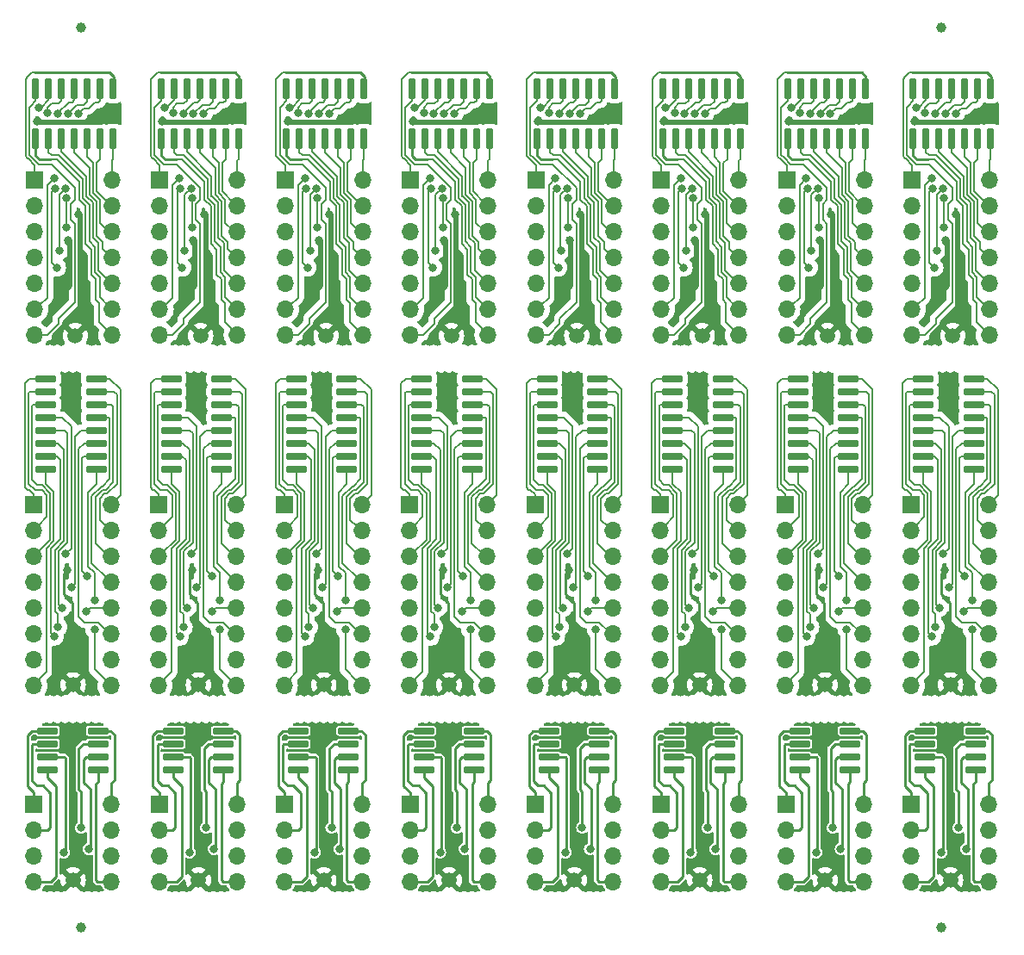
<source format=gtl>
%TF.GenerationSoftware,KiCad,Pcbnew,8.0.5*%
%TF.CreationDate,2024-12-01T20:05:21-08:00*%
%TF.ProjectId,soic,736f6963-2e6b-4696-9361-645f70636258,rev?*%
%TF.SameCoordinates,Original*%
%TF.FileFunction,Copper,L1,Top*%
%TF.FilePolarity,Positive*%
%FSLAX46Y46*%
G04 Gerber Fmt 4.6, Leading zero omitted, Abs format (unit mm)*
G04 Created by KiCad (PCBNEW 8.0.5) date 2024-12-01 20:05:21*
%MOMM*%
%LPD*%
G01*
G04 APERTURE LIST*
G04 Aperture macros list*
%AMRoundRect*
0 Rectangle with rounded corners*
0 $1 Rounding radius*
0 $2 $3 $4 $5 $6 $7 $8 $9 X,Y pos of 4 corners*
0 Add a 4 corners polygon primitive as box body*
4,1,4,$2,$3,$4,$5,$6,$7,$8,$9,$2,$3,0*
0 Add four circle primitives for the rounded corners*
1,1,$1+$1,$2,$3*
1,1,$1+$1,$4,$5*
1,1,$1+$1,$6,$7*
1,1,$1+$1,$8,$9*
0 Add four rect primitives between the rounded corners*
20,1,$1+$1,$2,$3,$4,$5,0*
20,1,$1+$1,$4,$5,$6,$7,0*
20,1,$1+$1,$6,$7,$8,$9,0*
20,1,$1+$1,$8,$9,$2,$3,0*%
G04 Aperture macros list end*
%TA.AperFunction,ComponentPad*%
%ADD10O,1.700000X1.700000*%
%TD*%
%TA.AperFunction,SMDPad,CuDef*%
%ADD11C,1.000000*%
%TD*%
%TA.AperFunction,ComponentPad*%
%ADD12R,1.700000X1.700000*%
%TD*%
%TA.AperFunction,SMDPad,CuDef*%
%ADD13RoundRect,0.090000X-0.210000X0.895000X-0.210000X-0.895000X0.210000X-0.895000X0.210000X0.895000X0*%
%TD*%
%TA.AperFunction,SMDPad,CuDef*%
%ADD14RoundRect,0.042000X-0.943000X-0.258000X0.943000X-0.258000X0.943000X0.258000X-0.943000X0.258000X0*%
%TD*%
%TA.AperFunction,ComponentPad*%
%ADD15C,1.500000*%
%TD*%
%TA.AperFunction,ViaPad*%
%ADD16C,0.800000*%
%TD*%
%TA.AperFunction,Conductor*%
%ADD17C,0.500000*%
%TD*%
%TA.AperFunction,Conductor*%
%ADD18C,0.250000*%
%TD*%
%TA.AperFunction,Conductor*%
%ADD19C,0.150000*%
%TD*%
G04 APERTURE END LIST*
D10*
%TO.P,J2,1,Pin_1*%
%TO.N,Board_15-Net-(J2-Pin_1)*%
X120579000Y-76619200D03*
%TO.P,J2,2,Pin_2*%
%TO.N,Board_15-Net-(J2-Pin_2)*%
X120579000Y-74079200D03*
%TO.P,J2,3,Pin_3*%
%TO.N,Board_15-Net-(J2-Pin_3)*%
X120579000Y-71539200D03*
%TO.P,J2,4,Pin_4*%
%TO.N,Board_15-Net-(J2-Pin_4)*%
X120579000Y-68999200D03*
%TO.P,J2,5,Pin_5*%
%TO.N,Board_15-Net-(J2-Pin_5)*%
X120579000Y-66459200D03*
%TO.P,J2,6,Pin_6*%
%TO.N,Board_15-Net-(J2-Pin_6)*%
X120579000Y-63919200D03*
%TO.P,J2,7,Pin_7*%
%TO.N,Board_15-Net-(J2-Pin_7)*%
X120579000Y-61379200D03*
%TD*%
%TO.P,J2,1,Pin_1*%
%TO.N,Board_9-Net-(J2-Pin_1)*%
X95954200Y-76619200D03*
%TO.P,J2,2,Pin_2*%
%TO.N,Board_9-Net-(J2-Pin_2)*%
X95954200Y-74079200D03*
%TO.P,J2,3,Pin_3*%
%TO.N,Board_9-Net-(J2-Pin_3)*%
X95954200Y-71539200D03*
%TO.P,J2,4,Pin_4*%
%TO.N,Board_9-Net-(J2-Pin_4)*%
X95954200Y-68999200D03*
%TO.P,J2,5,Pin_5*%
%TO.N,Board_9-Net-(J2-Pin_5)*%
X95954200Y-66459200D03*
%TO.P,J2,6,Pin_6*%
%TO.N,Board_9-Net-(J2-Pin_6)*%
X95954200Y-63919200D03*
%TO.P,J2,7,Pin_7*%
%TO.N,Board_9-Net-(J2-Pin_7)*%
X95954200Y-61379200D03*
%TD*%
D11*
%TO.P,KiKit_FID_T_3,*%
%TO.N,*%
X56000000Y-134821353D03*
%TD*%
D12*
%TO.P,J4,1,Pin_1*%
%TO.N,Board_22-Net-(J4-Pin_1)*%
X137482200Y-93301000D03*
D10*
%TO.P,J4,2,Pin_2*%
%TO.N,Board_22-Net-(J4-Pin_2)*%
X137482200Y-95841000D03*
%TO.P,J4,3,Pin_3*%
%TO.N,Board_22-Net-(J4-Pin_3)*%
X137482200Y-98381000D03*
%TO.P,J4,4,Pin_4*%
%TO.N,Board_22-Net-(J4-Pin_4)*%
X137482200Y-100921000D03*
%TO.P,J4,5,Pin_5*%
%TO.N,Board_22-Net-(J4-Pin_5)*%
X137482200Y-103461000D03*
%TO.P,J4,6,Pin_6*%
%TO.N,Board_22-Net-(J4-Pin_6)*%
X137482200Y-106001000D03*
%TO.P,J4,7,Pin_7*%
%TO.N,Board_22-Net-(J4-Pin_7)*%
X137482200Y-108541000D03*
%TO.P,J4,8,Pin_8*%
%TO.N,Board_22-Net-(J4-Pin_8)*%
X137482200Y-111081000D03*
%TD*%
D13*
%TO.P,U1,1*%
%TO.N,Board_12-Net-(J1-Pin_1)*%
X108382400Y-52351000D03*
%TO.P,U1,2,-*%
%TO.N,Board_12-Net-(J1-Pin_2)*%
X107112400Y-52351000D03*
%TO.P,U1,3,+*%
%TO.N,Board_12-Net-(J1-Pin_3)*%
X105842400Y-52351000D03*
%TO.P,U1,4,V+*%
%TO.N,Board_12-Net-(J1-Pin_4)*%
X104572400Y-52351000D03*
%TO.P,U1,5,+*%
%TO.N,Board_12-Net-(J1-Pin_5)*%
X103302400Y-52351000D03*
%TO.P,U1,6,-*%
%TO.N,Board_12-Net-(J1-Pin_6)*%
X102032400Y-52351000D03*
%TO.P,U1,7*%
%TO.N,Board_12-Net-(J1-Pin_7)*%
X100762400Y-52351000D03*
%TO.P,U1,8*%
%TO.N,Board_12-Net-(J2-Pin_1)*%
X100762400Y-57301000D03*
%TO.P,U1,9,-*%
%TO.N,Board_12-Net-(J2-Pin_2)*%
X102032400Y-57301000D03*
%TO.P,U1,10,+*%
%TO.N,Board_12-Net-(J2-Pin_3)*%
X103302400Y-57301000D03*
%TO.P,U1,11,V-*%
%TO.N,Board_12-Net-(J2-Pin_4)*%
X104572400Y-57301000D03*
%TO.P,U1,12,+*%
%TO.N,Board_12-Net-(J2-Pin_5)*%
X105842400Y-57301000D03*
%TO.P,U1,13,-*%
%TO.N,Board_12-Net-(J2-Pin_6)*%
X107112400Y-57301000D03*
%TO.P,U1,14*%
%TO.N,Board_12-Net-(J2-Pin_7)*%
X108382400Y-57301000D03*
%TD*%
D12*
%TO.P,J4,1,Pin_1*%
%TO.N,Board_4-Net-(J4-Pin_1)*%
X63607800Y-93301000D03*
D10*
%TO.P,J4,2,Pin_2*%
%TO.N,Board_4-Net-(J4-Pin_2)*%
X63607800Y-95841000D03*
%TO.P,J4,3,Pin_3*%
%TO.N,Board_4-Net-(J4-Pin_3)*%
X63607800Y-98381000D03*
%TO.P,J4,4,Pin_4*%
%TO.N,Board_4-Net-(J4-Pin_4)*%
X63607800Y-100921000D03*
%TO.P,J4,5,Pin_5*%
%TO.N,Board_4-Net-(J4-Pin_5)*%
X63607800Y-103461000D03*
%TO.P,J4,6,Pin_6*%
%TO.N,Board_4-Net-(J4-Pin_6)*%
X63607800Y-106001000D03*
%TO.P,J4,7,Pin_7*%
%TO.N,Board_4-Net-(J4-Pin_7)*%
X63607800Y-108541000D03*
%TO.P,J4,8,Pin_8*%
%TO.N,Board_4-Net-(J4-Pin_8)*%
X63607800Y-111081000D03*
%TD*%
D12*
%TO.P,J1,1,Pin_1*%
%TO.N,Board_9-Net-(J1-Pin_1)*%
X88334200Y-61374200D03*
D10*
%TO.P,J1,2,Pin_2*%
%TO.N,Board_9-Net-(J1-Pin_2)*%
X88334200Y-63914200D03*
%TO.P,J1,3,Pin_3*%
%TO.N,Board_9-Net-(J1-Pin_3)*%
X88334200Y-66454200D03*
%TO.P,J1,4,Pin_4*%
%TO.N,Board_9-Net-(J1-Pin_4)*%
X88334200Y-68994200D03*
%TO.P,J1,5,Pin_5*%
%TO.N,Board_9-Net-(J1-Pin_5)*%
X88334200Y-71534200D03*
%TO.P,J1,6,Pin_6*%
%TO.N,Board_9-Net-(J1-Pin_6)*%
X88334200Y-74074200D03*
%TO.P,J1,7,Pin_7*%
%TO.N,Board_9-Net-(J1-Pin_7)*%
X88334200Y-76614200D03*
%TD*%
D14*
%TO.P,U2,1*%
%TO.N,Board_4-Net-(J4-Pin_1)*%
X64816000Y-80880400D03*
%TO.P,U2,2,DIODE_BIAS*%
%TO.N,Board_4-Net-(J4-Pin_2)*%
X64816000Y-82150400D03*
%TO.P,U2,3,+*%
%TO.N,Board_4-Net-(J4-Pin_3)*%
X64816000Y-83420400D03*
%TO.P,U2,4,-*%
%TO.N,Board_4-Net-(J4-Pin_4)*%
X64816000Y-84690400D03*
%TO.P,U2,5*%
%TO.N,Board_4-Net-(J4-Pin_5)*%
X64816000Y-85960400D03*
%TO.P,U2,6,V-*%
%TO.N,Board_4-Net-(J4-Pin_6)*%
X64816000Y-87230400D03*
%TO.P,U2,7*%
%TO.N,Board_4-Net-(J4-Pin_7)*%
X64816000Y-88500400D03*
%TO.P,U2,8*%
%TO.N,Board_4-Net-(J4-Pin_8)*%
X64816000Y-89770400D03*
%TO.P,U2,9*%
%TO.N,Board_4-Net-(J5-Pin_1)*%
X69766000Y-89770400D03*
%TO.P,U2,10*%
%TO.N,Board_4-Net-(J5-Pin_2)*%
X69766000Y-88500400D03*
%TO.P,U2,11,V+*%
%TO.N,Board_4-Net-(J5-Pin_3)*%
X69766000Y-87230400D03*
%TO.P,U2,12*%
%TO.N,Board_4-Net-(J5-Pin_4)*%
X69766000Y-85960400D03*
%TO.P,U2,13,-*%
%TO.N,Board_4-Net-(J5-Pin_5)*%
X69766000Y-84690400D03*
%TO.P,U2,14,+*%
%TO.N,Board_4-Net-(J5-Pin_6)*%
X69766000Y-83420400D03*
%TO.P,U2,15,DIODE_BIAS*%
%TO.N,Board_4-Net-(J5-Pin_7)*%
X69766000Y-82150400D03*
%TO.P,U2,16*%
%TO.N,Board_4-Net-(J5-Pin_8)*%
X69766000Y-80880400D03*
%TD*%
D10*
%TO.P,J5,1,Pin_1*%
%TO.N,Board_13-Net-(J5-Pin_1)*%
X108165000Y-111081000D03*
%TO.P,J5,2,Pin_2*%
%TO.N,Board_13-Net-(J5-Pin_2)*%
X108165000Y-108541000D03*
%TO.P,J5,3,Pin_3*%
%TO.N,Board_13-Net-(J5-Pin_3)*%
X108165000Y-106001000D03*
%TO.P,J5,4,Pin_4*%
%TO.N,Board_13-Net-(J5-Pin_4)*%
X108165000Y-103461000D03*
%TO.P,J5,5,Pin_5*%
%TO.N,Board_13-Net-(J5-Pin_5)*%
X108165000Y-100921000D03*
%TO.P,J5,6,Pin_6*%
%TO.N,Board_13-Net-(J5-Pin_6)*%
X108165000Y-98381000D03*
%TO.P,J5,7,Pin_7*%
%TO.N,Board_13-Net-(J5-Pin_7)*%
X108165000Y-95841000D03*
%TO.P,J5,8,Pin_8*%
%TO.N,Board_13-Net-(J5-Pin_8)*%
X108165000Y-93301000D03*
%TD*%
D15*
%TO.P,J7,1,Pin_1*%
%TO.N,Board_11-/GND3*%
X92118800Y-130197600D03*
%TD*%
D13*
%TO.P,U1,1*%
%TO.N,Board_18-Net-(J1-Pin_1)*%
X133007200Y-52351000D03*
%TO.P,U1,2,-*%
%TO.N,Board_18-Net-(J1-Pin_2)*%
X131737200Y-52351000D03*
%TO.P,U1,3,+*%
%TO.N,Board_18-Net-(J1-Pin_3)*%
X130467200Y-52351000D03*
%TO.P,U1,4,V+*%
%TO.N,Board_18-Net-(J1-Pin_4)*%
X129197200Y-52351000D03*
%TO.P,U1,5,+*%
%TO.N,Board_18-Net-(J1-Pin_5)*%
X127927200Y-52351000D03*
%TO.P,U1,6,-*%
%TO.N,Board_18-Net-(J1-Pin_6)*%
X126657200Y-52351000D03*
%TO.P,U1,7*%
%TO.N,Board_18-Net-(J1-Pin_7)*%
X125387200Y-52351000D03*
%TO.P,U1,8*%
%TO.N,Board_18-Net-(J2-Pin_1)*%
X125387200Y-57301000D03*
%TO.P,U1,9,-*%
%TO.N,Board_18-Net-(J2-Pin_2)*%
X126657200Y-57301000D03*
%TO.P,U1,10,+*%
%TO.N,Board_18-Net-(J2-Pin_3)*%
X127927200Y-57301000D03*
%TO.P,U1,11,V-*%
%TO.N,Board_18-Net-(J2-Pin_4)*%
X129197200Y-57301000D03*
%TO.P,U1,12,+*%
%TO.N,Board_18-Net-(J2-Pin_5)*%
X130467200Y-57301000D03*
%TO.P,U1,13,-*%
%TO.N,Board_18-Net-(J2-Pin_6)*%
X131737200Y-57301000D03*
%TO.P,U1,14*%
%TO.N,Board_18-Net-(J2-Pin_7)*%
X133007200Y-57301000D03*
%TD*%
D10*
%TO.P,J8,1,Pin_1*%
%TO.N,Board_17-Net-(J8-Pin_1)*%
X120528100Y-122755400D03*
%TO.P,J8,2,Pin_2*%
%TO.N,Board_17-Net-(J8-Pin_2)*%
X120528100Y-125295400D03*
%TO.P,J8,3,Pin_3*%
%TO.N,Board_17-Net-(J8-Pin_3)*%
X120528100Y-127835400D03*
%TO.P,J8,4,Pin_4*%
%TO.N,Board_17-Net-(J8-Pin_4)*%
X120528100Y-130375400D03*
%TD*%
%TO.P,J5,1,Pin_1*%
%TO.N,Board_1-Net-(J5-Pin_1)*%
X58915400Y-111081000D03*
%TO.P,J5,2,Pin_2*%
%TO.N,Board_1-Net-(J5-Pin_2)*%
X58915400Y-108541000D03*
%TO.P,J5,3,Pin_3*%
%TO.N,Board_1-Net-(J5-Pin_3)*%
X58915400Y-106001000D03*
%TO.P,J5,4,Pin_4*%
%TO.N,Board_1-Net-(J5-Pin_4)*%
X58915400Y-103461000D03*
%TO.P,J5,5,Pin_5*%
%TO.N,Board_1-Net-(J5-Pin_5)*%
X58915400Y-100921000D03*
%TO.P,J5,6,Pin_6*%
%TO.N,Board_1-Net-(J5-Pin_6)*%
X58915400Y-98381000D03*
%TO.P,J5,7,Pin_7*%
%TO.N,Board_1-Net-(J5-Pin_7)*%
X58915400Y-95841000D03*
%TO.P,J5,8,Pin_8*%
%TO.N,Board_1-Net-(J5-Pin_8)*%
X58915400Y-93301000D03*
%TD*%
%TO.P,J5,1,Pin_1*%
%TO.N,Board_22-Net-(J5-Pin_1)*%
X145102200Y-111081000D03*
%TO.P,J5,2,Pin_2*%
%TO.N,Board_22-Net-(J5-Pin_2)*%
X145102200Y-108541000D03*
%TO.P,J5,3,Pin_3*%
%TO.N,Board_22-Net-(J5-Pin_3)*%
X145102200Y-106001000D03*
%TO.P,J5,4,Pin_4*%
%TO.N,Board_22-Net-(J5-Pin_4)*%
X145102200Y-103461000D03*
%TO.P,J5,5,Pin_5*%
%TO.N,Board_22-Net-(J5-Pin_5)*%
X145102200Y-100921000D03*
%TO.P,J5,6,Pin_6*%
%TO.N,Board_22-Net-(J5-Pin_6)*%
X145102200Y-98381000D03*
%TO.P,J5,7,Pin_7*%
%TO.N,Board_22-Net-(J5-Pin_7)*%
X145102200Y-95841000D03*
%TO.P,J5,8,Pin_8*%
%TO.N,Board_22-Net-(J5-Pin_8)*%
X145102200Y-93301000D03*
%TD*%
D15*
%TO.P,J7,1,Pin_1*%
%TO.N,Board_14-/GND3*%
X104431200Y-130197600D03*
%TD*%
%TO.P,J3,1,Pin_1*%
%TO.N,Board_21-/GND1*%
X141597000Y-76670000D03*
%TD*%
D14*
%TO.P,U3,1*%
%TO.N,Board_23-Net-(J9-Pin_1)*%
X138872900Y-115516400D03*
%TO.P,U3,2,-*%
%TO.N,Board_23-Net-(J9-Pin_2)*%
X138872900Y-116786400D03*
%TO.P,U3,3,+*%
%TO.N,Board_23-Net-(J9-Pin_3)*%
X138872900Y-118056400D03*
%TO.P,U3,4,V-*%
%TO.N,Board_23-Net-(J9-Pin_4)*%
X138872900Y-119326400D03*
%TO.P,U3,5,+*%
%TO.N,Board_23-Net-(J8-Pin_4)*%
X143812900Y-119326400D03*
%TO.P,U3,6,-*%
%TO.N,Board_23-Net-(J8-Pin_3)*%
X143812900Y-118056400D03*
%TO.P,U3,7*%
%TO.N,Board_23-Net-(J8-Pin_2)*%
X143812900Y-116786400D03*
%TO.P,U3,8,V+*%
%TO.N,Board_23-Net-(J8-Pin_1)*%
X143812900Y-115516400D03*
%TD*%
%TO.P,U2,1*%
%TO.N,Board_1-Net-(J4-Pin_1)*%
X52503600Y-80880400D03*
%TO.P,U2,2,DIODE_BIAS*%
%TO.N,Board_1-Net-(J4-Pin_2)*%
X52503600Y-82150400D03*
%TO.P,U2,3,+*%
%TO.N,Board_1-Net-(J4-Pin_3)*%
X52503600Y-83420400D03*
%TO.P,U2,4,-*%
%TO.N,Board_1-Net-(J4-Pin_4)*%
X52503600Y-84690400D03*
%TO.P,U2,5*%
%TO.N,Board_1-Net-(J4-Pin_5)*%
X52503600Y-85960400D03*
%TO.P,U2,6,V-*%
%TO.N,Board_1-Net-(J4-Pin_6)*%
X52503600Y-87230400D03*
%TO.P,U2,7*%
%TO.N,Board_1-Net-(J4-Pin_7)*%
X52503600Y-88500400D03*
%TO.P,U2,8*%
%TO.N,Board_1-Net-(J4-Pin_8)*%
X52503600Y-89770400D03*
%TO.P,U2,9*%
%TO.N,Board_1-Net-(J5-Pin_1)*%
X57453600Y-89770400D03*
%TO.P,U2,10*%
%TO.N,Board_1-Net-(J5-Pin_2)*%
X57453600Y-88500400D03*
%TO.P,U2,11,V+*%
%TO.N,Board_1-Net-(J5-Pin_3)*%
X57453600Y-87230400D03*
%TO.P,U2,12*%
%TO.N,Board_1-Net-(J5-Pin_4)*%
X57453600Y-85960400D03*
%TO.P,U2,13,-*%
%TO.N,Board_1-Net-(J5-Pin_5)*%
X57453600Y-84690400D03*
%TO.P,U2,14,+*%
%TO.N,Board_1-Net-(J5-Pin_6)*%
X57453600Y-83420400D03*
%TO.P,U2,15,DIODE_BIAS*%
%TO.N,Board_1-Net-(J5-Pin_7)*%
X57453600Y-82150400D03*
%TO.P,U2,16*%
%TO.N,Board_1-Net-(J5-Pin_8)*%
X57453600Y-80880400D03*
%TD*%
D15*
%TO.P,J3,1,Pin_1*%
%TO.N,Board_9-/GND1*%
X92347400Y-76670000D03*
%TD*%
D12*
%TO.P,J1,1,Pin_1*%
%TO.N,Board_18-Net-(J1-Pin_1)*%
X125271400Y-61374200D03*
D10*
%TO.P,J1,2,Pin_2*%
%TO.N,Board_18-Net-(J1-Pin_2)*%
X125271400Y-63914200D03*
%TO.P,J1,3,Pin_3*%
%TO.N,Board_18-Net-(J1-Pin_3)*%
X125271400Y-66454200D03*
%TO.P,J1,4,Pin_4*%
%TO.N,Board_18-Net-(J1-Pin_4)*%
X125271400Y-68994200D03*
%TO.P,J1,5,Pin_5*%
%TO.N,Board_18-Net-(J1-Pin_5)*%
X125271400Y-71534200D03*
%TO.P,J1,6,Pin_6*%
%TO.N,Board_18-Net-(J1-Pin_6)*%
X125271400Y-74074200D03*
%TO.P,J1,7,Pin_7*%
%TO.N,Board_18-Net-(J1-Pin_7)*%
X125271400Y-76614200D03*
%TD*%
%TO.P,J2,1,Pin_1*%
%TO.N,Board_21-Net-(J2-Pin_1)*%
X145203800Y-76619200D03*
%TO.P,J2,2,Pin_2*%
%TO.N,Board_21-Net-(J2-Pin_2)*%
X145203800Y-74079200D03*
%TO.P,J2,3,Pin_3*%
%TO.N,Board_21-Net-(J2-Pin_3)*%
X145203800Y-71539200D03*
%TO.P,J2,4,Pin_4*%
%TO.N,Board_21-Net-(J2-Pin_4)*%
X145203800Y-68999200D03*
%TO.P,J2,5,Pin_5*%
%TO.N,Board_21-Net-(J2-Pin_5)*%
X145203800Y-66459200D03*
%TO.P,J2,6,Pin_6*%
%TO.N,Board_21-Net-(J2-Pin_6)*%
X145203800Y-63919200D03*
%TO.P,J2,7,Pin_7*%
%TO.N,Board_21-Net-(J2-Pin_7)*%
X145203800Y-61379200D03*
%TD*%
D13*
%TO.P,U1,1*%
%TO.N,Board_15-Net-(J1-Pin_1)*%
X120694800Y-52351000D03*
%TO.P,U1,2,-*%
%TO.N,Board_15-Net-(J1-Pin_2)*%
X119424800Y-52351000D03*
%TO.P,U1,3,+*%
%TO.N,Board_15-Net-(J1-Pin_3)*%
X118154800Y-52351000D03*
%TO.P,U1,4,V+*%
%TO.N,Board_15-Net-(J1-Pin_4)*%
X116884800Y-52351000D03*
%TO.P,U1,5,+*%
%TO.N,Board_15-Net-(J1-Pin_5)*%
X115614800Y-52351000D03*
%TO.P,U1,6,-*%
%TO.N,Board_15-Net-(J1-Pin_6)*%
X114344800Y-52351000D03*
%TO.P,U1,7*%
%TO.N,Board_15-Net-(J1-Pin_7)*%
X113074800Y-52351000D03*
%TO.P,U1,8*%
%TO.N,Board_15-Net-(J2-Pin_1)*%
X113074800Y-57301000D03*
%TO.P,U1,9,-*%
%TO.N,Board_15-Net-(J2-Pin_2)*%
X114344800Y-57301000D03*
%TO.P,U1,10,+*%
%TO.N,Board_15-Net-(J2-Pin_3)*%
X115614800Y-57301000D03*
%TO.P,U1,11,V-*%
%TO.N,Board_15-Net-(J2-Pin_4)*%
X116884800Y-57301000D03*
%TO.P,U1,12,+*%
%TO.N,Board_15-Net-(J2-Pin_5)*%
X118154800Y-57301000D03*
%TO.P,U1,13,-*%
%TO.N,Board_15-Net-(J2-Pin_6)*%
X119424800Y-57301000D03*
%TO.P,U1,14*%
%TO.N,Board_15-Net-(J2-Pin_7)*%
X120694800Y-57301000D03*
%TD*%
D12*
%TO.P,J1,1,Pin_1*%
%TO.N,Board_6-Net-(J1-Pin_1)*%
X76021800Y-61374200D03*
D10*
%TO.P,J1,2,Pin_2*%
%TO.N,Board_6-Net-(J1-Pin_2)*%
X76021800Y-63914200D03*
%TO.P,J1,3,Pin_3*%
%TO.N,Board_6-Net-(J1-Pin_3)*%
X76021800Y-66454200D03*
%TO.P,J1,4,Pin_4*%
%TO.N,Board_6-Net-(J1-Pin_4)*%
X76021800Y-68994200D03*
%TO.P,J1,5,Pin_5*%
%TO.N,Board_6-Net-(J1-Pin_5)*%
X76021800Y-71534200D03*
%TO.P,J1,6,Pin_6*%
%TO.N,Board_6-Net-(J1-Pin_6)*%
X76021800Y-74074200D03*
%TO.P,J1,7,Pin_7*%
%TO.N,Board_6-Net-(J1-Pin_7)*%
X76021800Y-76614200D03*
%TD*%
D12*
%TO.P,J4,1,Pin_1*%
%TO.N,Board_10-Net-(J4-Pin_1)*%
X88232600Y-93301000D03*
D10*
%TO.P,J4,2,Pin_2*%
%TO.N,Board_10-Net-(J4-Pin_2)*%
X88232600Y-95841000D03*
%TO.P,J4,3,Pin_3*%
%TO.N,Board_10-Net-(J4-Pin_3)*%
X88232600Y-98381000D03*
%TO.P,J4,4,Pin_4*%
%TO.N,Board_10-Net-(J4-Pin_4)*%
X88232600Y-100921000D03*
%TO.P,J4,5,Pin_5*%
%TO.N,Board_10-Net-(J4-Pin_5)*%
X88232600Y-103461000D03*
%TO.P,J4,6,Pin_6*%
%TO.N,Board_10-Net-(J4-Pin_6)*%
X88232600Y-106001000D03*
%TO.P,J4,7,Pin_7*%
%TO.N,Board_10-Net-(J4-Pin_7)*%
X88232600Y-108541000D03*
%TO.P,J4,8,Pin_8*%
%TO.N,Board_10-Net-(J4-Pin_8)*%
X88232600Y-111081000D03*
%TD*%
%TO.P,J8,1,Pin_1*%
%TO.N,Board_20-Net-(J8-Pin_1)*%
X132840500Y-122755400D03*
%TO.P,J8,2,Pin_2*%
%TO.N,Board_20-Net-(J8-Pin_2)*%
X132840500Y-125295400D03*
%TO.P,J8,3,Pin_3*%
%TO.N,Board_20-Net-(J8-Pin_3)*%
X132840500Y-127835400D03*
%TO.P,J8,4,Pin_4*%
%TO.N,Board_20-Net-(J8-Pin_4)*%
X132840500Y-130375400D03*
%TD*%
D14*
%TO.P,U3,1*%
%TO.N,Board_20-Net-(J9-Pin_1)*%
X126560500Y-115516400D03*
%TO.P,U3,2,-*%
%TO.N,Board_20-Net-(J9-Pin_2)*%
X126560500Y-116786400D03*
%TO.P,U3,3,+*%
%TO.N,Board_20-Net-(J9-Pin_3)*%
X126560500Y-118056400D03*
%TO.P,U3,4,V-*%
%TO.N,Board_20-Net-(J9-Pin_4)*%
X126560500Y-119326400D03*
%TO.P,U3,5,+*%
%TO.N,Board_20-Net-(J8-Pin_4)*%
X131500500Y-119326400D03*
%TO.P,U3,6,-*%
%TO.N,Board_20-Net-(J8-Pin_3)*%
X131500500Y-118056400D03*
%TO.P,U3,7*%
%TO.N,Board_20-Net-(J8-Pin_2)*%
X131500500Y-116786400D03*
%TO.P,U3,8,V+*%
%TO.N,Board_20-Net-(J8-Pin_1)*%
X131500500Y-115516400D03*
%TD*%
D12*
%TO.P,J1,1,Pin_1*%
%TO.N,Board_0-Net-(J1-Pin_1)*%
X51397000Y-61374200D03*
D10*
%TO.P,J1,2,Pin_2*%
%TO.N,Board_0-Net-(J1-Pin_2)*%
X51397000Y-63914200D03*
%TO.P,J1,3,Pin_3*%
%TO.N,Board_0-Net-(J1-Pin_3)*%
X51397000Y-66454200D03*
%TO.P,J1,4,Pin_4*%
%TO.N,Board_0-Net-(J1-Pin_4)*%
X51397000Y-68994200D03*
%TO.P,J1,5,Pin_5*%
%TO.N,Board_0-Net-(J1-Pin_5)*%
X51397000Y-71534200D03*
%TO.P,J1,6,Pin_6*%
%TO.N,Board_0-Net-(J1-Pin_6)*%
X51397000Y-74074200D03*
%TO.P,J1,7,Pin_7*%
%TO.N,Board_0-Net-(J1-Pin_7)*%
X51397000Y-76614200D03*
%TD*%
D13*
%TO.P,U1,1*%
%TO.N,Board_3-Net-(J1-Pin_1)*%
X71445200Y-52351000D03*
%TO.P,U1,2,-*%
%TO.N,Board_3-Net-(J1-Pin_2)*%
X70175200Y-52351000D03*
%TO.P,U1,3,+*%
%TO.N,Board_3-Net-(J1-Pin_3)*%
X68905200Y-52351000D03*
%TO.P,U1,4,V+*%
%TO.N,Board_3-Net-(J1-Pin_4)*%
X67635200Y-52351000D03*
%TO.P,U1,5,+*%
%TO.N,Board_3-Net-(J1-Pin_5)*%
X66365200Y-52351000D03*
%TO.P,U1,6,-*%
%TO.N,Board_3-Net-(J1-Pin_6)*%
X65095200Y-52351000D03*
%TO.P,U1,7*%
%TO.N,Board_3-Net-(J1-Pin_7)*%
X63825200Y-52351000D03*
%TO.P,U1,8*%
%TO.N,Board_3-Net-(J2-Pin_1)*%
X63825200Y-57301000D03*
%TO.P,U1,9,-*%
%TO.N,Board_3-Net-(J2-Pin_2)*%
X65095200Y-57301000D03*
%TO.P,U1,10,+*%
%TO.N,Board_3-Net-(J2-Pin_3)*%
X66365200Y-57301000D03*
%TO.P,U1,11,V-*%
%TO.N,Board_3-Net-(J2-Pin_4)*%
X67635200Y-57301000D03*
%TO.P,U1,12,+*%
%TO.N,Board_3-Net-(J2-Pin_5)*%
X68905200Y-57301000D03*
%TO.P,U1,13,-*%
%TO.N,Board_3-Net-(J2-Pin_6)*%
X70175200Y-57301000D03*
%TO.P,U1,14*%
%TO.N,Board_3-Net-(J2-Pin_7)*%
X71445200Y-57301000D03*
%TD*%
D15*
%TO.P,J7,1,Pin_1*%
%TO.N,Board_2-/GND3*%
X55181600Y-130197600D03*
%TD*%
D10*
%TO.P,J8,1,Pin_1*%
%TO.N,Board_2-Net-(J8-Pin_1)*%
X58966100Y-122755400D03*
%TO.P,J8,2,Pin_2*%
%TO.N,Board_2-Net-(J8-Pin_2)*%
X58966100Y-125295400D03*
%TO.P,J8,3,Pin_3*%
%TO.N,Board_2-Net-(J8-Pin_3)*%
X58966100Y-127835400D03*
%TO.P,J8,4,Pin_4*%
%TO.N,Board_2-Net-(J8-Pin_4)*%
X58966100Y-130375400D03*
%TD*%
D11*
%TO.P,KiKit_FID_T_4,*%
%TO.N,*%
X140499200Y-134821353D03*
%TD*%
D10*
%TO.P,J5,1,Pin_1*%
%TO.N,Board_10-Net-(J5-Pin_1)*%
X95852600Y-111081000D03*
%TO.P,J5,2,Pin_2*%
%TO.N,Board_10-Net-(J5-Pin_2)*%
X95852600Y-108541000D03*
%TO.P,J5,3,Pin_3*%
%TO.N,Board_10-Net-(J5-Pin_3)*%
X95852600Y-106001000D03*
%TO.P,J5,4,Pin_4*%
%TO.N,Board_10-Net-(J5-Pin_4)*%
X95852600Y-103461000D03*
%TO.P,J5,5,Pin_5*%
%TO.N,Board_10-Net-(J5-Pin_5)*%
X95852600Y-100921000D03*
%TO.P,J5,6,Pin_6*%
%TO.N,Board_10-Net-(J5-Pin_6)*%
X95852600Y-98381000D03*
%TO.P,J5,7,Pin_7*%
%TO.N,Board_10-Net-(J5-Pin_7)*%
X95852600Y-95841000D03*
%TO.P,J5,8,Pin_8*%
%TO.N,Board_10-Net-(J5-Pin_8)*%
X95852600Y-93301000D03*
%TD*%
D11*
%TO.P,KiKit_FID_T_1,*%
%TO.N,*%
X56000000Y-46350000D03*
%TD*%
D12*
%TO.P,J9,1,Pin_1*%
%TO.N,Board_5-Net-(J9-Pin_1)*%
X63658500Y-122755400D03*
D10*
%TO.P,J9,2,Pin_2*%
%TO.N,Board_5-Net-(J9-Pin_2)*%
X63658500Y-125295400D03*
%TO.P,J9,3,Pin_3*%
%TO.N,Board_5-Net-(J9-Pin_3)*%
X63658500Y-127835400D03*
%TO.P,J9,4,Pin_4*%
%TO.N,Board_5-Net-(J9-Pin_4)*%
X63658500Y-130375400D03*
%TD*%
D15*
%TO.P,J6,1,Pin_1*%
%TO.N,Board_13-/GND2*%
X104431200Y-111004800D03*
%TD*%
D10*
%TO.P,J5,1,Pin_1*%
%TO.N,Board_19-Net-(J5-Pin_1)*%
X132789800Y-111081000D03*
%TO.P,J5,2,Pin_2*%
%TO.N,Board_19-Net-(J5-Pin_2)*%
X132789800Y-108541000D03*
%TO.P,J5,3,Pin_3*%
%TO.N,Board_19-Net-(J5-Pin_3)*%
X132789800Y-106001000D03*
%TO.P,J5,4,Pin_4*%
%TO.N,Board_19-Net-(J5-Pin_4)*%
X132789800Y-103461000D03*
%TO.P,J5,5,Pin_5*%
%TO.N,Board_19-Net-(J5-Pin_5)*%
X132789800Y-100921000D03*
%TO.P,J5,6,Pin_6*%
%TO.N,Board_19-Net-(J5-Pin_6)*%
X132789800Y-98381000D03*
%TO.P,J5,7,Pin_7*%
%TO.N,Board_19-Net-(J5-Pin_7)*%
X132789800Y-95841000D03*
%TO.P,J5,8,Pin_8*%
%TO.N,Board_19-Net-(J5-Pin_8)*%
X132789800Y-93301000D03*
%TD*%
D14*
%TO.P,U3,1*%
%TO.N,Board_11-Net-(J9-Pin_1)*%
X89623300Y-115516400D03*
%TO.P,U3,2,-*%
%TO.N,Board_11-Net-(J9-Pin_2)*%
X89623300Y-116786400D03*
%TO.P,U3,3,+*%
%TO.N,Board_11-Net-(J9-Pin_3)*%
X89623300Y-118056400D03*
%TO.P,U3,4,V-*%
%TO.N,Board_11-Net-(J9-Pin_4)*%
X89623300Y-119326400D03*
%TO.P,U3,5,+*%
%TO.N,Board_11-Net-(J8-Pin_4)*%
X94563300Y-119326400D03*
%TO.P,U3,6,-*%
%TO.N,Board_11-Net-(J8-Pin_3)*%
X94563300Y-118056400D03*
%TO.P,U3,7*%
%TO.N,Board_11-Net-(J8-Pin_2)*%
X94563300Y-116786400D03*
%TO.P,U3,8,V+*%
%TO.N,Board_11-Net-(J8-Pin_1)*%
X94563300Y-115516400D03*
%TD*%
%TO.P,U2,1*%
%TO.N,Board_22-Net-(J4-Pin_1)*%
X138690400Y-80880400D03*
%TO.P,U2,2,DIODE_BIAS*%
%TO.N,Board_22-Net-(J4-Pin_2)*%
X138690400Y-82150400D03*
%TO.P,U2,3,+*%
%TO.N,Board_22-Net-(J4-Pin_3)*%
X138690400Y-83420400D03*
%TO.P,U2,4,-*%
%TO.N,Board_22-Net-(J4-Pin_4)*%
X138690400Y-84690400D03*
%TO.P,U2,5*%
%TO.N,Board_22-Net-(J4-Pin_5)*%
X138690400Y-85960400D03*
%TO.P,U2,6,V-*%
%TO.N,Board_22-Net-(J4-Pin_6)*%
X138690400Y-87230400D03*
%TO.P,U2,7*%
%TO.N,Board_22-Net-(J4-Pin_7)*%
X138690400Y-88500400D03*
%TO.P,U2,8*%
%TO.N,Board_22-Net-(J4-Pin_8)*%
X138690400Y-89770400D03*
%TO.P,U2,9*%
%TO.N,Board_22-Net-(J5-Pin_1)*%
X143640400Y-89770400D03*
%TO.P,U2,10*%
%TO.N,Board_22-Net-(J5-Pin_2)*%
X143640400Y-88500400D03*
%TO.P,U2,11,V+*%
%TO.N,Board_22-Net-(J5-Pin_3)*%
X143640400Y-87230400D03*
%TO.P,U2,12*%
%TO.N,Board_22-Net-(J5-Pin_4)*%
X143640400Y-85960400D03*
%TO.P,U2,13,-*%
%TO.N,Board_22-Net-(J5-Pin_5)*%
X143640400Y-84690400D03*
%TO.P,U2,14,+*%
%TO.N,Board_22-Net-(J5-Pin_6)*%
X143640400Y-83420400D03*
%TO.P,U2,15,DIODE_BIAS*%
%TO.N,Board_22-Net-(J5-Pin_7)*%
X143640400Y-82150400D03*
%TO.P,U2,16*%
%TO.N,Board_22-Net-(J5-Pin_8)*%
X143640400Y-80880400D03*
%TD*%
D10*
%TO.P,J8,1,Pin_1*%
%TO.N,Board_14-Net-(J8-Pin_1)*%
X108215700Y-122755400D03*
%TO.P,J8,2,Pin_2*%
%TO.N,Board_14-Net-(J8-Pin_2)*%
X108215700Y-125295400D03*
%TO.P,J8,3,Pin_3*%
%TO.N,Board_14-Net-(J8-Pin_3)*%
X108215700Y-127835400D03*
%TO.P,J8,4,Pin_4*%
%TO.N,Board_14-Net-(J8-Pin_4)*%
X108215700Y-130375400D03*
%TD*%
D12*
%TO.P,J1,1,Pin_1*%
%TO.N,Board_3-Net-(J1-Pin_1)*%
X63709400Y-61374200D03*
D10*
%TO.P,J1,2,Pin_2*%
%TO.N,Board_3-Net-(J1-Pin_2)*%
X63709400Y-63914200D03*
%TO.P,J1,3,Pin_3*%
%TO.N,Board_3-Net-(J1-Pin_3)*%
X63709400Y-66454200D03*
%TO.P,J1,4,Pin_4*%
%TO.N,Board_3-Net-(J1-Pin_4)*%
X63709400Y-68994200D03*
%TO.P,J1,5,Pin_5*%
%TO.N,Board_3-Net-(J1-Pin_5)*%
X63709400Y-71534200D03*
%TO.P,J1,6,Pin_6*%
%TO.N,Board_3-Net-(J1-Pin_6)*%
X63709400Y-74074200D03*
%TO.P,J1,7,Pin_7*%
%TO.N,Board_3-Net-(J1-Pin_7)*%
X63709400Y-76614200D03*
%TD*%
D15*
%TO.P,J6,1,Pin_1*%
%TO.N,Board_16-/GND2*%
X116743600Y-111004800D03*
%TD*%
%TO.P,J3,1,Pin_1*%
%TO.N,Board_3-/GND1*%
X67722600Y-76670000D03*
%TD*%
D14*
%TO.P,U3,1*%
%TO.N,Board_5-Net-(J9-Pin_1)*%
X64998500Y-115516400D03*
%TO.P,U3,2,-*%
%TO.N,Board_5-Net-(J9-Pin_2)*%
X64998500Y-116786400D03*
%TO.P,U3,3,+*%
%TO.N,Board_5-Net-(J9-Pin_3)*%
X64998500Y-118056400D03*
%TO.P,U3,4,V-*%
%TO.N,Board_5-Net-(J9-Pin_4)*%
X64998500Y-119326400D03*
%TO.P,U3,5,+*%
%TO.N,Board_5-Net-(J8-Pin_4)*%
X69938500Y-119326400D03*
%TO.P,U3,6,-*%
%TO.N,Board_5-Net-(J8-Pin_3)*%
X69938500Y-118056400D03*
%TO.P,U3,7*%
%TO.N,Board_5-Net-(J8-Pin_2)*%
X69938500Y-116786400D03*
%TO.P,U3,8,V+*%
%TO.N,Board_5-Net-(J8-Pin_1)*%
X69938500Y-115516400D03*
%TD*%
D10*
%TO.P,J2,1,Pin_1*%
%TO.N,Board_0-Net-(J2-Pin_1)*%
X59017000Y-76619200D03*
%TO.P,J2,2,Pin_2*%
%TO.N,Board_0-Net-(J2-Pin_2)*%
X59017000Y-74079200D03*
%TO.P,J2,3,Pin_3*%
%TO.N,Board_0-Net-(J2-Pin_3)*%
X59017000Y-71539200D03*
%TO.P,J2,4,Pin_4*%
%TO.N,Board_0-Net-(J2-Pin_4)*%
X59017000Y-68999200D03*
%TO.P,J2,5,Pin_5*%
%TO.N,Board_0-Net-(J2-Pin_5)*%
X59017000Y-66459200D03*
%TO.P,J2,6,Pin_6*%
%TO.N,Board_0-Net-(J2-Pin_6)*%
X59017000Y-63919200D03*
%TO.P,J2,7,Pin_7*%
%TO.N,Board_0-Net-(J2-Pin_7)*%
X59017000Y-61379200D03*
%TD*%
D15*
%TO.P,J7,1,Pin_1*%
%TO.N,Board_8-/GND3*%
X79806400Y-130197600D03*
%TD*%
%TO.P,J7,1,Pin_1*%
%TO.N,Board_5-/GND3*%
X67494000Y-130197600D03*
%TD*%
D14*
%TO.P,U3,1*%
%TO.N,Board_14-Net-(J9-Pin_1)*%
X101935700Y-115516400D03*
%TO.P,U3,2,-*%
%TO.N,Board_14-Net-(J9-Pin_2)*%
X101935700Y-116786400D03*
%TO.P,U3,3,+*%
%TO.N,Board_14-Net-(J9-Pin_3)*%
X101935700Y-118056400D03*
%TO.P,U3,4,V-*%
%TO.N,Board_14-Net-(J9-Pin_4)*%
X101935700Y-119326400D03*
%TO.P,U3,5,+*%
%TO.N,Board_14-Net-(J8-Pin_4)*%
X106875700Y-119326400D03*
%TO.P,U3,6,-*%
%TO.N,Board_14-Net-(J8-Pin_3)*%
X106875700Y-118056400D03*
%TO.P,U3,7*%
%TO.N,Board_14-Net-(J8-Pin_2)*%
X106875700Y-116786400D03*
%TO.P,U3,8,V+*%
%TO.N,Board_14-Net-(J8-Pin_1)*%
X106875700Y-115516400D03*
%TD*%
D10*
%TO.P,J8,1,Pin_1*%
%TO.N,Board_5-Net-(J8-Pin_1)*%
X71278500Y-122755400D03*
%TO.P,J8,2,Pin_2*%
%TO.N,Board_5-Net-(J8-Pin_2)*%
X71278500Y-125295400D03*
%TO.P,J8,3,Pin_3*%
%TO.N,Board_5-Net-(J8-Pin_3)*%
X71278500Y-127835400D03*
%TO.P,J8,4,Pin_4*%
%TO.N,Board_5-Net-(J8-Pin_4)*%
X71278500Y-130375400D03*
%TD*%
D15*
%TO.P,J6,1,Pin_1*%
%TO.N,Board_1-/GND2*%
X55181600Y-111004800D03*
%TD*%
D14*
%TO.P,U3,1*%
%TO.N,Board_17-Net-(J9-Pin_1)*%
X114248100Y-115516400D03*
%TO.P,U3,2,-*%
%TO.N,Board_17-Net-(J9-Pin_2)*%
X114248100Y-116786400D03*
%TO.P,U3,3,+*%
%TO.N,Board_17-Net-(J9-Pin_3)*%
X114248100Y-118056400D03*
%TO.P,U3,4,V-*%
%TO.N,Board_17-Net-(J9-Pin_4)*%
X114248100Y-119326400D03*
%TO.P,U3,5,+*%
%TO.N,Board_17-Net-(J8-Pin_4)*%
X119188100Y-119326400D03*
%TO.P,U3,6,-*%
%TO.N,Board_17-Net-(J8-Pin_3)*%
X119188100Y-118056400D03*
%TO.P,U3,7*%
%TO.N,Board_17-Net-(J8-Pin_2)*%
X119188100Y-116786400D03*
%TO.P,U3,8,V+*%
%TO.N,Board_17-Net-(J8-Pin_1)*%
X119188100Y-115516400D03*
%TD*%
D10*
%TO.P,J8,1,Pin_1*%
%TO.N,Board_11-Net-(J8-Pin_1)*%
X95903300Y-122755400D03*
%TO.P,J8,2,Pin_2*%
%TO.N,Board_11-Net-(J8-Pin_2)*%
X95903300Y-125295400D03*
%TO.P,J8,3,Pin_3*%
%TO.N,Board_11-Net-(J8-Pin_3)*%
X95903300Y-127835400D03*
%TO.P,J8,4,Pin_4*%
%TO.N,Board_11-Net-(J8-Pin_4)*%
X95903300Y-130375400D03*
%TD*%
D15*
%TO.P,J6,1,Pin_1*%
%TO.N,Board_19-/GND2*%
X129056000Y-111004800D03*
%TD*%
D10*
%TO.P,J2,1,Pin_1*%
%TO.N,Board_18-Net-(J2-Pin_1)*%
X132891400Y-76619200D03*
%TO.P,J2,2,Pin_2*%
%TO.N,Board_18-Net-(J2-Pin_2)*%
X132891400Y-74079200D03*
%TO.P,J2,3,Pin_3*%
%TO.N,Board_18-Net-(J2-Pin_3)*%
X132891400Y-71539200D03*
%TO.P,J2,4,Pin_4*%
%TO.N,Board_18-Net-(J2-Pin_4)*%
X132891400Y-68999200D03*
%TO.P,J2,5,Pin_5*%
%TO.N,Board_18-Net-(J2-Pin_5)*%
X132891400Y-66459200D03*
%TO.P,J2,6,Pin_6*%
%TO.N,Board_18-Net-(J2-Pin_6)*%
X132891400Y-63919200D03*
%TO.P,J2,7,Pin_7*%
%TO.N,Board_18-Net-(J2-Pin_7)*%
X132891400Y-61379200D03*
%TD*%
D15*
%TO.P,J6,1,Pin_1*%
%TO.N,Board_7-/GND2*%
X79806400Y-111004800D03*
%TD*%
D10*
%TO.P,J8,1,Pin_1*%
%TO.N,Board_23-Net-(J8-Pin_1)*%
X145152900Y-122755400D03*
%TO.P,J8,2,Pin_2*%
%TO.N,Board_23-Net-(J8-Pin_2)*%
X145152900Y-125295400D03*
%TO.P,J8,3,Pin_3*%
%TO.N,Board_23-Net-(J8-Pin_3)*%
X145152900Y-127835400D03*
%TO.P,J8,4,Pin_4*%
%TO.N,Board_23-Net-(J8-Pin_4)*%
X145152900Y-130375400D03*
%TD*%
D14*
%TO.P,U3,1*%
%TO.N,Board_8-Net-(J9-Pin_1)*%
X77310900Y-115516400D03*
%TO.P,U3,2,-*%
%TO.N,Board_8-Net-(J9-Pin_2)*%
X77310900Y-116786400D03*
%TO.P,U3,3,+*%
%TO.N,Board_8-Net-(J9-Pin_3)*%
X77310900Y-118056400D03*
%TO.P,U3,4,V-*%
%TO.N,Board_8-Net-(J9-Pin_4)*%
X77310900Y-119326400D03*
%TO.P,U3,5,+*%
%TO.N,Board_8-Net-(J8-Pin_4)*%
X82250900Y-119326400D03*
%TO.P,U3,6,-*%
%TO.N,Board_8-Net-(J8-Pin_3)*%
X82250900Y-118056400D03*
%TO.P,U3,7*%
%TO.N,Board_8-Net-(J8-Pin_2)*%
X82250900Y-116786400D03*
%TO.P,U3,8,V+*%
%TO.N,Board_8-Net-(J8-Pin_1)*%
X82250900Y-115516400D03*
%TD*%
D12*
%TO.P,J9,1,Pin_1*%
%TO.N,Board_8-Net-(J9-Pin_1)*%
X75970900Y-122755400D03*
D10*
%TO.P,J9,2,Pin_2*%
%TO.N,Board_8-Net-(J9-Pin_2)*%
X75970900Y-125295400D03*
%TO.P,J9,3,Pin_3*%
%TO.N,Board_8-Net-(J9-Pin_3)*%
X75970900Y-127835400D03*
%TO.P,J9,4,Pin_4*%
%TO.N,Board_8-Net-(J9-Pin_4)*%
X75970900Y-130375400D03*
%TD*%
D12*
%TO.P,J4,1,Pin_1*%
%TO.N,Board_19-Net-(J4-Pin_1)*%
X125169800Y-93301000D03*
D10*
%TO.P,J4,2,Pin_2*%
%TO.N,Board_19-Net-(J4-Pin_2)*%
X125169800Y-95841000D03*
%TO.P,J4,3,Pin_3*%
%TO.N,Board_19-Net-(J4-Pin_3)*%
X125169800Y-98381000D03*
%TO.P,J4,4,Pin_4*%
%TO.N,Board_19-Net-(J4-Pin_4)*%
X125169800Y-100921000D03*
%TO.P,J4,5,Pin_5*%
%TO.N,Board_19-Net-(J4-Pin_5)*%
X125169800Y-103461000D03*
%TO.P,J4,6,Pin_6*%
%TO.N,Board_19-Net-(J4-Pin_6)*%
X125169800Y-106001000D03*
%TO.P,J4,7,Pin_7*%
%TO.N,Board_19-Net-(J4-Pin_7)*%
X125169800Y-108541000D03*
%TO.P,J4,8,Pin_8*%
%TO.N,Board_19-Net-(J4-Pin_8)*%
X125169800Y-111081000D03*
%TD*%
%TO.P,J2,1,Pin_1*%
%TO.N,Board_12-Net-(J2-Pin_1)*%
X108266600Y-76619200D03*
%TO.P,J2,2,Pin_2*%
%TO.N,Board_12-Net-(J2-Pin_2)*%
X108266600Y-74079200D03*
%TO.P,J2,3,Pin_3*%
%TO.N,Board_12-Net-(J2-Pin_3)*%
X108266600Y-71539200D03*
%TO.P,J2,4,Pin_4*%
%TO.N,Board_12-Net-(J2-Pin_4)*%
X108266600Y-68999200D03*
%TO.P,J2,5,Pin_5*%
%TO.N,Board_12-Net-(J2-Pin_5)*%
X108266600Y-66459200D03*
%TO.P,J2,6,Pin_6*%
%TO.N,Board_12-Net-(J2-Pin_6)*%
X108266600Y-63919200D03*
%TO.P,J2,7,Pin_7*%
%TO.N,Board_12-Net-(J2-Pin_7)*%
X108266600Y-61379200D03*
%TD*%
D15*
%TO.P,J3,1,Pin_1*%
%TO.N,Board_12-/GND1*%
X104659800Y-76670000D03*
%TD*%
D14*
%TO.P,U2,1*%
%TO.N,Board_13-Net-(J4-Pin_1)*%
X101753200Y-80880400D03*
%TO.P,U2,2,DIODE_BIAS*%
%TO.N,Board_13-Net-(J4-Pin_2)*%
X101753200Y-82150400D03*
%TO.P,U2,3,+*%
%TO.N,Board_13-Net-(J4-Pin_3)*%
X101753200Y-83420400D03*
%TO.P,U2,4,-*%
%TO.N,Board_13-Net-(J4-Pin_4)*%
X101753200Y-84690400D03*
%TO.P,U2,5*%
%TO.N,Board_13-Net-(J4-Pin_5)*%
X101753200Y-85960400D03*
%TO.P,U2,6,V-*%
%TO.N,Board_13-Net-(J4-Pin_6)*%
X101753200Y-87230400D03*
%TO.P,U2,7*%
%TO.N,Board_13-Net-(J4-Pin_7)*%
X101753200Y-88500400D03*
%TO.P,U2,8*%
%TO.N,Board_13-Net-(J4-Pin_8)*%
X101753200Y-89770400D03*
%TO.P,U2,9*%
%TO.N,Board_13-Net-(J5-Pin_1)*%
X106703200Y-89770400D03*
%TO.P,U2,10*%
%TO.N,Board_13-Net-(J5-Pin_2)*%
X106703200Y-88500400D03*
%TO.P,U2,11,V+*%
%TO.N,Board_13-Net-(J5-Pin_3)*%
X106703200Y-87230400D03*
%TO.P,U2,12*%
%TO.N,Board_13-Net-(J5-Pin_4)*%
X106703200Y-85960400D03*
%TO.P,U2,13,-*%
%TO.N,Board_13-Net-(J5-Pin_5)*%
X106703200Y-84690400D03*
%TO.P,U2,14,+*%
%TO.N,Board_13-Net-(J5-Pin_6)*%
X106703200Y-83420400D03*
%TO.P,U2,15,DIODE_BIAS*%
%TO.N,Board_13-Net-(J5-Pin_7)*%
X106703200Y-82150400D03*
%TO.P,U2,16*%
%TO.N,Board_13-Net-(J5-Pin_8)*%
X106703200Y-80880400D03*
%TD*%
D10*
%TO.P,J5,1,Pin_1*%
%TO.N,Board_4-Net-(J5-Pin_1)*%
X71227800Y-111081000D03*
%TO.P,J5,2,Pin_2*%
%TO.N,Board_4-Net-(J5-Pin_2)*%
X71227800Y-108541000D03*
%TO.P,J5,3,Pin_3*%
%TO.N,Board_4-Net-(J5-Pin_3)*%
X71227800Y-106001000D03*
%TO.P,J5,4,Pin_4*%
%TO.N,Board_4-Net-(J5-Pin_4)*%
X71227800Y-103461000D03*
%TO.P,J5,5,Pin_5*%
%TO.N,Board_4-Net-(J5-Pin_5)*%
X71227800Y-100921000D03*
%TO.P,J5,6,Pin_6*%
%TO.N,Board_4-Net-(J5-Pin_6)*%
X71227800Y-98381000D03*
%TO.P,J5,7,Pin_7*%
%TO.N,Board_4-Net-(J5-Pin_7)*%
X71227800Y-95841000D03*
%TO.P,J5,8,Pin_8*%
%TO.N,Board_4-Net-(J5-Pin_8)*%
X71227800Y-93301000D03*
%TD*%
%TO.P,J8,1,Pin_1*%
%TO.N,Board_8-Net-(J8-Pin_1)*%
X83590900Y-122755400D03*
%TO.P,J8,2,Pin_2*%
%TO.N,Board_8-Net-(J8-Pin_2)*%
X83590900Y-125295400D03*
%TO.P,J8,3,Pin_3*%
%TO.N,Board_8-Net-(J8-Pin_3)*%
X83590900Y-127835400D03*
%TO.P,J8,4,Pin_4*%
%TO.N,Board_8-Net-(J8-Pin_4)*%
X83590900Y-130375400D03*
%TD*%
D15*
%TO.P,J3,1,Pin_1*%
%TO.N,Board_18-/GND1*%
X129284600Y-76670000D03*
%TD*%
D10*
%TO.P,J2,1,Pin_1*%
%TO.N,Board_3-Net-(J2-Pin_1)*%
X71329400Y-76619200D03*
%TO.P,J2,2,Pin_2*%
%TO.N,Board_3-Net-(J2-Pin_2)*%
X71329400Y-74079200D03*
%TO.P,J2,3,Pin_3*%
%TO.N,Board_3-Net-(J2-Pin_3)*%
X71329400Y-71539200D03*
%TO.P,J2,4,Pin_4*%
%TO.N,Board_3-Net-(J2-Pin_4)*%
X71329400Y-68999200D03*
%TO.P,J2,5,Pin_5*%
%TO.N,Board_3-Net-(J2-Pin_5)*%
X71329400Y-66459200D03*
%TO.P,J2,6,Pin_6*%
%TO.N,Board_3-Net-(J2-Pin_6)*%
X71329400Y-63919200D03*
%TO.P,J2,7,Pin_7*%
%TO.N,Board_3-Net-(J2-Pin_7)*%
X71329400Y-61379200D03*
%TD*%
D13*
%TO.P,U1,1*%
%TO.N,Board_0-Net-(J1-Pin_1)*%
X59132800Y-52351000D03*
%TO.P,U1,2,-*%
%TO.N,Board_0-Net-(J1-Pin_2)*%
X57862800Y-52351000D03*
%TO.P,U1,3,+*%
%TO.N,Board_0-Net-(J1-Pin_3)*%
X56592800Y-52351000D03*
%TO.P,U1,4,V+*%
%TO.N,Board_0-Net-(J1-Pin_4)*%
X55322800Y-52351000D03*
%TO.P,U1,5,+*%
%TO.N,Board_0-Net-(J1-Pin_5)*%
X54052800Y-52351000D03*
%TO.P,U1,6,-*%
%TO.N,Board_0-Net-(J1-Pin_6)*%
X52782800Y-52351000D03*
%TO.P,U1,7*%
%TO.N,Board_0-Net-(J1-Pin_7)*%
X51512800Y-52351000D03*
%TO.P,U1,8*%
%TO.N,Board_0-Net-(J2-Pin_1)*%
X51512800Y-57301000D03*
%TO.P,U1,9,-*%
%TO.N,Board_0-Net-(J2-Pin_2)*%
X52782800Y-57301000D03*
%TO.P,U1,10,+*%
%TO.N,Board_0-Net-(J2-Pin_3)*%
X54052800Y-57301000D03*
%TO.P,U1,11,V-*%
%TO.N,Board_0-Net-(J2-Pin_4)*%
X55322800Y-57301000D03*
%TO.P,U1,12,+*%
%TO.N,Board_0-Net-(J2-Pin_5)*%
X56592800Y-57301000D03*
%TO.P,U1,13,-*%
%TO.N,Board_0-Net-(J2-Pin_6)*%
X57862800Y-57301000D03*
%TO.P,U1,14*%
%TO.N,Board_0-Net-(J2-Pin_7)*%
X59132800Y-57301000D03*
%TD*%
D15*
%TO.P,J6,1,Pin_1*%
%TO.N,Board_22-/GND2*%
X141368400Y-111004800D03*
%TD*%
D12*
%TO.P,J4,1,Pin_1*%
%TO.N,Board_16-Net-(J4-Pin_1)*%
X112857400Y-93301000D03*
D10*
%TO.P,J4,2,Pin_2*%
%TO.N,Board_16-Net-(J4-Pin_2)*%
X112857400Y-95841000D03*
%TO.P,J4,3,Pin_3*%
%TO.N,Board_16-Net-(J4-Pin_3)*%
X112857400Y-98381000D03*
%TO.P,J4,4,Pin_4*%
%TO.N,Board_16-Net-(J4-Pin_4)*%
X112857400Y-100921000D03*
%TO.P,J4,5,Pin_5*%
%TO.N,Board_16-Net-(J4-Pin_5)*%
X112857400Y-103461000D03*
%TO.P,J4,6,Pin_6*%
%TO.N,Board_16-Net-(J4-Pin_6)*%
X112857400Y-106001000D03*
%TO.P,J4,7,Pin_7*%
%TO.N,Board_16-Net-(J4-Pin_7)*%
X112857400Y-108541000D03*
%TO.P,J4,8,Pin_8*%
%TO.N,Board_16-Net-(J4-Pin_8)*%
X112857400Y-111081000D03*
%TD*%
D12*
%TO.P,J4,1,Pin_1*%
%TO.N,Board_7-Net-(J4-Pin_1)*%
X75920200Y-93301000D03*
D10*
%TO.P,J4,2,Pin_2*%
%TO.N,Board_7-Net-(J4-Pin_2)*%
X75920200Y-95841000D03*
%TO.P,J4,3,Pin_3*%
%TO.N,Board_7-Net-(J4-Pin_3)*%
X75920200Y-98381000D03*
%TO.P,J4,4,Pin_4*%
%TO.N,Board_7-Net-(J4-Pin_4)*%
X75920200Y-100921000D03*
%TO.P,J4,5,Pin_5*%
%TO.N,Board_7-Net-(J4-Pin_5)*%
X75920200Y-103461000D03*
%TO.P,J4,6,Pin_6*%
%TO.N,Board_7-Net-(J4-Pin_6)*%
X75920200Y-106001000D03*
%TO.P,J4,7,Pin_7*%
%TO.N,Board_7-Net-(J4-Pin_7)*%
X75920200Y-108541000D03*
%TO.P,J4,8,Pin_8*%
%TO.N,Board_7-Net-(J4-Pin_8)*%
X75920200Y-111081000D03*
%TD*%
D14*
%TO.P,U2,1*%
%TO.N,Board_7-Net-(J4-Pin_1)*%
X77128400Y-80880400D03*
%TO.P,U2,2,DIODE_BIAS*%
%TO.N,Board_7-Net-(J4-Pin_2)*%
X77128400Y-82150400D03*
%TO.P,U2,3,+*%
%TO.N,Board_7-Net-(J4-Pin_3)*%
X77128400Y-83420400D03*
%TO.P,U2,4,-*%
%TO.N,Board_7-Net-(J4-Pin_4)*%
X77128400Y-84690400D03*
%TO.P,U2,5*%
%TO.N,Board_7-Net-(J4-Pin_5)*%
X77128400Y-85960400D03*
%TO.P,U2,6,V-*%
%TO.N,Board_7-Net-(J4-Pin_6)*%
X77128400Y-87230400D03*
%TO.P,U2,7*%
%TO.N,Board_7-Net-(J4-Pin_7)*%
X77128400Y-88500400D03*
%TO.P,U2,8*%
%TO.N,Board_7-Net-(J4-Pin_8)*%
X77128400Y-89770400D03*
%TO.P,U2,9*%
%TO.N,Board_7-Net-(J5-Pin_1)*%
X82078400Y-89770400D03*
%TO.P,U2,10*%
%TO.N,Board_7-Net-(J5-Pin_2)*%
X82078400Y-88500400D03*
%TO.P,U2,11,V+*%
%TO.N,Board_7-Net-(J5-Pin_3)*%
X82078400Y-87230400D03*
%TO.P,U2,12*%
%TO.N,Board_7-Net-(J5-Pin_4)*%
X82078400Y-85960400D03*
%TO.P,U2,13,-*%
%TO.N,Board_7-Net-(J5-Pin_5)*%
X82078400Y-84690400D03*
%TO.P,U2,14,+*%
%TO.N,Board_7-Net-(J5-Pin_6)*%
X82078400Y-83420400D03*
%TO.P,U2,15,DIODE_BIAS*%
%TO.N,Board_7-Net-(J5-Pin_7)*%
X82078400Y-82150400D03*
%TO.P,U2,16*%
%TO.N,Board_7-Net-(J5-Pin_8)*%
X82078400Y-80880400D03*
%TD*%
%TO.P,U3,1*%
%TO.N,Board_2-Net-(J9-Pin_1)*%
X52686100Y-115516400D03*
%TO.P,U3,2,-*%
%TO.N,Board_2-Net-(J9-Pin_2)*%
X52686100Y-116786400D03*
%TO.P,U3,3,+*%
%TO.N,Board_2-Net-(J9-Pin_3)*%
X52686100Y-118056400D03*
%TO.P,U3,4,V-*%
%TO.N,Board_2-Net-(J9-Pin_4)*%
X52686100Y-119326400D03*
%TO.P,U3,5,+*%
%TO.N,Board_2-Net-(J8-Pin_4)*%
X57626100Y-119326400D03*
%TO.P,U3,6,-*%
%TO.N,Board_2-Net-(J8-Pin_3)*%
X57626100Y-118056400D03*
%TO.P,U3,7*%
%TO.N,Board_2-Net-(J8-Pin_2)*%
X57626100Y-116786400D03*
%TO.P,U3,8,V+*%
%TO.N,Board_2-Net-(J8-Pin_1)*%
X57626100Y-115516400D03*
%TD*%
D12*
%TO.P,J9,1,Pin_1*%
%TO.N,Board_11-Net-(J9-Pin_1)*%
X88283300Y-122755400D03*
D10*
%TO.P,J9,2,Pin_2*%
%TO.N,Board_11-Net-(J9-Pin_2)*%
X88283300Y-125295400D03*
%TO.P,J9,3,Pin_3*%
%TO.N,Board_11-Net-(J9-Pin_3)*%
X88283300Y-127835400D03*
%TO.P,J9,4,Pin_4*%
%TO.N,Board_11-Net-(J9-Pin_4)*%
X88283300Y-130375400D03*
%TD*%
D15*
%TO.P,J3,1,Pin_1*%
%TO.N,Board_0-/GND1*%
X55410200Y-76670000D03*
%TD*%
D13*
%TO.P,U1,1*%
%TO.N,Board_6-Net-(J1-Pin_1)*%
X83757600Y-52351000D03*
%TO.P,U1,2,-*%
%TO.N,Board_6-Net-(J1-Pin_2)*%
X82487600Y-52351000D03*
%TO.P,U1,3,+*%
%TO.N,Board_6-Net-(J1-Pin_3)*%
X81217600Y-52351000D03*
%TO.P,U1,4,V+*%
%TO.N,Board_6-Net-(J1-Pin_4)*%
X79947600Y-52351000D03*
%TO.P,U1,5,+*%
%TO.N,Board_6-Net-(J1-Pin_5)*%
X78677600Y-52351000D03*
%TO.P,U1,6,-*%
%TO.N,Board_6-Net-(J1-Pin_6)*%
X77407600Y-52351000D03*
%TO.P,U1,7*%
%TO.N,Board_6-Net-(J1-Pin_7)*%
X76137600Y-52351000D03*
%TO.P,U1,8*%
%TO.N,Board_6-Net-(J2-Pin_1)*%
X76137600Y-57301000D03*
%TO.P,U1,9,-*%
%TO.N,Board_6-Net-(J2-Pin_2)*%
X77407600Y-57301000D03*
%TO.P,U1,10,+*%
%TO.N,Board_6-Net-(J2-Pin_3)*%
X78677600Y-57301000D03*
%TO.P,U1,11,V-*%
%TO.N,Board_6-Net-(J2-Pin_4)*%
X79947600Y-57301000D03*
%TO.P,U1,12,+*%
%TO.N,Board_6-Net-(J2-Pin_5)*%
X81217600Y-57301000D03*
%TO.P,U1,13,-*%
%TO.N,Board_6-Net-(J2-Pin_6)*%
X82487600Y-57301000D03*
%TO.P,U1,14*%
%TO.N,Board_6-Net-(J2-Pin_7)*%
X83757600Y-57301000D03*
%TD*%
D12*
%TO.P,J4,1,Pin_1*%
%TO.N,Board_13-Net-(J4-Pin_1)*%
X100545000Y-93301000D03*
D10*
%TO.P,J4,2,Pin_2*%
%TO.N,Board_13-Net-(J4-Pin_2)*%
X100545000Y-95841000D03*
%TO.P,J4,3,Pin_3*%
%TO.N,Board_13-Net-(J4-Pin_3)*%
X100545000Y-98381000D03*
%TO.P,J4,4,Pin_4*%
%TO.N,Board_13-Net-(J4-Pin_4)*%
X100545000Y-100921000D03*
%TO.P,J4,5,Pin_5*%
%TO.N,Board_13-Net-(J4-Pin_5)*%
X100545000Y-103461000D03*
%TO.P,J4,6,Pin_6*%
%TO.N,Board_13-Net-(J4-Pin_6)*%
X100545000Y-106001000D03*
%TO.P,J4,7,Pin_7*%
%TO.N,Board_13-Net-(J4-Pin_7)*%
X100545000Y-108541000D03*
%TO.P,J4,8,Pin_8*%
%TO.N,Board_13-Net-(J4-Pin_8)*%
X100545000Y-111081000D03*
%TD*%
D15*
%TO.P,J7,1,Pin_1*%
%TO.N,Board_17-/GND3*%
X116743600Y-130197600D03*
%TD*%
D13*
%TO.P,U1,1*%
%TO.N,Board_9-Net-(J1-Pin_1)*%
X96070000Y-52351000D03*
%TO.P,U1,2,-*%
%TO.N,Board_9-Net-(J1-Pin_2)*%
X94800000Y-52351000D03*
%TO.P,U1,3,+*%
%TO.N,Board_9-Net-(J1-Pin_3)*%
X93530000Y-52351000D03*
%TO.P,U1,4,V+*%
%TO.N,Board_9-Net-(J1-Pin_4)*%
X92260000Y-52351000D03*
%TO.P,U1,5,+*%
%TO.N,Board_9-Net-(J1-Pin_5)*%
X90990000Y-52351000D03*
%TO.P,U1,6,-*%
%TO.N,Board_9-Net-(J1-Pin_6)*%
X89720000Y-52351000D03*
%TO.P,U1,7*%
%TO.N,Board_9-Net-(J1-Pin_7)*%
X88450000Y-52351000D03*
%TO.P,U1,8*%
%TO.N,Board_9-Net-(J2-Pin_1)*%
X88450000Y-57301000D03*
%TO.P,U1,9,-*%
%TO.N,Board_9-Net-(J2-Pin_2)*%
X89720000Y-57301000D03*
%TO.P,U1,10,+*%
%TO.N,Board_9-Net-(J2-Pin_3)*%
X90990000Y-57301000D03*
%TO.P,U1,11,V-*%
%TO.N,Board_9-Net-(J2-Pin_4)*%
X92260000Y-57301000D03*
%TO.P,U1,12,+*%
%TO.N,Board_9-Net-(J2-Pin_5)*%
X93530000Y-57301000D03*
%TO.P,U1,13,-*%
%TO.N,Board_9-Net-(J2-Pin_6)*%
X94800000Y-57301000D03*
%TO.P,U1,14*%
%TO.N,Board_9-Net-(J2-Pin_7)*%
X96070000Y-57301000D03*
%TD*%
%TO.P,U1,1*%
%TO.N,Board_21-Net-(J1-Pin_1)*%
X145319600Y-52351000D03*
%TO.P,U1,2,-*%
%TO.N,Board_21-Net-(J1-Pin_2)*%
X144049600Y-52351000D03*
%TO.P,U1,3,+*%
%TO.N,Board_21-Net-(J1-Pin_3)*%
X142779600Y-52351000D03*
%TO.P,U1,4,V+*%
%TO.N,Board_21-Net-(J1-Pin_4)*%
X141509600Y-52351000D03*
%TO.P,U1,5,+*%
%TO.N,Board_21-Net-(J1-Pin_5)*%
X140239600Y-52351000D03*
%TO.P,U1,6,-*%
%TO.N,Board_21-Net-(J1-Pin_6)*%
X138969600Y-52351000D03*
%TO.P,U1,7*%
%TO.N,Board_21-Net-(J1-Pin_7)*%
X137699600Y-52351000D03*
%TO.P,U1,8*%
%TO.N,Board_21-Net-(J2-Pin_1)*%
X137699600Y-57301000D03*
%TO.P,U1,9,-*%
%TO.N,Board_21-Net-(J2-Pin_2)*%
X138969600Y-57301000D03*
%TO.P,U1,10,+*%
%TO.N,Board_21-Net-(J2-Pin_3)*%
X140239600Y-57301000D03*
%TO.P,U1,11,V-*%
%TO.N,Board_21-Net-(J2-Pin_4)*%
X141509600Y-57301000D03*
%TO.P,U1,12,+*%
%TO.N,Board_21-Net-(J2-Pin_5)*%
X142779600Y-57301000D03*
%TO.P,U1,13,-*%
%TO.N,Board_21-Net-(J2-Pin_6)*%
X144049600Y-57301000D03*
%TO.P,U1,14*%
%TO.N,Board_21-Net-(J2-Pin_7)*%
X145319600Y-57301000D03*
%TD*%
D10*
%TO.P,J5,1,Pin_1*%
%TO.N,Board_7-Net-(J5-Pin_1)*%
X83540200Y-111081000D03*
%TO.P,J5,2,Pin_2*%
%TO.N,Board_7-Net-(J5-Pin_2)*%
X83540200Y-108541000D03*
%TO.P,J5,3,Pin_3*%
%TO.N,Board_7-Net-(J5-Pin_3)*%
X83540200Y-106001000D03*
%TO.P,J5,4,Pin_4*%
%TO.N,Board_7-Net-(J5-Pin_4)*%
X83540200Y-103461000D03*
%TO.P,J5,5,Pin_5*%
%TO.N,Board_7-Net-(J5-Pin_5)*%
X83540200Y-100921000D03*
%TO.P,J5,6,Pin_6*%
%TO.N,Board_7-Net-(J5-Pin_6)*%
X83540200Y-98381000D03*
%TO.P,J5,7,Pin_7*%
%TO.N,Board_7-Net-(J5-Pin_7)*%
X83540200Y-95841000D03*
%TO.P,J5,8,Pin_8*%
%TO.N,Board_7-Net-(J5-Pin_8)*%
X83540200Y-93301000D03*
%TD*%
D12*
%TO.P,J1,1,Pin_1*%
%TO.N,Board_15-Net-(J1-Pin_1)*%
X112959000Y-61374200D03*
D10*
%TO.P,J1,2,Pin_2*%
%TO.N,Board_15-Net-(J1-Pin_2)*%
X112959000Y-63914200D03*
%TO.P,J1,3,Pin_3*%
%TO.N,Board_15-Net-(J1-Pin_3)*%
X112959000Y-66454200D03*
%TO.P,J1,4,Pin_4*%
%TO.N,Board_15-Net-(J1-Pin_4)*%
X112959000Y-68994200D03*
%TO.P,J1,5,Pin_5*%
%TO.N,Board_15-Net-(J1-Pin_5)*%
X112959000Y-71534200D03*
%TO.P,J1,6,Pin_6*%
%TO.N,Board_15-Net-(J1-Pin_6)*%
X112959000Y-74074200D03*
%TO.P,J1,7,Pin_7*%
%TO.N,Board_15-Net-(J1-Pin_7)*%
X112959000Y-76614200D03*
%TD*%
D15*
%TO.P,J3,1,Pin_1*%
%TO.N,Board_6-/GND1*%
X80035000Y-76670000D03*
%TD*%
D12*
%TO.P,J1,1,Pin_1*%
%TO.N,Board_21-Net-(J1-Pin_1)*%
X137583800Y-61374200D03*
D10*
%TO.P,J1,2,Pin_2*%
%TO.N,Board_21-Net-(J1-Pin_2)*%
X137583800Y-63914200D03*
%TO.P,J1,3,Pin_3*%
%TO.N,Board_21-Net-(J1-Pin_3)*%
X137583800Y-66454200D03*
%TO.P,J1,4,Pin_4*%
%TO.N,Board_21-Net-(J1-Pin_4)*%
X137583800Y-68994200D03*
%TO.P,J1,5,Pin_5*%
%TO.N,Board_21-Net-(J1-Pin_5)*%
X137583800Y-71534200D03*
%TO.P,J1,6,Pin_6*%
%TO.N,Board_21-Net-(J1-Pin_6)*%
X137583800Y-74074200D03*
%TO.P,J1,7,Pin_7*%
%TO.N,Board_21-Net-(J1-Pin_7)*%
X137583800Y-76614200D03*
%TD*%
D15*
%TO.P,J6,1,Pin_1*%
%TO.N,Board_4-/GND2*%
X67494000Y-111004800D03*
%TD*%
D12*
%TO.P,J9,1,Pin_1*%
%TO.N,Board_2-Net-(J9-Pin_1)*%
X51346100Y-122755400D03*
D10*
%TO.P,J9,2,Pin_2*%
%TO.N,Board_2-Net-(J9-Pin_2)*%
X51346100Y-125295400D03*
%TO.P,J9,3,Pin_3*%
%TO.N,Board_2-Net-(J9-Pin_3)*%
X51346100Y-127835400D03*
%TO.P,J9,4,Pin_4*%
%TO.N,Board_2-Net-(J9-Pin_4)*%
X51346100Y-130375400D03*
%TD*%
D14*
%TO.P,U2,1*%
%TO.N,Board_16-Net-(J4-Pin_1)*%
X114065600Y-80880400D03*
%TO.P,U2,2,DIODE_BIAS*%
%TO.N,Board_16-Net-(J4-Pin_2)*%
X114065600Y-82150400D03*
%TO.P,U2,3,+*%
%TO.N,Board_16-Net-(J4-Pin_3)*%
X114065600Y-83420400D03*
%TO.P,U2,4,-*%
%TO.N,Board_16-Net-(J4-Pin_4)*%
X114065600Y-84690400D03*
%TO.P,U2,5*%
%TO.N,Board_16-Net-(J4-Pin_5)*%
X114065600Y-85960400D03*
%TO.P,U2,6,V-*%
%TO.N,Board_16-Net-(J4-Pin_6)*%
X114065600Y-87230400D03*
%TO.P,U2,7*%
%TO.N,Board_16-Net-(J4-Pin_7)*%
X114065600Y-88500400D03*
%TO.P,U2,8*%
%TO.N,Board_16-Net-(J4-Pin_8)*%
X114065600Y-89770400D03*
%TO.P,U2,9*%
%TO.N,Board_16-Net-(J5-Pin_1)*%
X119015600Y-89770400D03*
%TO.P,U2,10*%
%TO.N,Board_16-Net-(J5-Pin_2)*%
X119015600Y-88500400D03*
%TO.P,U2,11,V+*%
%TO.N,Board_16-Net-(J5-Pin_3)*%
X119015600Y-87230400D03*
%TO.P,U2,12*%
%TO.N,Board_16-Net-(J5-Pin_4)*%
X119015600Y-85960400D03*
%TO.P,U2,13,-*%
%TO.N,Board_16-Net-(J5-Pin_5)*%
X119015600Y-84690400D03*
%TO.P,U2,14,+*%
%TO.N,Board_16-Net-(J5-Pin_6)*%
X119015600Y-83420400D03*
%TO.P,U2,15,DIODE_BIAS*%
%TO.N,Board_16-Net-(J5-Pin_7)*%
X119015600Y-82150400D03*
%TO.P,U2,16*%
%TO.N,Board_16-Net-(J5-Pin_8)*%
X119015600Y-80880400D03*
%TD*%
D11*
%TO.P,KiKit_FID_T_2,*%
%TO.N,*%
X140499200Y-46350000D03*
%TD*%
D12*
%TO.P,J9,1,Pin_1*%
%TO.N,Board_23-Net-(J9-Pin_1)*%
X137532900Y-122755400D03*
D10*
%TO.P,J9,2,Pin_2*%
%TO.N,Board_23-Net-(J9-Pin_2)*%
X137532900Y-125295400D03*
%TO.P,J9,3,Pin_3*%
%TO.N,Board_23-Net-(J9-Pin_3)*%
X137532900Y-127835400D03*
%TO.P,J9,4,Pin_4*%
%TO.N,Board_23-Net-(J9-Pin_4)*%
X137532900Y-130375400D03*
%TD*%
D14*
%TO.P,U2,1*%
%TO.N,Board_19-Net-(J4-Pin_1)*%
X126378000Y-80880400D03*
%TO.P,U2,2,DIODE_BIAS*%
%TO.N,Board_19-Net-(J4-Pin_2)*%
X126378000Y-82150400D03*
%TO.P,U2,3,+*%
%TO.N,Board_19-Net-(J4-Pin_3)*%
X126378000Y-83420400D03*
%TO.P,U2,4,-*%
%TO.N,Board_19-Net-(J4-Pin_4)*%
X126378000Y-84690400D03*
%TO.P,U2,5*%
%TO.N,Board_19-Net-(J4-Pin_5)*%
X126378000Y-85960400D03*
%TO.P,U2,6,V-*%
%TO.N,Board_19-Net-(J4-Pin_6)*%
X126378000Y-87230400D03*
%TO.P,U2,7*%
%TO.N,Board_19-Net-(J4-Pin_7)*%
X126378000Y-88500400D03*
%TO.P,U2,8*%
%TO.N,Board_19-Net-(J4-Pin_8)*%
X126378000Y-89770400D03*
%TO.P,U2,9*%
%TO.N,Board_19-Net-(J5-Pin_1)*%
X131328000Y-89770400D03*
%TO.P,U2,10*%
%TO.N,Board_19-Net-(J5-Pin_2)*%
X131328000Y-88500400D03*
%TO.P,U2,11,V+*%
%TO.N,Board_19-Net-(J5-Pin_3)*%
X131328000Y-87230400D03*
%TO.P,U2,12*%
%TO.N,Board_19-Net-(J5-Pin_4)*%
X131328000Y-85960400D03*
%TO.P,U2,13,-*%
%TO.N,Board_19-Net-(J5-Pin_5)*%
X131328000Y-84690400D03*
%TO.P,U2,14,+*%
%TO.N,Board_19-Net-(J5-Pin_6)*%
X131328000Y-83420400D03*
%TO.P,U2,15,DIODE_BIAS*%
%TO.N,Board_19-Net-(J5-Pin_7)*%
X131328000Y-82150400D03*
%TO.P,U2,16*%
%TO.N,Board_19-Net-(J5-Pin_8)*%
X131328000Y-80880400D03*
%TD*%
D12*
%TO.P,J1,1,Pin_1*%
%TO.N,Board_12-Net-(J1-Pin_1)*%
X100646600Y-61374200D03*
D10*
%TO.P,J1,2,Pin_2*%
%TO.N,Board_12-Net-(J1-Pin_2)*%
X100646600Y-63914200D03*
%TO.P,J1,3,Pin_3*%
%TO.N,Board_12-Net-(J1-Pin_3)*%
X100646600Y-66454200D03*
%TO.P,J1,4,Pin_4*%
%TO.N,Board_12-Net-(J1-Pin_4)*%
X100646600Y-68994200D03*
%TO.P,J1,5,Pin_5*%
%TO.N,Board_12-Net-(J1-Pin_5)*%
X100646600Y-71534200D03*
%TO.P,J1,6,Pin_6*%
%TO.N,Board_12-Net-(J1-Pin_6)*%
X100646600Y-74074200D03*
%TO.P,J1,7,Pin_7*%
%TO.N,Board_12-Net-(J1-Pin_7)*%
X100646600Y-76614200D03*
%TD*%
D12*
%TO.P,J9,1,Pin_1*%
%TO.N,Board_20-Net-(J9-Pin_1)*%
X125220500Y-122755400D03*
D10*
%TO.P,J9,2,Pin_2*%
%TO.N,Board_20-Net-(J9-Pin_2)*%
X125220500Y-125295400D03*
%TO.P,J9,3,Pin_3*%
%TO.N,Board_20-Net-(J9-Pin_3)*%
X125220500Y-127835400D03*
%TO.P,J9,4,Pin_4*%
%TO.N,Board_20-Net-(J9-Pin_4)*%
X125220500Y-130375400D03*
%TD*%
D15*
%TO.P,J7,1,Pin_1*%
%TO.N,Board_20-/GND3*%
X129056000Y-130197600D03*
%TD*%
D12*
%TO.P,J9,1,Pin_1*%
%TO.N,Board_17-Net-(J9-Pin_1)*%
X112908100Y-122755400D03*
D10*
%TO.P,J9,2,Pin_2*%
%TO.N,Board_17-Net-(J9-Pin_2)*%
X112908100Y-125295400D03*
%TO.P,J9,3,Pin_3*%
%TO.N,Board_17-Net-(J9-Pin_3)*%
X112908100Y-127835400D03*
%TO.P,J9,4,Pin_4*%
%TO.N,Board_17-Net-(J9-Pin_4)*%
X112908100Y-130375400D03*
%TD*%
D12*
%TO.P,J9,1,Pin_1*%
%TO.N,Board_14-Net-(J9-Pin_1)*%
X100595700Y-122755400D03*
D10*
%TO.P,J9,2,Pin_2*%
%TO.N,Board_14-Net-(J9-Pin_2)*%
X100595700Y-125295400D03*
%TO.P,J9,3,Pin_3*%
%TO.N,Board_14-Net-(J9-Pin_3)*%
X100595700Y-127835400D03*
%TO.P,J9,4,Pin_4*%
%TO.N,Board_14-Net-(J9-Pin_4)*%
X100595700Y-130375400D03*
%TD*%
D15*
%TO.P,J7,1,Pin_1*%
%TO.N,Board_23-/GND3*%
X141368400Y-130197600D03*
%TD*%
D12*
%TO.P,J4,1,Pin_1*%
%TO.N,Board_1-Net-(J4-Pin_1)*%
X51295400Y-93301000D03*
D10*
%TO.P,J4,2,Pin_2*%
%TO.N,Board_1-Net-(J4-Pin_2)*%
X51295400Y-95841000D03*
%TO.P,J4,3,Pin_3*%
%TO.N,Board_1-Net-(J4-Pin_3)*%
X51295400Y-98381000D03*
%TO.P,J4,4,Pin_4*%
%TO.N,Board_1-Net-(J4-Pin_4)*%
X51295400Y-100921000D03*
%TO.P,J4,5,Pin_5*%
%TO.N,Board_1-Net-(J4-Pin_5)*%
X51295400Y-103461000D03*
%TO.P,J4,6,Pin_6*%
%TO.N,Board_1-Net-(J4-Pin_6)*%
X51295400Y-106001000D03*
%TO.P,J4,7,Pin_7*%
%TO.N,Board_1-Net-(J4-Pin_7)*%
X51295400Y-108541000D03*
%TO.P,J4,8,Pin_8*%
%TO.N,Board_1-Net-(J4-Pin_8)*%
X51295400Y-111081000D03*
%TD*%
D15*
%TO.P,J3,1,Pin_1*%
%TO.N,Board_15-/GND1*%
X116972200Y-76670000D03*
%TD*%
%TO.P,J6,1,Pin_1*%
%TO.N,Board_10-/GND2*%
X92118800Y-111004800D03*
%TD*%
D10*
%TO.P,J2,1,Pin_1*%
%TO.N,Board_6-Net-(J2-Pin_1)*%
X83641800Y-76619200D03*
%TO.P,J2,2,Pin_2*%
%TO.N,Board_6-Net-(J2-Pin_2)*%
X83641800Y-74079200D03*
%TO.P,J2,3,Pin_3*%
%TO.N,Board_6-Net-(J2-Pin_3)*%
X83641800Y-71539200D03*
%TO.P,J2,4,Pin_4*%
%TO.N,Board_6-Net-(J2-Pin_4)*%
X83641800Y-68999200D03*
%TO.P,J2,5,Pin_5*%
%TO.N,Board_6-Net-(J2-Pin_5)*%
X83641800Y-66459200D03*
%TO.P,J2,6,Pin_6*%
%TO.N,Board_6-Net-(J2-Pin_6)*%
X83641800Y-63919200D03*
%TO.P,J2,7,Pin_7*%
%TO.N,Board_6-Net-(J2-Pin_7)*%
X83641800Y-61379200D03*
%TD*%
D14*
%TO.P,U2,1*%
%TO.N,Board_10-Net-(J4-Pin_1)*%
X89440800Y-80880400D03*
%TO.P,U2,2,DIODE_BIAS*%
%TO.N,Board_10-Net-(J4-Pin_2)*%
X89440800Y-82150400D03*
%TO.P,U2,3,+*%
%TO.N,Board_10-Net-(J4-Pin_3)*%
X89440800Y-83420400D03*
%TO.P,U2,4,-*%
%TO.N,Board_10-Net-(J4-Pin_4)*%
X89440800Y-84690400D03*
%TO.P,U2,5*%
%TO.N,Board_10-Net-(J4-Pin_5)*%
X89440800Y-85960400D03*
%TO.P,U2,6,V-*%
%TO.N,Board_10-Net-(J4-Pin_6)*%
X89440800Y-87230400D03*
%TO.P,U2,7*%
%TO.N,Board_10-Net-(J4-Pin_7)*%
X89440800Y-88500400D03*
%TO.P,U2,8*%
%TO.N,Board_10-Net-(J4-Pin_8)*%
X89440800Y-89770400D03*
%TO.P,U2,9*%
%TO.N,Board_10-Net-(J5-Pin_1)*%
X94390800Y-89770400D03*
%TO.P,U2,10*%
%TO.N,Board_10-Net-(J5-Pin_2)*%
X94390800Y-88500400D03*
%TO.P,U2,11,V+*%
%TO.N,Board_10-Net-(J5-Pin_3)*%
X94390800Y-87230400D03*
%TO.P,U2,12*%
%TO.N,Board_10-Net-(J5-Pin_4)*%
X94390800Y-85960400D03*
%TO.P,U2,13,-*%
%TO.N,Board_10-Net-(J5-Pin_5)*%
X94390800Y-84690400D03*
%TO.P,U2,14,+*%
%TO.N,Board_10-Net-(J5-Pin_6)*%
X94390800Y-83420400D03*
%TO.P,U2,15,DIODE_BIAS*%
%TO.N,Board_10-Net-(J5-Pin_7)*%
X94390800Y-82150400D03*
%TO.P,U2,16*%
%TO.N,Board_10-Net-(J5-Pin_8)*%
X94390800Y-80880400D03*
%TD*%
D10*
%TO.P,J5,1,Pin_1*%
%TO.N,Board_16-Net-(J5-Pin_1)*%
X120477400Y-111081000D03*
%TO.P,J5,2,Pin_2*%
%TO.N,Board_16-Net-(J5-Pin_2)*%
X120477400Y-108541000D03*
%TO.P,J5,3,Pin_3*%
%TO.N,Board_16-Net-(J5-Pin_3)*%
X120477400Y-106001000D03*
%TO.P,J5,4,Pin_4*%
%TO.N,Board_16-Net-(J5-Pin_4)*%
X120477400Y-103461000D03*
%TO.P,J5,5,Pin_5*%
%TO.N,Board_16-Net-(J5-Pin_5)*%
X120477400Y-100921000D03*
%TO.P,J5,6,Pin_6*%
%TO.N,Board_16-Net-(J5-Pin_6)*%
X120477400Y-98381000D03*
%TO.P,J5,7,Pin_7*%
%TO.N,Board_16-Net-(J5-Pin_7)*%
X120477400Y-95841000D03*
%TO.P,J5,8,Pin_8*%
%TO.N,Board_16-Net-(J5-Pin_8)*%
X120477400Y-93301000D03*
%TD*%
D16*
%TO.N,Board_0-/GND1*%
X53835400Y-72809200D03*
X54684900Y-67322800D03*
X55740400Y-64782800D03*
X51625600Y-55588000D03*
X53403600Y-77115100D03*
X59067800Y-54622800D03*
%TO.N,Board_0-Net-(J1-Pin_2)*%
X55692512Y-54833624D03*
%TO.N,Board_0-Net-(J1-Pin_3)*%
X54543900Y-66027400D03*
X54543900Y-63165600D03*
X54693010Y-54833630D03*
%TO.N,Board_0-Net-(J1-Pin_4)*%
X53835400Y-68313400D03*
X53693508Y-54833124D03*
X54466655Y-62169087D03*
%TO.N,Board_0-Net-(J1-Pin_5)*%
X53428114Y-62183030D03*
X53581400Y-69964400D03*
X52697362Y-54751279D03*
%TO.N,Board_0-Net-(J1-Pin_6)*%
X51828800Y-54216400D03*
X53311137Y-61190396D03*
%TO.N,Board_1-/GND2*%
X54597400Y-99752600D03*
X54978400Y-82480600D03*
%TO.N,Board_1-Net-(J4-Pin_4)*%
X54456792Y-98127992D03*
%TO.N,Board_1-Net-(J4-Pin_5)*%
X54080400Y-103397583D03*
%TO.N,Board_1-Net-(J4-Pin_6)*%
X53709760Y-105321412D03*
%TO.N,Board_1-Net-(J4-Pin_7)*%
X53352800Y-106255000D03*
%TO.N,Board_1-Net-(J5-Pin_1)*%
X57289800Y-105569200D03*
X57289800Y-102673600D03*
%TO.N,Board_1-Net-(J5-Pin_2)*%
X56527800Y-100286000D03*
%TO.N,Board_1-Net-(J5-Pin_4)*%
X56488300Y-103816600D03*
X55020700Y-101403600D03*
%TO.N,Board_2-/GND3*%
X55181600Y-115897400D03*
%TO.N,Board_2-Net-(J8-Pin_2)*%
X55943600Y-125041400D03*
%TO.N,Board_2-Net-(J8-Pin_3)*%
X56717200Y-127124200D03*
%TO.N,Board_2-Net-(J9-Pin_3)*%
X54292600Y-127454400D03*
%TO.N,Board_3-/GND1*%
X63938000Y-55588000D03*
X66147800Y-72809200D03*
X65716000Y-77115100D03*
X68052800Y-64782800D03*
X71380200Y-54622800D03*
X66997300Y-67322800D03*
%TO.N,Board_3-Net-(J1-Pin_2)*%
X68004912Y-54833624D03*
%TO.N,Board_3-Net-(J1-Pin_3)*%
X67005410Y-54833630D03*
X66856300Y-66027400D03*
X66856300Y-63165600D03*
%TO.N,Board_3-Net-(J1-Pin_4)*%
X66005908Y-54833124D03*
X66779055Y-62169087D03*
X66147800Y-68313400D03*
%TO.N,Board_3-Net-(J1-Pin_5)*%
X65009762Y-54751279D03*
X65893800Y-69964400D03*
X65740514Y-62183030D03*
%TO.N,Board_3-Net-(J1-Pin_6)*%
X65623537Y-61190396D03*
X64141200Y-54216400D03*
%TO.N,Board_4-/GND2*%
X66909800Y-99752600D03*
X67290800Y-82480600D03*
%TO.N,Board_4-Net-(J4-Pin_4)*%
X66769192Y-98127992D03*
%TO.N,Board_4-Net-(J4-Pin_5)*%
X66392800Y-103397583D03*
%TO.N,Board_4-Net-(J4-Pin_6)*%
X66022160Y-105321412D03*
%TO.N,Board_4-Net-(J4-Pin_7)*%
X65665200Y-106255000D03*
%TO.N,Board_4-Net-(J5-Pin_1)*%
X69602200Y-102673600D03*
X69602200Y-105569200D03*
%TO.N,Board_4-Net-(J5-Pin_2)*%
X68840200Y-100286000D03*
%TO.N,Board_4-Net-(J5-Pin_4)*%
X68800700Y-103816600D03*
X67333100Y-101403600D03*
%TO.N,Board_5-/GND3*%
X67494000Y-115897400D03*
%TO.N,Board_5-Net-(J8-Pin_2)*%
X68256000Y-125041400D03*
%TO.N,Board_5-Net-(J8-Pin_3)*%
X69029600Y-127124200D03*
%TO.N,Board_5-Net-(J9-Pin_3)*%
X66605000Y-127454400D03*
%TO.N,Board_6-/GND1*%
X78460200Y-72809200D03*
X76250400Y-55588000D03*
X78028400Y-77115100D03*
X83692600Y-54622800D03*
X80365200Y-64782800D03*
X79309700Y-67322800D03*
%TO.N,Board_6-Net-(J1-Pin_2)*%
X80317312Y-54833624D03*
%TO.N,Board_6-Net-(J1-Pin_3)*%
X79168700Y-63165600D03*
X79317810Y-54833630D03*
X79168700Y-66027400D03*
%TO.N,Board_6-Net-(J1-Pin_4)*%
X78318308Y-54833124D03*
X79091455Y-62169087D03*
X78460200Y-68313400D03*
%TO.N,Board_6-Net-(J1-Pin_5)*%
X78206200Y-69964400D03*
X77322162Y-54751279D03*
X78052914Y-62183030D03*
%TO.N,Board_6-Net-(J1-Pin_6)*%
X77935937Y-61190396D03*
X76453600Y-54216400D03*
%TO.N,Board_7-/GND2*%
X79603200Y-82480600D03*
X79222200Y-99752600D03*
%TO.N,Board_7-Net-(J4-Pin_4)*%
X79081592Y-98127992D03*
%TO.N,Board_7-Net-(J4-Pin_5)*%
X78705200Y-103397583D03*
%TO.N,Board_7-Net-(J4-Pin_6)*%
X78334560Y-105321412D03*
%TO.N,Board_7-Net-(J4-Pin_7)*%
X77977600Y-106255000D03*
%TO.N,Board_7-Net-(J5-Pin_1)*%
X81914600Y-102673600D03*
X81914600Y-105569200D03*
%TO.N,Board_7-Net-(J5-Pin_2)*%
X81152600Y-100286000D03*
%TO.N,Board_7-Net-(J5-Pin_4)*%
X81113100Y-103816600D03*
X79645500Y-101403600D03*
%TO.N,Board_8-/GND3*%
X79806400Y-115897400D03*
%TO.N,Board_8-Net-(J8-Pin_2)*%
X80568400Y-125041400D03*
%TO.N,Board_8-Net-(J8-Pin_3)*%
X81342000Y-127124200D03*
%TO.N,Board_8-Net-(J9-Pin_3)*%
X78917400Y-127454400D03*
%TO.N,Board_9-/GND1*%
X96005000Y-54622800D03*
X91622100Y-67322800D03*
X92677600Y-64782800D03*
X90772600Y-72809200D03*
X88562800Y-55588000D03*
X90340800Y-77115100D03*
%TO.N,Board_9-Net-(J1-Pin_2)*%
X92629712Y-54833624D03*
%TO.N,Board_9-Net-(J1-Pin_3)*%
X91481100Y-66027400D03*
X91481100Y-63165600D03*
X91630210Y-54833630D03*
%TO.N,Board_9-Net-(J1-Pin_4)*%
X90630708Y-54833124D03*
X91403855Y-62169087D03*
X90772600Y-68313400D03*
%TO.N,Board_9-Net-(J1-Pin_5)*%
X90518600Y-69964400D03*
X89634562Y-54751279D03*
X90365314Y-62183030D03*
%TO.N,Board_9-Net-(J1-Pin_6)*%
X90248337Y-61190396D03*
X88766000Y-54216400D03*
%TO.N,Board_10-/GND2*%
X91915600Y-82480600D03*
X91534600Y-99752600D03*
%TO.N,Board_10-Net-(J4-Pin_4)*%
X91393992Y-98127992D03*
%TO.N,Board_10-Net-(J4-Pin_5)*%
X91017600Y-103397583D03*
%TO.N,Board_10-Net-(J4-Pin_6)*%
X90646960Y-105321412D03*
%TO.N,Board_10-Net-(J4-Pin_7)*%
X90290000Y-106255000D03*
%TO.N,Board_10-Net-(J5-Pin_1)*%
X94227000Y-102673600D03*
X94227000Y-105569200D03*
%TO.N,Board_10-Net-(J5-Pin_2)*%
X93465000Y-100286000D03*
%TO.N,Board_10-Net-(J5-Pin_4)*%
X93425500Y-103816600D03*
X91957900Y-101403600D03*
%TO.N,Board_11-/GND3*%
X92118800Y-115897400D03*
%TO.N,Board_11-Net-(J8-Pin_2)*%
X92880800Y-125041400D03*
%TO.N,Board_11-Net-(J8-Pin_3)*%
X93654400Y-127124200D03*
%TO.N,Board_11-Net-(J9-Pin_3)*%
X91229800Y-127454400D03*
%TO.N,Board_12-/GND1*%
X103085000Y-72809200D03*
X102653200Y-77115100D03*
X108317400Y-54622800D03*
X104990000Y-64782800D03*
X100875200Y-55588000D03*
X103934500Y-67322800D03*
%TO.N,Board_12-Net-(J1-Pin_2)*%
X104942112Y-54833624D03*
%TO.N,Board_12-Net-(J1-Pin_3)*%
X103793500Y-63165600D03*
X103793500Y-66027400D03*
X103942610Y-54833630D03*
%TO.N,Board_12-Net-(J1-Pin_4)*%
X102943108Y-54833124D03*
X103085000Y-68313400D03*
X103716255Y-62169087D03*
%TO.N,Board_12-Net-(J1-Pin_5)*%
X102677714Y-62183030D03*
X101946962Y-54751279D03*
X102831000Y-69964400D03*
%TO.N,Board_12-Net-(J1-Pin_6)*%
X102560737Y-61190396D03*
X101078400Y-54216400D03*
%TO.N,Board_13-/GND2*%
X104228000Y-82480600D03*
X103847000Y-99752600D03*
%TO.N,Board_13-Net-(J4-Pin_4)*%
X103706392Y-98127992D03*
%TO.N,Board_13-Net-(J4-Pin_5)*%
X103330000Y-103397583D03*
%TO.N,Board_13-Net-(J4-Pin_6)*%
X102959360Y-105321412D03*
%TO.N,Board_13-Net-(J4-Pin_7)*%
X102602400Y-106255000D03*
%TO.N,Board_13-Net-(J5-Pin_1)*%
X106539400Y-102673600D03*
X106539400Y-105569200D03*
%TO.N,Board_13-Net-(J5-Pin_2)*%
X105777400Y-100286000D03*
%TO.N,Board_13-Net-(J5-Pin_4)*%
X104270300Y-101403600D03*
X105737900Y-103816600D03*
%TO.N,Board_14-/GND3*%
X104431200Y-115897400D03*
%TO.N,Board_14-Net-(J8-Pin_2)*%
X105193200Y-125041400D03*
%TO.N,Board_14-Net-(J8-Pin_3)*%
X105966800Y-127124200D03*
%TO.N,Board_14-Net-(J9-Pin_3)*%
X103542200Y-127454400D03*
%TO.N,Board_15-/GND1*%
X120629800Y-54622800D03*
X114965600Y-77115100D03*
X117302400Y-64782800D03*
X115397400Y-72809200D03*
X116246900Y-67322800D03*
X113187600Y-55588000D03*
%TO.N,Board_15-Net-(J1-Pin_2)*%
X117254512Y-54833624D03*
%TO.N,Board_15-Net-(J1-Pin_3)*%
X116255010Y-54833630D03*
X116105900Y-66027400D03*
X116105900Y-63165600D03*
%TO.N,Board_15-Net-(J1-Pin_4)*%
X116028655Y-62169087D03*
X115397400Y-68313400D03*
X115255508Y-54833124D03*
%TO.N,Board_15-Net-(J1-Pin_5)*%
X114990114Y-62183030D03*
X114259362Y-54751279D03*
X115143400Y-69964400D03*
%TO.N,Board_15-Net-(J1-Pin_6)*%
X114873137Y-61190396D03*
X113390800Y-54216400D03*
%TO.N,Board_16-/GND2*%
X116159400Y-99752600D03*
X116540400Y-82480600D03*
%TO.N,Board_16-Net-(J4-Pin_4)*%
X116018792Y-98127992D03*
%TO.N,Board_16-Net-(J4-Pin_5)*%
X115642400Y-103397583D03*
%TO.N,Board_16-Net-(J4-Pin_6)*%
X115271760Y-105321412D03*
%TO.N,Board_16-Net-(J4-Pin_7)*%
X114914800Y-106255000D03*
%TO.N,Board_16-Net-(J5-Pin_1)*%
X118851800Y-102673600D03*
X118851800Y-105569200D03*
%TO.N,Board_16-Net-(J5-Pin_2)*%
X118089800Y-100286000D03*
%TO.N,Board_16-Net-(J5-Pin_4)*%
X116582700Y-101403600D03*
X118050300Y-103816600D03*
%TO.N,Board_17-/GND3*%
X116743600Y-115897400D03*
%TO.N,Board_17-Net-(J8-Pin_2)*%
X117505600Y-125041400D03*
%TO.N,Board_17-Net-(J8-Pin_3)*%
X118279200Y-127124200D03*
%TO.N,Board_17-Net-(J9-Pin_3)*%
X115854600Y-127454400D03*
%TO.N,Board_18-/GND1*%
X128559300Y-67322800D03*
X132942200Y-54622800D03*
X125500000Y-55588000D03*
X127278000Y-77115100D03*
X129614800Y-64782800D03*
X127709800Y-72809200D03*
%TO.N,Board_18-Net-(J1-Pin_2)*%
X129566912Y-54833624D03*
%TO.N,Board_18-Net-(J1-Pin_3)*%
X128418300Y-63165600D03*
X128418300Y-66027400D03*
X128567410Y-54833630D03*
%TO.N,Board_18-Net-(J1-Pin_4)*%
X127567908Y-54833124D03*
X128341055Y-62169087D03*
X127709800Y-68313400D03*
%TO.N,Board_18-Net-(J1-Pin_5)*%
X127302514Y-62183030D03*
X126571762Y-54751279D03*
X127455800Y-69964400D03*
%TO.N,Board_18-Net-(J1-Pin_6)*%
X125703200Y-54216400D03*
X127185537Y-61190396D03*
%TO.N,Board_19-/GND2*%
X128852800Y-82480600D03*
X128471800Y-99752600D03*
%TO.N,Board_19-Net-(J4-Pin_4)*%
X128331192Y-98127992D03*
%TO.N,Board_19-Net-(J4-Pin_5)*%
X127954800Y-103397583D03*
%TO.N,Board_19-Net-(J4-Pin_6)*%
X127584160Y-105321412D03*
%TO.N,Board_19-Net-(J4-Pin_7)*%
X127227200Y-106255000D03*
%TO.N,Board_19-Net-(J5-Pin_1)*%
X131164200Y-102673600D03*
X131164200Y-105569200D03*
%TO.N,Board_19-Net-(J5-Pin_2)*%
X130402200Y-100286000D03*
%TO.N,Board_19-Net-(J5-Pin_4)*%
X130362700Y-103816600D03*
X128895100Y-101403600D03*
%TO.N,Board_20-/GND3*%
X129056000Y-115897400D03*
%TO.N,Board_20-Net-(J8-Pin_2)*%
X129818000Y-125041400D03*
%TO.N,Board_20-Net-(J8-Pin_3)*%
X130591600Y-127124200D03*
%TO.N,Board_20-Net-(J9-Pin_3)*%
X128167000Y-127454400D03*
%TO.N,Board_21-/GND1*%
X140022200Y-72809200D03*
X140871700Y-67322800D03*
X145254600Y-54622800D03*
X137812400Y-55588000D03*
X139590400Y-77115100D03*
X141927200Y-64782800D03*
%TO.N,Board_21-Net-(J1-Pin_2)*%
X141879312Y-54833624D03*
%TO.N,Board_21-Net-(J1-Pin_3)*%
X140730700Y-66027400D03*
X140879810Y-54833630D03*
X140730700Y-63165600D03*
%TO.N,Board_21-Net-(J1-Pin_4)*%
X140653455Y-62169087D03*
X139880308Y-54833124D03*
X140022200Y-68313400D03*
%TO.N,Board_21-Net-(J1-Pin_5)*%
X139614914Y-62183030D03*
X138884162Y-54751279D03*
X139768200Y-69964400D03*
%TO.N,Board_21-Net-(J1-Pin_6)*%
X138015600Y-54216400D03*
X139497937Y-61190396D03*
%TO.N,Board_22-/GND2*%
X140784200Y-99752600D03*
X141165200Y-82480600D03*
%TO.N,Board_22-Net-(J4-Pin_4)*%
X140643592Y-98127992D03*
%TO.N,Board_22-Net-(J4-Pin_5)*%
X140267200Y-103397583D03*
%TO.N,Board_22-Net-(J4-Pin_6)*%
X139896560Y-105321412D03*
%TO.N,Board_22-Net-(J4-Pin_7)*%
X139539600Y-106255000D03*
%TO.N,Board_22-Net-(J5-Pin_1)*%
X143476600Y-102673600D03*
X143476600Y-105569200D03*
%TO.N,Board_22-Net-(J5-Pin_2)*%
X142714600Y-100286000D03*
%TO.N,Board_22-Net-(J5-Pin_4)*%
X142675100Y-103816600D03*
X141207500Y-101403600D03*
%TO.N,Board_23-/GND3*%
X141368400Y-115897400D03*
%TO.N,Board_23-Net-(J8-Pin_2)*%
X142130400Y-125041400D03*
%TO.N,Board_23-Net-(J8-Pin_3)*%
X142904000Y-127124200D03*
%TO.N,Board_23-Net-(J9-Pin_3)*%
X140479400Y-127454400D03*
%TD*%
D17*
%TO.N,Board_0-/GND1*%
X54368800Y-75425400D02*
X54368800Y-75679400D01*
X55740400Y-64782800D02*
X55884400Y-64926800D01*
X56375400Y-75679400D02*
X55740400Y-76314400D01*
X55884400Y-64926800D02*
X55884400Y-73909800D01*
X54834400Y-67472300D02*
X54684900Y-67322800D01*
X54368800Y-75679400D02*
X53367800Y-76680400D01*
X51721230Y-55683630D02*
X51625600Y-55588000D01*
X59067800Y-54622800D02*
X58006976Y-55683624D01*
X55884400Y-64926800D02*
X55884400Y-68305000D01*
X53835400Y-72809200D02*
X54834400Y-71810200D01*
X53367800Y-76680400D02*
X53367800Y-77079300D01*
X55884400Y-68305000D02*
X56375400Y-68796000D01*
X53367800Y-77079300D02*
X53403600Y-77115100D01*
X58006976Y-55683624D02*
X55045098Y-55683624D01*
X54834400Y-67472300D02*
X54834400Y-71810200D01*
X56375400Y-68796000D02*
X56375400Y-75679400D01*
X55884400Y-73909800D02*
X54368800Y-75425400D01*
X55045098Y-55683624D02*
X55045092Y-55683630D01*
X55045092Y-55683630D02*
X51721230Y-55683630D01*
D18*
%TO.N,Board_0-Net-(J1-Pin_1)*%
X58788400Y-50787400D02*
X59169400Y-51168400D01*
D19*
X50508000Y-51447800D02*
X50736600Y-51219200D01*
X50762000Y-59271000D02*
X50718625Y-59227626D01*
X51422400Y-50787400D02*
X51168400Y-50787400D01*
X50508000Y-59017000D02*
X50508000Y-51447800D01*
D18*
X51422400Y-50787400D02*
X58788400Y-50787400D01*
X59169400Y-51168400D02*
X59169400Y-52311400D01*
D19*
X50762000Y-59271000D02*
X51397000Y-59906000D01*
X50622300Y-59131300D02*
X50508000Y-59017000D01*
X50622300Y-59131300D02*
X50513600Y-59022601D01*
X51168400Y-50787400D02*
X50736600Y-51219200D01*
X51397000Y-59906000D02*
X51397000Y-61374200D01*
X50718625Y-59227626D02*
X50622300Y-59131300D01*
%TO.N,Board_0-Net-(J1-Pin_2)*%
X57315200Y-53745000D02*
X57645400Y-53745000D01*
X56747800Y-54312400D02*
X56213736Y-54312400D01*
X57862800Y-53527600D02*
X57645400Y-53745000D01*
X57862800Y-52351000D02*
X57862800Y-53527600D01*
X56213736Y-54312400D02*
X55692512Y-54833624D01*
X57315200Y-53745000D02*
X56747800Y-54312400D01*
%TO.N,Board_0-Net-(J1-Pin_3)*%
X56592800Y-53618000D02*
X56592800Y-52351000D01*
X56248400Y-53962400D02*
X56592800Y-53618000D01*
X54693010Y-54833630D02*
X55564240Y-53962400D01*
X55564240Y-53962400D02*
X56248400Y-53962400D01*
X54543900Y-63165600D02*
X54543900Y-66027400D01*
%TO.N,Board_0-Net-(J1-Pin_4)*%
X53693508Y-54790092D02*
X54737100Y-53746500D01*
X53693508Y-54833124D02*
X53693508Y-54790092D01*
X54466655Y-62169087D02*
X53818900Y-62816842D01*
X55092700Y-53746500D02*
X55322800Y-53516400D01*
X53818900Y-68296900D02*
X53835400Y-68313400D01*
X53818900Y-62816842D02*
X53818900Y-68296900D01*
X55322800Y-53516400D02*
X55322800Y-52351000D01*
X54737100Y-53746500D02*
X55092700Y-53746500D01*
%TO.N,Board_0-Net-(J1-Pin_5)*%
X52697362Y-54211438D02*
X52697362Y-54751279D01*
X53428114Y-62183030D02*
X53110400Y-62500744D01*
X54052800Y-52351000D02*
X54052800Y-53567200D01*
X53110400Y-62500744D02*
X53110400Y-69493400D01*
X53759200Y-53860800D02*
X53048000Y-53860800D01*
X53110400Y-69493400D02*
X53581400Y-69964400D01*
X54052800Y-53567200D02*
X53759200Y-53860800D01*
X53048000Y-53860800D02*
X52697362Y-54211438D01*
%TO.N,Board_0-Net-(J1-Pin_6)*%
X52782800Y-53491000D02*
X52057400Y-54216400D01*
X52782800Y-52351000D02*
X52782800Y-53468600D01*
X53311137Y-61190396D02*
X52660400Y-61841133D01*
X52782800Y-52351000D02*
X52782800Y-53491000D01*
X52782800Y-53468600D02*
X52782800Y-53491000D01*
X52660400Y-72917400D02*
X51930400Y-73647400D01*
X52660400Y-61841133D02*
X52660400Y-72917400D01*
X52057400Y-54216400D02*
X51828800Y-54216400D01*
%TO.N,Board_0-Net-(J1-Pin_7)*%
X55359400Y-73368000D02*
X53733800Y-74993600D01*
X51801374Y-59815400D02*
X53067564Y-59815400D01*
X53733800Y-75501600D02*
X52667000Y-76568400D01*
X50863600Y-58877626D02*
X51136487Y-59150513D01*
X55359400Y-62107237D02*
X55359400Y-63335000D01*
X51028700Y-54051300D02*
X50863600Y-54216400D01*
X53067564Y-59815400D02*
X55359400Y-62107237D01*
X50863600Y-54216400D02*
X50863600Y-58877626D01*
X54953000Y-63741400D02*
X54953000Y-65240000D01*
X51136487Y-59150513D02*
X51801374Y-59815400D01*
X53733800Y-74993600D02*
X53733800Y-75501600D01*
X55359400Y-63335000D02*
X54953000Y-63741400D01*
X52667000Y-76568400D02*
X51422400Y-76568400D01*
X54953000Y-65240000D02*
X55359400Y-65646400D01*
X51512800Y-52351000D02*
X51512800Y-53567200D01*
X55359400Y-65646400D02*
X55359400Y-73368000D01*
X51512800Y-53567200D02*
X51028700Y-54051300D01*
%TO.N,Board_0-Net-(J2-Pin_1)*%
X56976400Y-70641600D02*
X57435100Y-71100300D01*
X53567608Y-59365400D02*
X55768400Y-61566192D01*
X56423200Y-67624600D02*
X56976400Y-68177800D01*
D18*
X51917060Y-59365400D02*
X53022600Y-59365400D01*
D19*
X55768400Y-63276775D02*
X56423200Y-63931575D01*
D18*
X51512800Y-57301000D02*
X51512800Y-58961140D01*
D19*
X56976400Y-68177800D02*
X56976400Y-70641600D01*
X57772400Y-73444200D02*
X57772400Y-75298400D01*
D18*
X51512800Y-58961140D02*
X51917060Y-59365400D01*
D19*
X53022600Y-59365400D02*
X53567608Y-59365400D01*
X57772400Y-75298400D02*
X58534400Y-76060400D01*
X55768400Y-61566192D02*
X55768400Y-63276775D01*
X57435100Y-71100300D02*
X57435100Y-73106900D01*
X56423200Y-63931575D02*
X56423200Y-67624600D01*
X57435100Y-73106900D02*
X57772400Y-73444200D01*
%TO.N,Board_0-Net-(J2-Pin_2)*%
X57785100Y-70916900D02*
X57785100Y-72898100D01*
X57326400Y-70458200D02*
X57785100Y-70916900D01*
X56121400Y-63131800D02*
X56773200Y-63783600D01*
X57326400Y-67957800D02*
X57326400Y-70458200D01*
X53073400Y-58915400D02*
X53754004Y-58915400D01*
X56773200Y-63783600D02*
X56773200Y-67404600D01*
X52782800Y-57301000D02*
X52782800Y-58624800D01*
X56118400Y-61279796D02*
X56118400Y-63131800D01*
X56773200Y-67404600D02*
X57326400Y-67957800D01*
X52782800Y-58624800D02*
X53073400Y-58915400D01*
X53754004Y-58915400D02*
X56118400Y-61279796D01*
X56118400Y-63131800D02*
X56121400Y-63131800D01*
X57785100Y-72898100D02*
X58788400Y-73901400D01*
%TO.N,Board_0-Net-(J2-Pin_3)*%
X56468400Y-62979400D02*
X56502400Y-62979400D01*
X57123200Y-67023600D02*
X57676400Y-67576800D01*
X54052800Y-58577800D02*
X56468400Y-60993400D01*
X57123200Y-63600200D02*
X57123200Y-67023600D01*
X57676400Y-67576800D02*
X57676400Y-70249400D01*
X56468400Y-60993400D02*
X56468400Y-62979400D01*
X57676400Y-70249400D02*
X58788400Y-71361400D01*
X56502400Y-62979400D02*
X57123200Y-63600200D01*
X54052800Y-57301000D02*
X54052800Y-58577800D01*
%TO.N,Board_0-Net-(J2-Pin_4)*%
X57473200Y-63448975D02*
X57473200Y-66820400D01*
X55322800Y-58661400D02*
X56818400Y-60157000D01*
X58077200Y-68110200D02*
X58661400Y-68694400D01*
X58077200Y-67424400D02*
X58077200Y-68110200D01*
X55322800Y-57301000D02*
X55322800Y-58661400D01*
X57473200Y-66820400D02*
X58077200Y-67424400D01*
X56818400Y-62794175D02*
X57473200Y-63448975D01*
X56818400Y-60157000D02*
X56818400Y-62794175D01*
%TO.N,Board_0-Net-(J2-Pin_5)*%
X56592800Y-59101800D02*
X57168400Y-59677400D01*
X57823200Y-63304000D02*
X57823200Y-65570200D01*
X56592800Y-57301000D02*
X56592800Y-59101800D01*
X57168400Y-62649200D02*
X57823200Y-63304000D01*
X57168400Y-59677400D02*
X57168400Y-62649200D01*
X57823200Y-65570200D02*
X58534400Y-66281400D01*
%TO.N,Board_0-Net-(J2-Pin_6)*%
X57862800Y-57301000D02*
X57862800Y-59333000D01*
X57862800Y-59333000D02*
X57518400Y-59677400D01*
X57518400Y-62471400D02*
X58661400Y-63614400D01*
X57518400Y-59677400D02*
X57518400Y-62471400D01*
%TO.N,Board_0-Net-(J2-Pin_7)*%
X59132800Y-59333000D02*
X59017000Y-59448800D01*
X59132800Y-57301000D02*
X59132800Y-59333000D01*
X59017000Y-59448800D02*
X59017000Y-61379200D01*
D18*
%TO.N,Board_1-/GND2*%
X54089400Y-109912600D02*
X54089400Y-108769600D01*
X55181600Y-111004800D02*
X54089400Y-109912600D01*
X54295700Y-100054300D02*
X54295700Y-102117900D01*
X54597400Y-99752600D02*
X54295700Y-100054300D01*
X54089400Y-108769600D02*
X55105400Y-107753600D01*
X55105400Y-102927600D02*
X55105400Y-107753600D01*
X54295700Y-102117900D02*
X55105400Y-102927600D01*
D19*
%TO.N,Board_1-Net-(J4-Pin_1)*%
X50685800Y-91810000D02*
X50475000Y-91599200D01*
X50475000Y-81319800D02*
X50475000Y-91599200D01*
X50863600Y-91827800D02*
X50685800Y-91827800D01*
X50685800Y-91827800D02*
X50685800Y-91810000D01*
X52503600Y-80880400D02*
X50914400Y-80880400D01*
X50914400Y-80880400D02*
X50475000Y-81319800D01*
X51295400Y-93301000D02*
X51295400Y-92259600D01*
X51295400Y-92259600D02*
X50863600Y-91827800D01*
%TO.N,Board_1-Net-(J4-Pin_2)*%
X52590800Y-92335800D02*
X52590800Y-94494800D01*
X52133600Y-91878600D02*
X52590800Y-92335800D01*
X50977400Y-82150400D02*
X50825000Y-82302800D01*
X51447800Y-91878600D02*
X52133600Y-91878600D01*
X50825000Y-82302800D02*
X50825000Y-91255800D01*
X50825000Y-91255800D02*
X51447800Y-91878600D01*
X52590800Y-94494800D02*
X51803400Y-95282200D01*
X52503600Y-82150400D02*
X50977400Y-82150400D01*
%TO.N,Board_1-Net-(J4-Pin_3)*%
X52503600Y-83420400D02*
X51302000Y-83420400D01*
X51175000Y-90843800D02*
X51676400Y-91345200D01*
X52940800Y-92152400D02*
X52940800Y-96710200D01*
X51175000Y-83547400D02*
X51175000Y-90843800D01*
X52940800Y-96710200D02*
X51651000Y-98000000D01*
X52133600Y-91345200D02*
X52940800Y-92152400D01*
X51302000Y-83420400D02*
X51175000Y-83547400D01*
X51676400Y-91345200D02*
X52133600Y-91345200D01*
%TO.N,Board_1-Net-(J4-Pin_4)*%
X54995200Y-97589584D02*
X54456792Y-98127992D01*
X54995200Y-85565200D02*
X54995200Y-97589584D01*
X54120400Y-84690400D02*
X52503600Y-84690400D01*
X54995200Y-85565200D02*
X54120400Y-84690400D01*
%TO.N,Board_1-Net-(J4-Pin_5)*%
X53755900Y-97874996D02*
X54645200Y-96985696D01*
X54645200Y-86262200D02*
X54343400Y-85960400D01*
X54080400Y-103397583D02*
X53755900Y-103073083D01*
X53755900Y-103073083D02*
X53755900Y-97874996D01*
X54343400Y-85960400D02*
X52503600Y-85960400D01*
X54645200Y-96985696D02*
X54645200Y-86262200D01*
%TO.N,Board_1-Net-(J4-Pin_6)*%
X54295200Y-96840722D02*
X54295200Y-87842600D01*
X54295200Y-87842600D02*
X53683000Y-87230400D01*
X53683000Y-87230400D02*
X52503600Y-87230400D01*
X53405900Y-97730022D02*
X54295200Y-96840722D01*
X53709760Y-104071960D02*
X53405900Y-103768100D01*
X53405900Y-103768100D02*
X53405900Y-97730022D01*
X53709760Y-105321412D02*
X53709760Y-104071960D01*
%TO.N,Board_1-Net-(J4-Pin_7)*%
X53022600Y-105924800D02*
X53022600Y-97618348D01*
X53352800Y-106255000D02*
X53022600Y-105924800D01*
X53581400Y-88500400D02*
X52503600Y-88500400D01*
X53022600Y-97618348D02*
X53945200Y-96695748D01*
X53945200Y-96695748D02*
X53945200Y-88864200D01*
X53945200Y-88864200D02*
X53581400Y-88500400D01*
%TO.N,Board_1-Net-(J4-Pin_8)*%
X52503600Y-89770400D02*
X52503600Y-91220226D01*
X53290800Y-96855174D02*
X52540000Y-97605974D01*
X52503600Y-91220226D02*
X53290800Y-92007426D01*
X52540000Y-97605974D02*
X52540000Y-109734800D01*
X52540000Y-109734800D02*
X51701800Y-110573000D01*
X53290800Y-92007426D02*
X53290800Y-96855174D01*
%TO.N,Board_1-Net-(J5-Pin_1)*%
X57289800Y-100006600D02*
X56660400Y-99377200D01*
X57289800Y-102673600D02*
X57289800Y-100006600D01*
X57453600Y-91257600D02*
X57453600Y-89770400D01*
X57289800Y-109455400D02*
X58382000Y-110547600D01*
X57289800Y-105569200D02*
X57289800Y-109455400D01*
X56660400Y-99377200D02*
X56660400Y-92050800D01*
X56660400Y-92050800D02*
X57453600Y-91257600D01*
%TO.N,Board_1-Net-(J5-Pin_2)*%
X56045200Y-88678200D02*
X56223000Y-88500400D01*
X56045200Y-93123200D02*
X56045200Y-99803400D01*
X56045200Y-99803400D02*
X56527800Y-100286000D01*
X56045200Y-88678200D02*
X56045200Y-93631200D01*
X56045200Y-93123200D02*
X56045200Y-93631200D01*
X56045200Y-93631200D02*
X56045200Y-99803400D01*
X56223000Y-88500400D02*
X57453600Y-88500400D01*
%TO.N,Board_1-Net-(J5-Pin_3)*%
X56273800Y-87230400D02*
X55695200Y-87809000D01*
X55695200Y-87809000D02*
X55695200Y-104254000D01*
X55695200Y-104254000D02*
X56286500Y-104845300D01*
X56286500Y-104845300D02*
X57632700Y-104845300D01*
X57632700Y-104845300D02*
X58585200Y-105797800D01*
X57453600Y-87230400D02*
X56273800Y-87230400D01*
%TO.N,Board_1-Net-(J5-Pin_4)*%
X55969000Y-85960400D02*
X55345200Y-86584200D01*
X55345200Y-86584200D02*
X55345200Y-101079100D01*
X58483600Y-103435600D02*
X56869300Y-103435600D01*
X55345200Y-101079100D02*
X55020700Y-101403600D01*
X56488300Y-103816600D02*
X56869300Y-103435600D01*
X57453600Y-85960400D02*
X55969000Y-85960400D01*
%TO.N,Board_1-Net-(J5-Pin_5)*%
X57010400Y-99016000D02*
X58559800Y-100565400D01*
X58787400Y-84715800D02*
X58787400Y-90762000D01*
X58787400Y-90762000D02*
X58051800Y-91497600D01*
X58762000Y-84690400D02*
X58787400Y-84715800D01*
X57453600Y-84690400D02*
X58762000Y-84690400D01*
X57010400Y-92456052D02*
X57010400Y-99016000D01*
X58051800Y-91497600D02*
X57968852Y-91497600D01*
X57968852Y-91497600D02*
X57010400Y-92456052D01*
%TO.N,Board_1-Net-(J5-Pin_6)*%
X58376400Y-91858800D02*
X58102626Y-91858800D01*
X58102626Y-91858800D02*
X57416800Y-92544626D01*
X59137400Y-83667800D02*
X59137400Y-91097800D01*
X57416800Y-92544626D02*
X57416800Y-97111000D01*
X57453600Y-83420400D02*
X58890000Y-83420400D01*
X57416800Y-97111000D02*
X58534400Y-98228600D01*
X59137400Y-91097800D02*
X58376400Y-91858800D01*
X58890000Y-83420400D02*
X59137400Y-83667800D01*
%TO.N,Board_1-Net-(J5-Pin_7)*%
X59487400Y-82417600D02*
X59487400Y-91255800D01*
X57790400Y-94766800D02*
X58458200Y-95434600D01*
X58247600Y-92208800D02*
X57790400Y-92666000D01*
X57790400Y-92666000D02*
X57790400Y-94766800D01*
X57453600Y-82150400D02*
X59220200Y-82150400D01*
X59220200Y-82150400D02*
X59487400Y-82417600D01*
X58534400Y-92208800D02*
X58247600Y-92208800D01*
X59487400Y-91255800D02*
X58534400Y-92208800D01*
%TO.N,Board_1-Net-(J5-Pin_8)*%
X59837400Y-81929400D02*
X59837400Y-92379000D01*
X58788400Y-80880400D02*
X59837400Y-81929400D01*
X57453600Y-80880400D02*
X58788400Y-80880400D01*
X59837400Y-92379000D02*
X58915400Y-93301000D01*
D18*
%TO.N,Board_2-Net-(J8-Pin_1)*%
X58864600Y-115516400D02*
X57626100Y-115516400D01*
X59245600Y-120342400D02*
X59245600Y-115897400D01*
X58966100Y-120621900D02*
X59245600Y-120342400D01*
X58966100Y-122755400D02*
X58966100Y-120621900D01*
X59245600Y-115897400D02*
X58864600Y-115516400D01*
%TO.N,Board_2-Net-(J8-Pin_2)*%
X57626100Y-116786400D02*
X56197600Y-116786400D01*
X55943600Y-121485400D02*
X55943600Y-125041400D01*
X55747600Y-117236400D02*
X55747600Y-121289400D01*
X55747600Y-121289400D02*
X55943600Y-121485400D01*
X56197600Y-116786400D02*
X55747600Y-117236400D01*
%TO.N,Board_2-Net-(J8-Pin_3)*%
X56858000Y-121256800D02*
X56858000Y-126983400D01*
X56858000Y-126983400D02*
X56717200Y-127124200D01*
X56197600Y-118310400D02*
X56197600Y-120596400D01*
X56858000Y-121256800D02*
X56197600Y-120596400D01*
X56451600Y-118056400D02*
X56197600Y-118310400D01*
X57626100Y-118056400D02*
X56451600Y-118056400D01*
%TO.N,Board_2-Net-(J8-Pin_4)*%
X57626100Y-120564900D02*
X57442200Y-120748800D01*
X58737600Y-130375400D02*
X57594600Y-130375400D01*
X57442200Y-120748800D02*
X57442200Y-130223000D01*
X57442200Y-130223000D02*
X57594600Y-130375400D01*
X57626100Y-119326400D02*
X57626100Y-120564900D01*
%TO.N,Board_2-Net-(J9-Pin_1)*%
X52686100Y-115516400D02*
X51117600Y-115516400D01*
X50699350Y-115934650D02*
X50699350Y-120941546D01*
X51346100Y-121586900D02*
X51346100Y-122755400D01*
X50699350Y-120941546D02*
X51344704Y-121586900D01*
X51344704Y-121586900D02*
X51346100Y-121586900D01*
X51117600Y-115516400D02*
X50699350Y-115934650D01*
%TO.N,Board_2-Net-(J9-Pin_2)*%
X51149350Y-116881650D02*
X51244600Y-116786400D01*
X51297600Y-125295400D02*
X52641600Y-125295400D01*
X52641600Y-125295400D02*
X52895600Y-125041400D01*
X51625600Y-120913900D02*
X51149350Y-120437650D01*
X51149350Y-120437650D02*
X51149350Y-116881650D01*
X51244600Y-116786400D02*
X52686100Y-116786400D01*
X52197100Y-120913900D02*
X51625600Y-120913900D01*
X52895600Y-125041400D02*
X52895600Y-121612400D01*
X52895600Y-121612400D02*
X52197100Y-120913900D01*
%TO.N,Board_2-Net-(J9-Pin_3)*%
X54419600Y-118183400D02*
X54419600Y-127327400D01*
X54419600Y-127327400D02*
X54292600Y-127454400D01*
X52686100Y-118056400D02*
X54292600Y-118056400D01*
X54292600Y-118056400D02*
X54419600Y-118183400D01*
%TO.N,Board_2-Net-(J9-Pin_4)*%
X52686100Y-119326400D02*
X52686100Y-120132900D01*
X53530600Y-120977400D02*
X53530600Y-129867400D01*
X53530600Y-129867400D02*
X53022600Y-130375400D01*
X53022600Y-130375400D02*
X51297600Y-130375400D01*
X52686100Y-120132900D02*
X53530600Y-120977400D01*
D17*
%TO.N,Board_3-/GND1*%
X68196800Y-64926800D02*
X68196800Y-73909800D01*
X64033630Y-55683630D02*
X63938000Y-55588000D01*
X66147800Y-72809200D02*
X67146800Y-71810200D01*
X68687800Y-68796000D02*
X68687800Y-75679400D01*
X67357498Y-55683624D02*
X67357492Y-55683630D01*
X68196800Y-73909800D02*
X66681200Y-75425400D01*
X66681200Y-75425400D02*
X66681200Y-75679400D01*
X67146800Y-67472300D02*
X66997300Y-67322800D01*
X65680200Y-76680400D02*
X65680200Y-77079300D01*
X68196800Y-68305000D02*
X68687800Y-68796000D01*
X70319376Y-55683624D02*
X67357498Y-55683624D01*
X68052800Y-64782800D02*
X68196800Y-64926800D01*
X66681200Y-75679400D02*
X65680200Y-76680400D01*
X68687800Y-75679400D02*
X68052800Y-76314400D01*
X71380200Y-54622800D02*
X70319376Y-55683624D01*
X67146800Y-67472300D02*
X67146800Y-71810200D01*
X65680200Y-77079300D02*
X65716000Y-77115100D01*
X68196800Y-64926800D02*
X68196800Y-68305000D01*
X67357492Y-55683630D02*
X64033630Y-55683630D01*
D19*
%TO.N,Board_3-Net-(J1-Pin_1)*%
X63709400Y-59906000D02*
X63709400Y-61374200D01*
X63074400Y-59271000D02*
X63031025Y-59227626D01*
X63734800Y-50787400D02*
X63480800Y-50787400D01*
D18*
X71481800Y-51168400D02*
X71481800Y-52311400D01*
X63734800Y-50787400D02*
X71100800Y-50787400D01*
D19*
X63074400Y-59271000D02*
X63709400Y-59906000D01*
D18*
X71100800Y-50787400D02*
X71481800Y-51168400D01*
D19*
X63031025Y-59227626D02*
X62934700Y-59131300D01*
X62820400Y-59017000D02*
X62820400Y-51447800D01*
X62820400Y-51447800D02*
X63049000Y-51219200D01*
X62934700Y-59131300D02*
X62820400Y-59017000D01*
X62934700Y-59131300D02*
X62826000Y-59022601D01*
X63480800Y-50787400D02*
X63049000Y-51219200D01*
%TO.N,Board_3-Net-(J1-Pin_2)*%
X69060200Y-54312400D02*
X68526136Y-54312400D01*
X69627600Y-53745000D02*
X69957800Y-53745000D01*
X69627600Y-53745000D02*
X69060200Y-54312400D01*
X70175200Y-52351000D02*
X70175200Y-53527600D01*
X68526136Y-54312400D02*
X68004912Y-54833624D01*
X70175200Y-53527600D02*
X69957800Y-53745000D01*
%TO.N,Board_3-Net-(J1-Pin_3)*%
X67005410Y-54833630D02*
X67876640Y-53962400D01*
X68905200Y-53618000D02*
X68905200Y-52351000D01*
X67876640Y-53962400D02*
X68560800Y-53962400D01*
X68560800Y-53962400D02*
X68905200Y-53618000D01*
X66856300Y-63165600D02*
X66856300Y-66027400D01*
%TO.N,Board_3-Net-(J1-Pin_4)*%
X67635200Y-53516400D02*
X67635200Y-52351000D01*
X66131300Y-68296900D02*
X66147800Y-68313400D01*
X66779055Y-62169087D02*
X66131300Y-62816842D01*
X66005908Y-54833124D02*
X66005908Y-54790092D01*
X67049500Y-53746500D02*
X67405100Y-53746500D01*
X66005908Y-54790092D02*
X67049500Y-53746500D01*
X66131300Y-62816842D02*
X66131300Y-68296900D01*
X67405100Y-53746500D02*
X67635200Y-53516400D01*
%TO.N,Board_3-Net-(J1-Pin_5)*%
X66365200Y-52351000D02*
X66365200Y-53567200D01*
X65360400Y-53860800D02*
X65009762Y-54211438D01*
X65740514Y-62183030D02*
X65422800Y-62500744D01*
X66365200Y-53567200D02*
X66071600Y-53860800D01*
X66071600Y-53860800D02*
X65360400Y-53860800D01*
X65422800Y-62500744D02*
X65422800Y-69493400D01*
X65422800Y-69493400D02*
X65893800Y-69964400D01*
X65009762Y-54211438D02*
X65009762Y-54751279D01*
%TO.N,Board_3-Net-(J1-Pin_6)*%
X65095200Y-53491000D02*
X64369800Y-54216400D01*
X64972800Y-61841133D02*
X64972800Y-72917400D01*
X65095200Y-53468600D02*
X65095200Y-53491000D01*
X64369800Y-54216400D02*
X64141200Y-54216400D01*
X65095200Y-52351000D02*
X65095200Y-53468600D01*
X65095200Y-52351000D02*
X65095200Y-53491000D01*
X65623537Y-61190396D02*
X64972800Y-61841133D01*
X64972800Y-72917400D02*
X64242800Y-73647400D01*
%TO.N,Board_3-Net-(J1-Pin_7)*%
X67265400Y-63741400D02*
X67265400Y-65240000D01*
X63448887Y-59150513D02*
X64113774Y-59815400D01*
X63825200Y-52351000D02*
X63825200Y-53567200D01*
X66046200Y-75501600D02*
X64979400Y-76568400D01*
X67671800Y-65646400D02*
X67671800Y-73368000D01*
X63176000Y-58877626D02*
X63448887Y-59150513D01*
X63176000Y-54216400D02*
X63176000Y-58877626D01*
X65379964Y-59815400D02*
X67671800Y-62107237D01*
X67671800Y-62107237D02*
X67671800Y-63335000D01*
X66046200Y-74993600D02*
X66046200Y-75501600D01*
X67671800Y-63335000D02*
X67265400Y-63741400D01*
X67671800Y-73368000D02*
X66046200Y-74993600D01*
X64979400Y-76568400D02*
X63734800Y-76568400D01*
X63825200Y-53567200D02*
X63341100Y-54051300D01*
X63341100Y-54051300D02*
X63176000Y-54216400D01*
X64113774Y-59815400D02*
X65379964Y-59815400D01*
X67265400Y-65240000D02*
X67671800Y-65646400D01*
%TO.N,Board_3-Net-(J2-Pin_1)*%
X68080800Y-63276775D02*
X68735600Y-63931575D01*
X70084800Y-73444200D02*
X70084800Y-75298400D01*
X69288800Y-68177800D02*
X69288800Y-70641600D01*
X69747500Y-71100300D02*
X69747500Y-73106900D01*
X69747500Y-73106900D02*
X70084800Y-73444200D01*
D18*
X64229460Y-59365400D02*
X65335000Y-59365400D01*
D19*
X69288800Y-70641600D02*
X69747500Y-71100300D01*
X68735600Y-67624600D02*
X69288800Y-68177800D01*
X68080800Y-61566192D02*
X68080800Y-63276775D01*
D18*
X63825200Y-57301000D02*
X63825200Y-58961140D01*
D19*
X68735600Y-63931575D02*
X68735600Y-67624600D01*
X65880008Y-59365400D02*
X68080800Y-61566192D01*
X65335000Y-59365400D02*
X65880008Y-59365400D01*
X70084800Y-75298400D02*
X70846800Y-76060400D01*
D18*
X63825200Y-58961140D02*
X64229460Y-59365400D01*
D19*
%TO.N,Board_3-Net-(J2-Pin_2)*%
X68433800Y-63131800D02*
X69085600Y-63783600D01*
X70097500Y-72898100D02*
X71100800Y-73901400D01*
X69638800Y-67957800D02*
X69638800Y-70458200D01*
X69085600Y-63783600D02*
X69085600Y-67404600D01*
X69638800Y-70458200D02*
X70097500Y-70916900D01*
X68430800Y-61279796D02*
X68430800Y-63131800D01*
X65385800Y-58915400D02*
X66066404Y-58915400D01*
X69085600Y-67404600D02*
X69638800Y-67957800D01*
X66066404Y-58915400D02*
X68430800Y-61279796D01*
X65095200Y-58624800D02*
X65385800Y-58915400D01*
X68430800Y-63131800D02*
X68433800Y-63131800D01*
X65095200Y-57301000D02*
X65095200Y-58624800D01*
X70097500Y-70916900D02*
X70097500Y-72898100D01*
%TO.N,Board_3-Net-(J2-Pin_3)*%
X69988800Y-67576800D02*
X69988800Y-70249400D01*
X69988800Y-70249400D02*
X71100800Y-71361400D01*
X68780800Y-62979400D02*
X68814800Y-62979400D01*
X68814800Y-62979400D02*
X69435600Y-63600200D01*
X66365200Y-57301000D02*
X66365200Y-58577800D01*
X69435600Y-67023600D02*
X69988800Y-67576800D01*
X69435600Y-63600200D02*
X69435600Y-67023600D01*
X68780800Y-60993400D02*
X68780800Y-62979400D01*
X66365200Y-58577800D02*
X68780800Y-60993400D01*
%TO.N,Board_3-Net-(J2-Pin_4)*%
X70389600Y-68110200D02*
X70973800Y-68694400D01*
X69130800Y-60157000D02*
X69130800Y-62794175D01*
X67635200Y-57301000D02*
X67635200Y-58661400D01*
X69130800Y-62794175D02*
X69785600Y-63448975D01*
X69785600Y-63448975D02*
X69785600Y-66820400D01*
X69785600Y-66820400D02*
X70389600Y-67424400D01*
X67635200Y-58661400D02*
X69130800Y-60157000D01*
X70389600Y-67424400D02*
X70389600Y-68110200D01*
%TO.N,Board_3-Net-(J2-Pin_5)*%
X70135600Y-65570200D02*
X70846800Y-66281400D01*
X70135600Y-63304000D02*
X70135600Y-65570200D01*
X69480800Y-62649200D02*
X70135600Y-63304000D01*
X68905200Y-57301000D02*
X68905200Y-59101800D01*
X69480800Y-59677400D02*
X69480800Y-62649200D01*
X68905200Y-59101800D02*
X69480800Y-59677400D01*
%TO.N,Board_3-Net-(J2-Pin_6)*%
X69830800Y-59677400D02*
X69830800Y-62471400D01*
X70175200Y-59333000D02*
X69830800Y-59677400D01*
X69830800Y-62471400D02*
X70973800Y-63614400D01*
X70175200Y-57301000D02*
X70175200Y-59333000D01*
%TO.N,Board_3-Net-(J2-Pin_7)*%
X71445200Y-57301000D02*
X71445200Y-59333000D01*
X71445200Y-59333000D02*
X71329400Y-59448800D01*
X71329400Y-59448800D02*
X71329400Y-61379200D01*
D18*
%TO.N,Board_4-/GND2*%
X67417800Y-102927600D02*
X67417800Y-107753600D01*
X66401800Y-108769600D02*
X67417800Y-107753600D01*
X66401800Y-109912600D02*
X66401800Y-108769600D01*
X66608100Y-100054300D02*
X66608100Y-102117900D01*
X66608100Y-102117900D02*
X67417800Y-102927600D01*
X66909800Y-99752600D02*
X66608100Y-100054300D01*
X67494000Y-111004800D02*
X66401800Y-109912600D01*
D19*
%TO.N,Board_4-Net-(J4-Pin_1)*%
X64816000Y-80880400D02*
X63226800Y-80880400D01*
X63607800Y-92259600D02*
X63176000Y-91827800D01*
X63607800Y-93301000D02*
X63607800Y-92259600D01*
X62998200Y-91810000D02*
X62787400Y-91599200D01*
X63226800Y-80880400D02*
X62787400Y-81319800D01*
X62787400Y-81319800D02*
X62787400Y-91599200D01*
X63176000Y-91827800D02*
X62998200Y-91827800D01*
X62998200Y-91827800D02*
X62998200Y-91810000D01*
%TO.N,Board_4-Net-(J4-Pin_2)*%
X64446000Y-91878600D02*
X64903200Y-92335800D01*
X63137400Y-82302800D02*
X63137400Y-91255800D01*
X64903200Y-94494800D02*
X64115800Y-95282200D01*
X63289800Y-82150400D02*
X63137400Y-82302800D01*
X63760200Y-91878600D02*
X64446000Y-91878600D01*
X63137400Y-91255800D02*
X63760200Y-91878600D01*
X64816000Y-82150400D02*
X63289800Y-82150400D01*
X64903200Y-92335800D02*
X64903200Y-94494800D01*
%TO.N,Board_4-Net-(J4-Pin_3)*%
X64816000Y-83420400D02*
X63614400Y-83420400D01*
X63614400Y-83420400D02*
X63487400Y-83547400D01*
X63988800Y-91345200D02*
X64446000Y-91345200D01*
X63487400Y-90843800D02*
X63988800Y-91345200D01*
X63487400Y-83547400D02*
X63487400Y-90843800D01*
X65253200Y-92152400D02*
X65253200Y-96710200D01*
X65253200Y-96710200D02*
X63963400Y-98000000D01*
X64446000Y-91345200D02*
X65253200Y-92152400D01*
%TO.N,Board_4-Net-(J4-Pin_4)*%
X67307600Y-85565200D02*
X66432800Y-84690400D01*
X67307600Y-97589584D02*
X66769192Y-98127992D01*
X67307600Y-85565200D02*
X67307600Y-97589584D01*
X66432800Y-84690400D02*
X64816000Y-84690400D01*
%TO.N,Board_4-Net-(J4-Pin_5)*%
X66068300Y-97874996D02*
X66957600Y-96985696D01*
X66655800Y-85960400D02*
X64816000Y-85960400D01*
X66957600Y-96985696D02*
X66957600Y-86262200D01*
X66957600Y-86262200D02*
X66655800Y-85960400D01*
X66068300Y-103073083D02*
X66068300Y-97874996D01*
X66392800Y-103397583D02*
X66068300Y-103073083D01*
%TO.N,Board_4-Net-(J4-Pin_6)*%
X66022160Y-104071960D02*
X65718300Y-103768100D01*
X65718300Y-103768100D02*
X65718300Y-97730022D01*
X66022160Y-105321412D02*
X66022160Y-104071960D01*
X65718300Y-97730022D02*
X66607600Y-96840722D01*
X66607600Y-96840722D02*
X66607600Y-87842600D01*
X66607600Y-87842600D02*
X65995400Y-87230400D01*
X65995400Y-87230400D02*
X64816000Y-87230400D01*
%TO.N,Board_4-Net-(J4-Pin_7)*%
X65335000Y-105924800D02*
X65335000Y-97618348D01*
X65665200Y-106255000D02*
X65335000Y-105924800D01*
X65335000Y-97618348D02*
X66257600Y-96695748D01*
X65893800Y-88500400D02*
X64816000Y-88500400D01*
X66257600Y-88864200D02*
X65893800Y-88500400D01*
X66257600Y-96695748D02*
X66257600Y-88864200D01*
%TO.N,Board_4-Net-(J4-Pin_8)*%
X64816000Y-89770400D02*
X64816000Y-91220226D01*
X65603200Y-92007426D02*
X65603200Y-96855174D01*
X64852400Y-97605974D02*
X64852400Y-109734800D01*
X64852400Y-109734800D02*
X64014200Y-110573000D01*
X65603200Y-96855174D02*
X64852400Y-97605974D01*
X64816000Y-91220226D02*
X65603200Y-92007426D01*
%TO.N,Board_4-Net-(J5-Pin_1)*%
X68972800Y-92050800D02*
X69766000Y-91257600D01*
X69602200Y-102673600D02*
X69602200Y-100006600D01*
X69602200Y-100006600D02*
X68972800Y-99377200D01*
X69602200Y-105569200D02*
X69602200Y-109455400D01*
X69602200Y-109455400D02*
X70694400Y-110547600D01*
X69766000Y-91257600D02*
X69766000Y-89770400D01*
X68972800Y-99377200D02*
X68972800Y-92050800D01*
%TO.N,Board_4-Net-(J5-Pin_2)*%
X68357600Y-99803400D02*
X68840200Y-100286000D01*
X68535400Y-88500400D02*
X69766000Y-88500400D01*
X68357600Y-93123200D02*
X68357600Y-93631200D01*
X68357600Y-88678200D02*
X68535400Y-88500400D01*
X68357600Y-93123200D02*
X68357600Y-99803400D01*
X68357600Y-88678200D02*
X68357600Y-93631200D01*
X68357600Y-93631200D02*
X68357600Y-99803400D01*
%TO.N,Board_4-Net-(J5-Pin_3)*%
X68598900Y-104845300D02*
X69945100Y-104845300D01*
X68007600Y-104254000D02*
X68598900Y-104845300D01*
X69945100Y-104845300D02*
X70897600Y-105797800D01*
X68586200Y-87230400D02*
X68007600Y-87809000D01*
X69766000Y-87230400D02*
X68586200Y-87230400D01*
X68007600Y-87809000D02*
X68007600Y-104254000D01*
%TO.N,Board_4-Net-(J5-Pin_4)*%
X67657600Y-86584200D02*
X67657600Y-101079100D01*
X70796000Y-103435600D02*
X69181700Y-103435600D01*
X69766000Y-85960400D02*
X68281400Y-85960400D01*
X68800700Y-103816600D02*
X69181700Y-103435600D01*
X67657600Y-101079100D02*
X67333100Y-101403600D01*
X68281400Y-85960400D02*
X67657600Y-86584200D01*
%TO.N,Board_4-Net-(J5-Pin_5)*%
X69322800Y-99016000D02*
X70872200Y-100565400D01*
X71074400Y-84690400D02*
X71099800Y-84715800D01*
X69766000Y-84690400D02*
X71074400Y-84690400D01*
X71099800Y-90762000D02*
X70364200Y-91497600D01*
X71099800Y-84715800D02*
X71099800Y-90762000D01*
X70281252Y-91497600D02*
X69322800Y-92456052D01*
X70364200Y-91497600D02*
X70281252Y-91497600D01*
X69322800Y-92456052D02*
X69322800Y-99016000D01*
%TO.N,Board_4-Net-(J5-Pin_6)*%
X69766000Y-83420400D02*
X71202400Y-83420400D01*
X69729200Y-97111000D02*
X70846800Y-98228600D01*
X71449800Y-83667800D02*
X71449800Y-91097800D01*
X70415026Y-91858800D02*
X69729200Y-92544626D01*
X71202400Y-83420400D02*
X71449800Y-83667800D01*
X71449800Y-91097800D02*
X70688800Y-91858800D01*
X70688800Y-91858800D02*
X70415026Y-91858800D01*
X69729200Y-92544626D02*
X69729200Y-97111000D01*
%TO.N,Board_4-Net-(J5-Pin_7)*%
X71532600Y-82150400D02*
X71799800Y-82417600D01*
X71799800Y-91255800D02*
X70846800Y-92208800D01*
X70102800Y-94766800D02*
X70770600Y-95434600D01*
X71799800Y-82417600D02*
X71799800Y-91255800D01*
X70560000Y-92208800D02*
X70102800Y-92666000D01*
X69766000Y-82150400D02*
X71532600Y-82150400D01*
X70102800Y-92666000D02*
X70102800Y-94766800D01*
X70846800Y-92208800D02*
X70560000Y-92208800D01*
%TO.N,Board_4-Net-(J5-Pin_8)*%
X72149800Y-81929400D02*
X72149800Y-92379000D01*
X69766000Y-80880400D02*
X71100800Y-80880400D01*
X72149800Y-92379000D02*
X71227800Y-93301000D01*
X71100800Y-80880400D02*
X72149800Y-81929400D01*
D18*
%TO.N,Board_5-Net-(J8-Pin_1)*%
X71558000Y-120342400D02*
X71558000Y-115897400D01*
X71278500Y-120621900D02*
X71558000Y-120342400D01*
X71177000Y-115516400D02*
X69938500Y-115516400D01*
X71558000Y-115897400D02*
X71177000Y-115516400D01*
X71278500Y-122755400D02*
X71278500Y-120621900D01*
%TO.N,Board_5-Net-(J8-Pin_2)*%
X68060000Y-117236400D02*
X68060000Y-121289400D01*
X68256000Y-121485400D02*
X68256000Y-125041400D01*
X68060000Y-121289400D02*
X68256000Y-121485400D01*
X68510000Y-116786400D02*
X68060000Y-117236400D01*
X69938500Y-116786400D02*
X68510000Y-116786400D01*
%TO.N,Board_5-Net-(J8-Pin_3)*%
X68510000Y-118310400D02*
X68510000Y-120596400D01*
X69170400Y-121256800D02*
X68510000Y-120596400D01*
X69170400Y-126983400D02*
X69029600Y-127124200D01*
X69170400Y-121256800D02*
X69170400Y-126983400D01*
X69938500Y-118056400D02*
X68764000Y-118056400D01*
X68764000Y-118056400D02*
X68510000Y-118310400D01*
%TO.N,Board_5-Net-(J8-Pin_4)*%
X69754600Y-130223000D02*
X69907000Y-130375400D01*
X71050000Y-130375400D02*
X69907000Y-130375400D01*
X69754600Y-120748800D02*
X69754600Y-130223000D01*
X69938500Y-119326400D02*
X69938500Y-120564900D01*
X69938500Y-120564900D02*
X69754600Y-120748800D01*
%TO.N,Board_5-Net-(J9-Pin_1)*%
X63657104Y-121586900D02*
X63658500Y-121586900D01*
X63430000Y-115516400D02*
X63011750Y-115934650D01*
X63011750Y-120941546D02*
X63657104Y-121586900D01*
X63658500Y-121586900D02*
X63658500Y-122755400D01*
X64998500Y-115516400D02*
X63430000Y-115516400D01*
X63011750Y-115934650D02*
X63011750Y-120941546D01*
%TO.N,Board_5-Net-(J9-Pin_2)*%
X63610000Y-125295400D02*
X64954000Y-125295400D01*
X64954000Y-125295400D02*
X65208000Y-125041400D01*
X65208000Y-121612400D02*
X64509500Y-120913900D01*
X63557000Y-116786400D02*
X64998500Y-116786400D01*
X63461750Y-116881650D02*
X63557000Y-116786400D01*
X64509500Y-120913900D02*
X63938000Y-120913900D01*
X63938000Y-120913900D02*
X63461750Y-120437650D01*
X63461750Y-120437650D02*
X63461750Y-116881650D01*
X65208000Y-125041400D02*
X65208000Y-121612400D01*
%TO.N,Board_5-Net-(J9-Pin_3)*%
X66605000Y-118056400D02*
X66732000Y-118183400D01*
X66732000Y-127327400D02*
X66605000Y-127454400D01*
X66732000Y-118183400D02*
X66732000Y-127327400D01*
X64998500Y-118056400D02*
X66605000Y-118056400D01*
%TO.N,Board_5-Net-(J9-Pin_4)*%
X65843000Y-129867400D02*
X65335000Y-130375400D01*
X64998500Y-120132900D02*
X65843000Y-120977400D01*
X64998500Y-119326400D02*
X64998500Y-120132900D01*
X65843000Y-120977400D02*
X65843000Y-129867400D01*
X65335000Y-130375400D02*
X63610000Y-130375400D01*
D17*
%TO.N,Board_6-/GND1*%
X77992600Y-76680400D02*
X77992600Y-77079300D01*
X79669892Y-55683630D02*
X76346030Y-55683630D01*
X80509200Y-64926800D02*
X80509200Y-73909800D01*
X76346030Y-55683630D02*
X76250400Y-55588000D01*
X80509200Y-64926800D02*
X80509200Y-68305000D01*
X78993600Y-75425400D02*
X78993600Y-75679400D01*
X78460200Y-72809200D02*
X79459200Y-71810200D01*
X79459200Y-67472300D02*
X79309700Y-67322800D01*
X83692600Y-54622800D02*
X82631776Y-55683624D01*
X81000200Y-68796000D02*
X81000200Y-75679400D01*
X80509200Y-68305000D02*
X81000200Y-68796000D01*
X79669898Y-55683624D02*
X79669892Y-55683630D01*
X80509200Y-73909800D02*
X78993600Y-75425400D01*
X81000200Y-75679400D02*
X80365200Y-76314400D01*
X78993600Y-75679400D02*
X77992600Y-76680400D01*
X82631776Y-55683624D02*
X79669898Y-55683624D01*
X79459200Y-67472300D02*
X79459200Y-71810200D01*
X80365200Y-64782800D02*
X80509200Y-64926800D01*
X77992600Y-77079300D02*
X78028400Y-77115100D01*
D18*
%TO.N,Board_6-Net-(J1-Pin_1)*%
X76047200Y-50787400D02*
X83413200Y-50787400D01*
X83794200Y-51168400D02*
X83794200Y-52311400D01*
D19*
X75132800Y-51447800D02*
X75361400Y-51219200D01*
X75386800Y-59271000D02*
X76021800Y-59906000D01*
X75343425Y-59227626D02*
X75247100Y-59131300D01*
X75793200Y-50787400D02*
X75361400Y-51219200D01*
X76047200Y-50787400D02*
X75793200Y-50787400D01*
X75247100Y-59131300D02*
X75138400Y-59022601D01*
D18*
X83413200Y-50787400D02*
X83794200Y-51168400D01*
D19*
X76021800Y-59906000D02*
X76021800Y-61374200D01*
X75247100Y-59131300D02*
X75132800Y-59017000D01*
X75132800Y-59017000D02*
X75132800Y-51447800D01*
X75386800Y-59271000D02*
X75343425Y-59227626D01*
%TO.N,Board_6-Net-(J1-Pin_2)*%
X82487600Y-52351000D02*
X82487600Y-53527600D01*
X81372600Y-54312400D02*
X80838536Y-54312400D01*
X81940000Y-53745000D02*
X82270200Y-53745000D01*
X80838536Y-54312400D02*
X80317312Y-54833624D01*
X81940000Y-53745000D02*
X81372600Y-54312400D01*
X82487600Y-53527600D02*
X82270200Y-53745000D01*
%TO.N,Board_6-Net-(J1-Pin_3)*%
X80189040Y-53962400D02*
X80873200Y-53962400D01*
X81217600Y-53618000D02*
X81217600Y-52351000D01*
X79168700Y-63165600D02*
X79168700Y-66027400D01*
X79317810Y-54833630D02*
X80189040Y-53962400D01*
X80873200Y-53962400D02*
X81217600Y-53618000D01*
%TO.N,Board_6-Net-(J1-Pin_4)*%
X79361900Y-53746500D02*
X79717500Y-53746500D01*
X79947600Y-53516400D02*
X79947600Y-52351000D01*
X78318308Y-54833124D02*
X78318308Y-54790092D01*
X78443700Y-68296900D02*
X78460200Y-68313400D01*
X79717500Y-53746500D02*
X79947600Y-53516400D01*
X78443700Y-62816842D02*
X78443700Y-68296900D01*
X78318308Y-54790092D02*
X79361900Y-53746500D01*
X79091455Y-62169087D02*
X78443700Y-62816842D01*
%TO.N,Board_6-Net-(J1-Pin_5)*%
X78677600Y-52351000D02*
X78677600Y-53567200D01*
X77735200Y-62500744D02*
X77735200Y-69493400D01*
X77672800Y-53860800D02*
X77322162Y-54211438D01*
X78677600Y-53567200D02*
X78384000Y-53860800D01*
X77322162Y-54211438D02*
X77322162Y-54751279D01*
X77735200Y-69493400D02*
X78206200Y-69964400D01*
X78384000Y-53860800D02*
X77672800Y-53860800D01*
X78052914Y-62183030D02*
X77735200Y-62500744D01*
%TO.N,Board_6-Net-(J1-Pin_6)*%
X77407600Y-52351000D02*
X77407600Y-53468600D01*
X77407600Y-53468600D02*
X77407600Y-53491000D01*
X77407600Y-53491000D02*
X76682200Y-54216400D01*
X77285200Y-61841133D02*
X77285200Y-72917400D01*
X77407600Y-52351000D02*
X77407600Y-53491000D01*
X76682200Y-54216400D02*
X76453600Y-54216400D01*
X77935937Y-61190396D02*
X77285200Y-61841133D01*
X77285200Y-72917400D02*
X76555200Y-73647400D01*
%TO.N,Board_6-Net-(J1-Pin_7)*%
X79577800Y-65240000D02*
X79984200Y-65646400D01*
X77291800Y-76568400D02*
X76047200Y-76568400D01*
X76137600Y-53567200D02*
X75653500Y-54051300D01*
X79984200Y-63335000D02*
X79577800Y-63741400D01*
X75653500Y-54051300D02*
X75488400Y-54216400D01*
X76426174Y-59815400D02*
X77692364Y-59815400D01*
X76137600Y-52351000D02*
X76137600Y-53567200D01*
X78358600Y-75501600D02*
X77291800Y-76568400D01*
X79984200Y-62107237D02*
X79984200Y-63335000D01*
X75761287Y-59150513D02*
X76426174Y-59815400D01*
X77692364Y-59815400D02*
X79984200Y-62107237D01*
X78358600Y-74993600D02*
X78358600Y-75501600D01*
X79984200Y-73368000D02*
X78358600Y-74993600D01*
X75488400Y-58877626D02*
X75761287Y-59150513D01*
X79577800Y-63741400D02*
X79577800Y-65240000D01*
X75488400Y-54216400D02*
X75488400Y-58877626D01*
X79984200Y-65646400D02*
X79984200Y-73368000D01*
%TO.N,Board_6-Net-(J2-Pin_1)*%
X81601200Y-68177800D02*
X81601200Y-70641600D01*
D18*
X76137600Y-57301000D02*
X76137600Y-58961140D01*
D19*
X81048000Y-67624600D02*
X81601200Y-68177800D01*
X82059900Y-73106900D02*
X82397200Y-73444200D01*
X81601200Y-70641600D02*
X82059900Y-71100300D01*
X81048000Y-63931575D02*
X81048000Y-67624600D01*
X82397200Y-73444200D02*
X82397200Y-75298400D01*
D18*
X76541860Y-59365400D02*
X77647400Y-59365400D01*
D19*
X77647400Y-59365400D02*
X78192408Y-59365400D01*
X78192408Y-59365400D02*
X80393200Y-61566192D01*
X80393200Y-63276775D02*
X81048000Y-63931575D01*
X80393200Y-61566192D02*
X80393200Y-63276775D01*
X82397200Y-75298400D02*
X83159200Y-76060400D01*
D18*
X76137600Y-58961140D02*
X76541860Y-59365400D01*
D19*
X82059900Y-71100300D02*
X82059900Y-73106900D01*
%TO.N,Board_6-Net-(J2-Pin_2)*%
X81398000Y-67404600D02*
X81951200Y-67957800D01*
X77407600Y-58624800D02*
X77698200Y-58915400D01*
X78378804Y-58915400D02*
X80743200Y-61279796D01*
X80746200Y-63131800D02*
X81398000Y-63783600D01*
X82409900Y-70916900D02*
X82409900Y-72898100D01*
X81398000Y-63783600D02*
X81398000Y-67404600D01*
X81951200Y-67957800D02*
X81951200Y-70458200D01*
X77407600Y-57301000D02*
X77407600Y-58624800D01*
X81951200Y-70458200D02*
X82409900Y-70916900D01*
X77698200Y-58915400D02*
X78378804Y-58915400D01*
X80743200Y-61279796D02*
X80743200Y-63131800D01*
X82409900Y-72898100D02*
X83413200Y-73901400D01*
X80743200Y-63131800D02*
X80746200Y-63131800D01*
%TO.N,Board_6-Net-(J2-Pin_3)*%
X81093200Y-62979400D02*
X81127200Y-62979400D01*
X81748000Y-67023600D02*
X82301200Y-67576800D01*
X82301200Y-67576800D02*
X82301200Y-70249400D01*
X81127200Y-62979400D02*
X81748000Y-63600200D01*
X78677600Y-57301000D02*
X78677600Y-58577800D01*
X81093200Y-60993400D02*
X81093200Y-62979400D01*
X81748000Y-63600200D02*
X81748000Y-67023600D01*
X82301200Y-70249400D02*
X83413200Y-71361400D01*
X78677600Y-58577800D02*
X81093200Y-60993400D01*
%TO.N,Board_6-Net-(J2-Pin_4)*%
X82702000Y-68110200D02*
X83286200Y-68694400D01*
X81443200Y-60157000D02*
X81443200Y-62794175D01*
X79947600Y-58661400D02*
X81443200Y-60157000D01*
X82098000Y-66820400D02*
X82702000Y-67424400D01*
X82098000Y-63448975D02*
X82098000Y-66820400D01*
X79947600Y-57301000D02*
X79947600Y-58661400D01*
X82702000Y-67424400D02*
X82702000Y-68110200D01*
X81443200Y-62794175D02*
X82098000Y-63448975D01*
%TO.N,Board_6-Net-(J2-Pin_5)*%
X81217600Y-57301000D02*
X81217600Y-59101800D01*
X81793200Y-62649200D02*
X82448000Y-63304000D01*
X81217600Y-59101800D02*
X81793200Y-59677400D01*
X82448000Y-63304000D02*
X82448000Y-65570200D01*
X82448000Y-65570200D02*
X83159200Y-66281400D01*
X81793200Y-59677400D02*
X81793200Y-62649200D01*
%TO.N,Board_6-Net-(J2-Pin_6)*%
X82487600Y-59333000D02*
X82143200Y-59677400D01*
X82487600Y-57301000D02*
X82487600Y-59333000D01*
X82143200Y-62471400D02*
X83286200Y-63614400D01*
X82143200Y-59677400D02*
X82143200Y-62471400D01*
%TO.N,Board_6-Net-(J2-Pin_7)*%
X83757600Y-59333000D02*
X83641800Y-59448800D01*
X83641800Y-59448800D02*
X83641800Y-61379200D01*
X83757600Y-57301000D02*
X83757600Y-59333000D01*
D18*
%TO.N,Board_7-/GND2*%
X78714200Y-108769600D02*
X79730200Y-107753600D01*
X79222200Y-99752600D02*
X78920500Y-100054300D01*
X78920500Y-102117900D02*
X79730200Y-102927600D01*
X78920500Y-100054300D02*
X78920500Y-102117900D01*
X78714200Y-109912600D02*
X78714200Y-108769600D01*
X79806400Y-111004800D02*
X78714200Y-109912600D01*
X79730200Y-102927600D02*
X79730200Y-107753600D01*
D19*
%TO.N,Board_7-Net-(J4-Pin_1)*%
X75099800Y-81319800D02*
X75099800Y-91599200D01*
X75310600Y-91827800D02*
X75310600Y-91810000D01*
X75488400Y-91827800D02*
X75310600Y-91827800D01*
X75920200Y-92259600D02*
X75488400Y-91827800D01*
X75920200Y-93301000D02*
X75920200Y-92259600D01*
X75310600Y-91810000D02*
X75099800Y-91599200D01*
X77128400Y-80880400D02*
X75539200Y-80880400D01*
X75539200Y-80880400D02*
X75099800Y-81319800D01*
%TO.N,Board_7-Net-(J4-Pin_2)*%
X77215600Y-92335800D02*
X77215600Y-94494800D01*
X77128400Y-82150400D02*
X75602200Y-82150400D01*
X77215600Y-94494800D02*
X76428200Y-95282200D01*
X76758400Y-91878600D02*
X77215600Y-92335800D01*
X75449800Y-91255800D02*
X76072600Y-91878600D01*
X75602200Y-82150400D02*
X75449800Y-82302800D01*
X76072600Y-91878600D02*
X76758400Y-91878600D01*
X75449800Y-82302800D02*
X75449800Y-91255800D01*
%TO.N,Board_7-Net-(J4-Pin_3)*%
X75799800Y-83547400D02*
X75799800Y-90843800D01*
X76758400Y-91345200D02*
X77565600Y-92152400D01*
X77565600Y-96710200D02*
X76275800Y-98000000D01*
X77128400Y-83420400D02*
X75926800Y-83420400D01*
X75799800Y-90843800D02*
X76301200Y-91345200D01*
X76301200Y-91345200D02*
X76758400Y-91345200D01*
X75926800Y-83420400D02*
X75799800Y-83547400D01*
X77565600Y-92152400D02*
X77565600Y-96710200D01*
%TO.N,Board_7-Net-(J4-Pin_4)*%
X79620000Y-97589584D02*
X79081592Y-98127992D01*
X79620000Y-85565200D02*
X79620000Y-97589584D01*
X78745200Y-84690400D02*
X77128400Y-84690400D01*
X79620000Y-85565200D02*
X78745200Y-84690400D01*
%TO.N,Board_7-Net-(J4-Pin_5)*%
X79270000Y-96985696D02*
X79270000Y-86262200D01*
X79270000Y-86262200D02*
X78968200Y-85960400D01*
X78968200Y-85960400D02*
X77128400Y-85960400D01*
X78705200Y-103397583D02*
X78380700Y-103073083D01*
X78380700Y-97874996D02*
X79270000Y-96985696D01*
X78380700Y-103073083D02*
X78380700Y-97874996D01*
%TO.N,Board_7-Net-(J4-Pin_6)*%
X78920000Y-87842600D02*
X78307800Y-87230400D01*
X78307800Y-87230400D02*
X77128400Y-87230400D01*
X78334560Y-105321412D02*
X78334560Y-104071960D01*
X78334560Y-104071960D02*
X78030700Y-103768100D01*
X78030700Y-103768100D02*
X78030700Y-97730022D01*
X78920000Y-96840722D02*
X78920000Y-87842600D01*
X78030700Y-97730022D02*
X78920000Y-96840722D01*
%TO.N,Board_7-Net-(J4-Pin_7)*%
X78206200Y-88500400D02*
X77128400Y-88500400D01*
X78570000Y-88864200D02*
X78206200Y-88500400D01*
X77977600Y-106255000D02*
X77647400Y-105924800D01*
X77647400Y-97618348D02*
X78570000Y-96695748D01*
X78570000Y-96695748D02*
X78570000Y-88864200D01*
X77647400Y-105924800D02*
X77647400Y-97618348D01*
%TO.N,Board_7-Net-(J4-Pin_8)*%
X77915600Y-96855174D02*
X77164800Y-97605974D01*
X77164800Y-97605974D02*
X77164800Y-109734800D01*
X77164800Y-109734800D02*
X76326600Y-110573000D01*
X77128400Y-89770400D02*
X77128400Y-91220226D01*
X77915600Y-92007426D02*
X77915600Y-96855174D01*
X77128400Y-91220226D02*
X77915600Y-92007426D01*
%TO.N,Board_7-Net-(J5-Pin_1)*%
X81914600Y-109455400D02*
X83006800Y-110547600D01*
X81914600Y-100006600D02*
X81285200Y-99377200D01*
X81285200Y-99377200D02*
X81285200Y-92050800D01*
X82078400Y-91257600D02*
X82078400Y-89770400D01*
X81914600Y-102673600D02*
X81914600Y-100006600D01*
X81285200Y-92050800D02*
X82078400Y-91257600D01*
X81914600Y-105569200D02*
X81914600Y-109455400D01*
%TO.N,Board_7-Net-(J5-Pin_2)*%
X80670000Y-88678200D02*
X80847800Y-88500400D01*
X80670000Y-99803400D02*
X81152600Y-100286000D01*
X80847800Y-88500400D02*
X82078400Y-88500400D01*
X80670000Y-93123200D02*
X80670000Y-93631200D01*
X80670000Y-93123200D02*
X80670000Y-99803400D01*
X80670000Y-88678200D02*
X80670000Y-93631200D01*
X80670000Y-93631200D02*
X80670000Y-99803400D01*
%TO.N,Board_7-Net-(J5-Pin_3)*%
X80911300Y-104845300D02*
X82257500Y-104845300D01*
X82257500Y-104845300D02*
X83210000Y-105797800D01*
X80320000Y-104254000D02*
X80911300Y-104845300D01*
X80898600Y-87230400D02*
X80320000Y-87809000D01*
X82078400Y-87230400D02*
X80898600Y-87230400D01*
X80320000Y-87809000D02*
X80320000Y-104254000D01*
%TO.N,Board_7-Net-(J5-Pin_4)*%
X79970000Y-86584200D02*
X79970000Y-101079100D01*
X81113100Y-103816600D02*
X81494100Y-103435600D01*
X80593800Y-85960400D02*
X79970000Y-86584200D01*
X83108400Y-103435600D02*
X81494100Y-103435600D01*
X82078400Y-85960400D02*
X80593800Y-85960400D01*
X79970000Y-101079100D02*
X79645500Y-101403600D01*
%TO.N,Board_7-Net-(J5-Pin_5)*%
X81635200Y-92456052D02*
X81635200Y-99016000D01*
X82078400Y-84690400D02*
X83386800Y-84690400D01*
X83412200Y-84715800D02*
X83412200Y-90762000D01*
X82593652Y-91497600D02*
X81635200Y-92456052D01*
X81635200Y-99016000D02*
X83184600Y-100565400D01*
X83412200Y-90762000D02*
X82676600Y-91497600D01*
X82676600Y-91497600D02*
X82593652Y-91497600D01*
X83386800Y-84690400D02*
X83412200Y-84715800D01*
%TO.N,Board_7-Net-(J5-Pin_6)*%
X82041600Y-97111000D02*
X83159200Y-98228600D01*
X82078400Y-83420400D02*
X83514800Y-83420400D01*
X83514800Y-83420400D02*
X83762200Y-83667800D01*
X82727426Y-91858800D02*
X82041600Y-92544626D01*
X83762200Y-83667800D02*
X83762200Y-91097800D01*
X83762200Y-91097800D02*
X83001200Y-91858800D01*
X83001200Y-91858800D02*
X82727426Y-91858800D01*
X82041600Y-92544626D02*
X82041600Y-97111000D01*
%TO.N,Board_7-Net-(J5-Pin_7)*%
X83159200Y-92208800D02*
X82872400Y-92208800D01*
X82872400Y-92208800D02*
X82415200Y-92666000D01*
X83845000Y-82150400D02*
X84112200Y-82417600D01*
X82415200Y-92666000D02*
X82415200Y-94766800D01*
X82415200Y-94766800D02*
X83083000Y-95434600D01*
X84112200Y-91255800D02*
X83159200Y-92208800D01*
X82078400Y-82150400D02*
X83845000Y-82150400D01*
X84112200Y-82417600D02*
X84112200Y-91255800D01*
%TO.N,Board_7-Net-(J5-Pin_8)*%
X84462200Y-92379000D02*
X83540200Y-93301000D01*
X83413200Y-80880400D02*
X84462200Y-81929400D01*
X84462200Y-81929400D02*
X84462200Y-92379000D01*
X82078400Y-80880400D02*
X83413200Y-80880400D01*
D18*
%TO.N,Board_8-Net-(J8-Pin_1)*%
X83489400Y-115516400D02*
X82250900Y-115516400D01*
X83870400Y-115897400D02*
X83489400Y-115516400D01*
X83870400Y-120342400D02*
X83870400Y-115897400D01*
X83590900Y-122755400D02*
X83590900Y-120621900D01*
X83590900Y-120621900D02*
X83870400Y-120342400D01*
%TO.N,Board_8-Net-(J8-Pin_2)*%
X80568400Y-121485400D02*
X80568400Y-125041400D01*
X80372400Y-117236400D02*
X80372400Y-121289400D01*
X80372400Y-121289400D02*
X80568400Y-121485400D01*
X82250900Y-116786400D02*
X80822400Y-116786400D01*
X80822400Y-116786400D02*
X80372400Y-117236400D01*
%TO.N,Board_8-Net-(J8-Pin_3)*%
X81076400Y-118056400D02*
X80822400Y-118310400D01*
X81482800Y-126983400D02*
X81342000Y-127124200D01*
X81482800Y-121256800D02*
X81482800Y-126983400D01*
X80822400Y-118310400D02*
X80822400Y-120596400D01*
X81482800Y-121256800D02*
X80822400Y-120596400D01*
X82250900Y-118056400D02*
X81076400Y-118056400D01*
%TO.N,Board_8-Net-(J8-Pin_4)*%
X82067000Y-130223000D02*
X82219400Y-130375400D01*
X82067000Y-120748800D02*
X82067000Y-130223000D01*
X82250900Y-120564900D02*
X82067000Y-120748800D01*
X82250900Y-119326400D02*
X82250900Y-120564900D01*
X83362400Y-130375400D02*
X82219400Y-130375400D01*
%TO.N,Board_8-Net-(J9-Pin_1)*%
X75324150Y-120941546D02*
X75969504Y-121586900D01*
X75969504Y-121586900D02*
X75970900Y-121586900D01*
X77310900Y-115516400D02*
X75742400Y-115516400D01*
X75324150Y-115934650D02*
X75324150Y-120941546D01*
X75742400Y-115516400D02*
X75324150Y-115934650D01*
X75970900Y-121586900D02*
X75970900Y-122755400D01*
%TO.N,Board_8-Net-(J9-Pin_2)*%
X75774150Y-120437650D02*
X75774150Y-116881650D01*
X77520400Y-125041400D02*
X77520400Y-121612400D01*
X76821900Y-120913900D02*
X76250400Y-120913900D01*
X77520400Y-121612400D02*
X76821900Y-120913900D01*
X75922400Y-125295400D02*
X77266400Y-125295400D01*
X76250400Y-120913900D02*
X75774150Y-120437650D01*
X75869400Y-116786400D02*
X77310900Y-116786400D01*
X77266400Y-125295400D02*
X77520400Y-125041400D01*
X75774150Y-116881650D02*
X75869400Y-116786400D01*
%TO.N,Board_8-Net-(J9-Pin_3)*%
X79044400Y-127327400D02*
X78917400Y-127454400D01*
X77310900Y-118056400D02*
X78917400Y-118056400D01*
X78917400Y-118056400D02*
X79044400Y-118183400D01*
X79044400Y-118183400D02*
X79044400Y-127327400D01*
%TO.N,Board_8-Net-(J9-Pin_4)*%
X78155400Y-120977400D02*
X78155400Y-129867400D01*
X78155400Y-129867400D02*
X77647400Y-130375400D01*
X77310900Y-120132900D02*
X78155400Y-120977400D01*
X77310900Y-119326400D02*
X77310900Y-120132900D01*
X77647400Y-130375400D02*
X75922400Y-130375400D01*
D17*
%TO.N,Board_9-/GND1*%
X90305000Y-76680400D02*
X90305000Y-77079300D01*
X96005000Y-54622800D02*
X94944176Y-55683624D01*
X94944176Y-55683624D02*
X91982298Y-55683624D01*
X90305000Y-77079300D02*
X90340800Y-77115100D01*
X91771600Y-67472300D02*
X91771600Y-71810200D01*
X92821600Y-68305000D02*
X93312600Y-68796000D01*
X90772600Y-72809200D02*
X91771600Y-71810200D01*
X92821600Y-64926800D02*
X92821600Y-73909800D01*
X88658430Y-55683630D02*
X88562800Y-55588000D01*
X93312600Y-68796000D02*
X93312600Y-75679400D01*
X92677600Y-64782800D02*
X92821600Y-64926800D01*
X91306000Y-75425400D02*
X91306000Y-75679400D01*
X92821600Y-64926800D02*
X92821600Y-68305000D01*
X92821600Y-73909800D02*
X91306000Y-75425400D01*
X91982298Y-55683624D02*
X91982292Y-55683630D01*
X91771600Y-67472300D02*
X91622100Y-67322800D01*
X93312600Y-75679400D02*
X92677600Y-76314400D01*
X91982292Y-55683630D02*
X88658430Y-55683630D01*
X91306000Y-75679400D02*
X90305000Y-76680400D01*
D19*
%TO.N,Board_9-Net-(J1-Pin_1)*%
X88105600Y-50787400D02*
X87673800Y-51219200D01*
X88334200Y-59906000D02*
X88334200Y-61374200D01*
X87445200Y-59017000D02*
X87445200Y-51447800D01*
D18*
X96106600Y-51168400D02*
X96106600Y-52311400D01*
D19*
X87655825Y-59227626D02*
X87559500Y-59131300D01*
D18*
X95725600Y-50787400D02*
X96106600Y-51168400D01*
D19*
X87445200Y-51447800D02*
X87673800Y-51219200D01*
X87699200Y-59271000D02*
X88334200Y-59906000D01*
X87559500Y-59131300D02*
X87445200Y-59017000D01*
X88359600Y-50787400D02*
X88105600Y-50787400D01*
X87559500Y-59131300D02*
X87450800Y-59022601D01*
D18*
X88359600Y-50787400D02*
X95725600Y-50787400D01*
D19*
X87699200Y-59271000D02*
X87655825Y-59227626D01*
%TO.N,Board_9-Net-(J1-Pin_2)*%
X94800000Y-52351000D02*
X94800000Y-53527600D01*
X94252400Y-53745000D02*
X94582600Y-53745000D01*
X93150936Y-54312400D02*
X92629712Y-54833624D01*
X94800000Y-53527600D02*
X94582600Y-53745000D01*
X93685000Y-54312400D02*
X93150936Y-54312400D01*
X94252400Y-53745000D02*
X93685000Y-54312400D01*
%TO.N,Board_9-Net-(J1-Pin_3)*%
X93530000Y-53618000D02*
X93530000Y-52351000D01*
X93185600Y-53962400D02*
X93530000Y-53618000D01*
X92501440Y-53962400D02*
X93185600Y-53962400D01*
X91481100Y-63165600D02*
X91481100Y-66027400D01*
X91630210Y-54833630D02*
X92501440Y-53962400D01*
%TO.N,Board_9-Net-(J1-Pin_4)*%
X90630708Y-54833124D02*
X90630708Y-54790092D01*
X90756100Y-62816842D02*
X90756100Y-68296900D01*
X90630708Y-54790092D02*
X91674300Y-53746500D01*
X91403855Y-62169087D02*
X90756100Y-62816842D01*
X90756100Y-68296900D02*
X90772600Y-68313400D01*
X92260000Y-53516400D02*
X92260000Y-52351000D01*
X91674300Y-53746500D02*
X92029900Y-53746500D01*
X92029900Y-53746500D02*
X92260000Y-53516400D01*
%TO.N,Board_9-Net-(J1-Pin_5)*%
X90696400Y-53860800D02*
X89985200Y-53860800D01*
X90990000Y-53567200D02*
X90696400Y-53860800D01*
X90047600Y-69493400D02*
X90518600Y-69964400D01*
X89634562Y-54211438D02*
X89634562Y-54751279D01*
X90990000Y-52351000D02*
X90990000Y-53567200D01*
X90365314Y-62183030D02*
X90047600Y-62500744D01*
X90047600Y-62500744D02*
X90047600Y-69493400D01*
X89985200Y-53860800D02*
X89634562Y-54211438D01*
%TO.N,Board_9-Net-(J1-Pin_6)*%
X88994600Y-54216400D02*
X88766000Y-54216400D01*
X89720000Y-53468600D02*
X89720000Y-53491000D01*
X89597600Y-72917400D02*
X88867600Y-73647400D01*
X90248337Y-61190396D02*
X89597600Y-61841133D01*
X89597600Y-61841133D02*
X89597600Y-72917400D01*
X89720000Y-52351000D02*
X89720000Y-53491000D01*
X89720000Y-53491000D02*
X88994600Y-54216400D01*
X89720000Y-52351000D02*
X89720000Y-53468600D01*
%TO.N,Board_9-Net-(J1-Pin_7)*%
X90671000Y-74993600D02*
X90671000Y-75501600D01*
X92296600Y-62107237D02*
X92296600Y-63335000D01*
X92296600Y-73368000D02*
X90671000Y-74993600D01*
X92296600Y-65646400D02*
X92296600Y-73368000D01*
X91890200Y-63741400D02*
X91890200Y-65240000D01*
X87965900Y-54051300D02*
X87800800Y-54216400D01*
X92296600Y-63335000D02*
X91890200Y-63741400D01*
X87800800Y-54216400D02*
X87800800Y-58877626D01*
X88450000Y-52351000D02*
X88450000Y-53567200D01*
X88450000Y-53567200D02*
X87965900Y-54051300D01*
X90671000Y-75501600D02*
X89604200Y-76568400D01*
X88738574Y-59815400D02*
X90004764Y-59815400D01*
X89604200Y-76568400D02*
X88359600Y-76568400D01*
X87800800Y-58877626D02*
X88073687Y-59150513D01*
X90004764Y-59815400D02*
X92296600Y-62107237D01*
X91890200Y-65240000D02*
X92296600Y-65646400D01*
X88073687Y-59150513D02*
X88738574Y-59815400D01*
%TO.N,Board_9-Net-(J2-Pin_1)*%
X92705600Y-63276775D02*
X93360400Y-63931575D01*
D18*
X88854260Y-59365400D02*
X89959800Y-59365400D01*
D19*
X93913600Y-70641600D02*
X94372300Y-71100300D01*
X94709600Y-73444200D02*
X94709600Y-75298400D01*
D18*
X88450000Y-57301000D02*
X88450000Y-58961140D01*
X88450000Y-58961140D02*
X88854260Y-59365400D01*
D19*
X94372300Y-73106900D02*
X94709600Y-73444200D01*
X94709600Y-75298400D02*
X95471600Y-76060400D01*
X92705600Y-61566192D02*
X92705600Y-63276775D01*
X90504808Y-59365400D02*
X92705600Y-61566192D01*
X93360400Y-63931575D02*
X93360400Y-67624600D01*
X93360400Y-67624600D02*
X93913600Y-68177800D01*
X94372300Y-71100300D02*
X94372300Y-73106900D01*
X93913600Y-68177800D02*
X93913600Y-70641600D01*
X89959800Y-59365400D02*
X90504808Y-59365400D01*
%TO.N,Board_9-Net-(J2-Pin_2)*%
X93710400Y-67404600D02*
X94263600Y-67957800D01*
X93055600Y-61279796D02*
X93055600Y-63131800D01*
X94722300Y-72898100D02*
X95725600Y-73901400D01*
X89720000Y-57301000D02*
X89720000Y-58624800D01*
X94263600Y-67957800D02*
X94263600Y-70458200D01*
X93710400Y-63783600D02*
X93710400Y-67404600D01*
X94263600Y-70458200D02*
X94722300Y-70916900D01*
X90010600Y-58915400D02*
X90691204Y-58915400D01*
X93058600Y-63131800D02*
X93710400Y-63783600D01*
X90691204Y-58915400D02*
X93055600Y-61279796D01*
X89720000Y-58624800D02*
X90010600Y-58915400D01*
X94722300Y-70916900D02*
X94722300Y-72898100D01*
X93055600Y-63131800D02*
X93058600Y-63131800D01*
%TO.N,Board_9-Net-(J2-Pin_3)*%
X90990000Y-57301000D02*
X90990000Y-58577800D01*
X93405600Y-60993400D02*
X93405600Y-62979400D01*
X90990000Y-58577800D02*
X93405600Y-60993400D01*
X94613600Y-67576800D02*
X94613600Y-70249400D01*
X94613600Y-70249400D02*
X95725600Y-71361400D01*
X94060400Y-67023600D02*
X94613600Y-67576800D01*
X94060400Y-63600200D02*
X94060400Y-67023600D01*
X93405600Y-62979400D02*
X93439600Y-62979400D01*
X93439600Y-62979400D02*
X94060400Y-63600200D01*
%TO.N,Board_9-Net-(J2-Pin_4)*%
X93755600Y-60157000D02*
X93755600Y-62794175D01*
X92260000Y-58661400D02*
X93755600Y-60157000D01*
X92260000Y-57301000D02*
X92260000Y-58661400D01*
X94410400Y-66820400D02*
X95014400Y-67424400D01*
X93755600Y-62794175D02*
X94410400Y-63448975D01*
X95014400Y-68110200D02*
X95598600Y-68694400D01*
X95014400Y-67424400D02*
X95014400Y-68110200D01*
X94410400Y-63448975D02*
X94410400Y-66820400D01*
%TO.N,Board_9-Net-(J2-Pin_5)*%
X94105600Y-59677400D02*
X94105600Y-62649200D01*
X94105600Y-62649200D02*
X94760400Y-63304000D01*
X94760400Y-63304000D02*
X94760400Y-65570200D01*
X94760400Y-65570200D02*
X95471600Y-66281400D01*
X93530000Y-59101800D02*
X94105600Y-59677400D01*
X93530000Y-57301000D02*
X93530000Y-59101800D01*
%TO.N,Board_9-Net-(J2-Pin_6)*%
X94455600Y-62471400D02*
X95598600Y-63614400D01*
X94800000Y-57301000D02*
X94800000Y-59333000D01*
X94455600Y-59677400D02*
X94455600Y-62471400D01*
X94800000Y-59333000D02*
X94455600Y-59677400D01*
%TO.N,Board_9-Net-(J2-Pin_7)*%
X95954200Y-59448800D02*
X95954200Y-61379200D01*
X96070000Y-59333000D02*
X95954200Y-59448800D01*
X96070000Y-57301000D02*
X96070000Y-59333000D01*
D18*
%TO.N,Board_10-/GND2*%
X91534600Y-99752600D02*
X91232900Y-100054300D01*
X91232900Y-102117900D02*
X92042600Y-102927600D01*
X91026600Y-108769600D02*
X92042600Y-107753600D01*
X92118800Y-111004800D02*
X91026600Y-109912600D01*
X91232900Y-100054300D02*
X91232900Y-102117900D01*
X92042600Y-102927600D02*
X92042600Y-107753600D01*
X91026600Y-109912600D02*
X91026600Y-108769600D01*
D19*
%TO.N,Board_10-Net-(J4-Pin_1)*%
X87623000Y-91827800D02*
X87623000Y-91810000D01*
X88232600Y-92259600D02*
X87800800Y-91827800D01*
X87412200Y-81319800D02*
X87412200Y-91599200D01*
X87623000Y-91810000D02*
X87412200Y-91599200D01*
X87851600Y-80880400D02*
X87412200Y-81319800D01*
X87800800Y-91827800D02*
X87623000Y-91827800D01*
X89440800Y-80880400D02*
X87851600Y-80880400D01*
X88232600Y-93301000D02*
X88232600Y-92259600D01*
%TO.N,Board_10-Net-(J4-Pin_2)*%
X89440800Y-82150400D02*
X87914600Y-82150400D01*
X87762200Y-82302800D02*
X87762200Y-91255800D01*
X87762200Y-91255800D02*
X88385000Y-91878600D01*
X89070800Y-91878600D02*
X89528000Y-92335800D01*
X89528000Y-94494800D02*
X88740600Y-95282200D01*
X88385000Y-91878600D02*
X89070800Y-91878600D01*
X89528000Y-92335800D02*
X89528000Y-94494800D01*
X87914600Y-82150400D02*
X87762200Y-82302800D01*
%TO.N,Board_10-Net-(J4-Pin_3)*%
X88239200Y-83420400D02*
X88112200Y-83547400D01*
X89878000Y-96710200D02*
X88588200Y-98000000D01*
X89878000Y-92152400D02*
X89878000Y-96710200D01*
X88613600Y-91345200D02*
X89070800Y-91345200D01*
X88112200Y-83547400D02*
X88112200Y-90843800D01*
X89440800Y-83420400D02*
X88239200Y-83420400D01*
X89070800Y-91345200D02*
X89878000Y-92152400D01*
X88112200Y-90843800D02*
X88613600Y-91345200D01*
%TO.N,Board_10-Net-(J4-Pin_4)*%
X91057600Y-84690400D02*
X89440800Y-84690400D01*
X91932400Y-97589584D02*
X91393992Y-98127992D01*
X91932400Y-85565200D02*
X91057600Y-84690400D01*
X91932400Y-85565200D02*
X91932400Y-97589584D01*
%TO.N,Board_10-Net-(J4-Pin_5)*%
X91582400Y-86262200D02*
X91280600Y-85960400D01*
X90693100Y-103073083D02*
X90693100Y-97874996D01*
X90693100Y-97874996D02*
X91582400Y-96985696D01*
X91582400Y-96985696D02*
X91582400Y-86262200D01*
X91017600Y-103397583D02*
X90693100Y-103073083D01*
X91280600Y-85960400D02*
X89440800Y-85960400D01*
%TO.N,Board_10-Net-(J4-Pin_6)*%
X91232400Y-87842600D02*
X90620200Y-87230400D01*
X90343100Y-97730022D02*
X91232400Y-96840722D01*
X90646960Y-104071960D02*
X90343100Y-103768100D01*
X90620200Y-87230400D02*
X89440800Y-87230400D01*
X90343100Y-103768100D02*
X90343100Y-97730022D01*
X91232400Y-96840722D02*
X91232400Y-87842600D01*
X90646960Y-105321412D02*
X90646960Y-104071960D01*
%TO.N,Board_10-Net-(J4-Pin_7)*%
X90882400Y-96695748D02*
X90882400Y-88864200D01*
X90518600Y-88500400D02*
X89440800Y-88500400D01*
X89959800Y-105924800D02*
X89959800Y-97618348D01*
X89959800Y-97618348D02*
X90882400Y-96695748D01*
X90290000Y-106255000D02*
X89959800Y-105924800D01*
X90882400Y-88864200D02*
X90518600Y-88500400D01*
%TO.N,Board_10-Net-(J4-Pin_8)*%
X90228000Y-92007426D02*
X90228000Y-96855174D01*
X89477200Y-109734800D02*
X88639000Y-110573000D01*
X89440800Y-89770400D02*
X89440800Y-91220226D01*
X89477200Y-97605974D02*
X89477200Y-109734800D01*
X89440800Y-91220226D02*
X90228000Y-92007426D01*
X90228000Y-96855174D02*
X89477200Y-97605974D01*
%TO.N,Board_10-Net-(J5-Pin_1)*%
X94390800Y-91257600D02*
X94390800Y-89770400D01*
X94227000Y-109455400D02*
X95319200Y-110547600D01*
X94227000Y-102673600D02*
X94227000Y-100006600D01*
X94227000Y-100006600D02*
X93597600Y-99377200D01*
X93597600Y-99377200D02*
X93597600Y-92050800D01*
X94227000Y-105569200D02*
X94227000Y-109455400D01*
X93597600Y-92050800D02*
X94390800Y-91257600D01*
%TO.N,Board_10-Net-(J5-Pin_2)*%
X92982400Y-93123200D02*
X92982400Y-93631200D01*
X93160200Y-88500400D02*
X94390800Y-88500400D01*
X92982400Y-93123200D02*
X92982400Y-99803400D01*
X92982400Y-88678200D02*
X92982400Y-93631200D01*
X92982400Y-93631200D02*
X92982400Y-99803400D01*
X92982400Y-99803400D02*
X93465000Y-100286000D01*
X92982400Y-88678200D02*
X93160200Y-88500400D01*
%TO.N,Board_10-Net-(J5-Pin_3)*%
X92632400Y-104254000D02*
X93223700Y-104845300D01*
X93223700Y-104845300D02*
X94569900Y-104845300D01*
X94390800Y-87230400D02*
X93211000Y-87230400D01*
X94569900Y-104845300D02*
X95522400Y-105797800D01*
X92632400Y-87809000D02*
X92632400Y-104254000D01*
X93211000Y-87230400D02*
X92632400Y-87809000D01*
%TO.N,Board_10-Net-(J5-Pin_4)*%
X92906200Y-85960400D02*
X92282400Y-86584200D01*
X95420800Y-103435600D02*
X93806500Y-103435600D01*
X92282400Y-86584200D02*
X92282400Y-101079100D01*
X93425500Y-103816600D02*
X93806500Y-103435600D01*
X92282400Y-101079100D02*
X91957900Y-101403600D01*
X94390800Y-85960400D02*
X92906200Y-85960400D01*
%TO.N,Board_10-Net-(J5-Pin_5)*%
X94390800Y-84690400D02*
X95699200Y-84690400D01*
X94989000Y-91497600D02*
X94906052Y-91497600D01*
X95724600Y-90762000D02*
X94989000Y-91497600D01*
X94906052Y-91497600D02*
X93947600Y-92456052D01*
X95724600Y-84715800D02*
X95724600Y-90762000D01*
X95699200Y-84690400D02*
X95724600Y-84715800D01*
X93947600Y-99016000D02*
X95497000Y-100565400D01*
X93947600Y-92456052D02*
X93947600Y-99016000D01*
%TO.N,Board_10-Net-(J5-Pin_6)*%
X95827200Y-83420400D02*
X96074600Y-83667800D01*
X96074600Y-91097800D02*
X95313600Y-91858800D01*
X94390800Y-83420400D02*
X95827200Y-83420400D01*
X96074600Y-83667800D02*
X96074600Y-91097800D01*
X95313600Y-91858800D02*
X95039826Y-91858800D01*
X94354000Y-97111000D02*
X95471600Y-98228600D01*
X95039826Y-91858800D02*
X94354000Y-92544626D01*
X94354000Y-92544626D02*
X94354000Y-97111000D01*
%TO.N,Board_10-Net-(J5-Pin_7)*%
X95184800Y-92208800D02*
X94727600Y-92666000D01*
X96424600Y-82417600D02*
X96424600Y-91255800D01*
X96157400Y-82150400D02*
X96424600Y-82417600D01*
X94727600Y-94766800D02*
X95395400Y-95434600D01*
X94727600Y-92666000D02*
X94727600Y-94766800D01*
X94390800Y-82150400D02*
X96157400Y-82150400D01*
X96424600Y-91255800D02*
X95471600Y-92208800D01*
X95471600Y-92208800D02*
X95184800Y-92208800D01*
%TO.N,Board_10-Net-(J5-Pin_8)*%
X94390800Y-80880400D02*
X95725600Y-80880400D01*
X96774600Y-81929400D02*
X96774600Y-92379000D01*
X95725600Y-80880400D02*
X96774600Y-81929400D01*
X96774600Y-92379000D02*
X95852600Y-93301000D01*
D18*
%TO.N,Board_11-Net-(J8-Pin_1)*%
X95903300Y-122755400D02*
X95903300Y-120621900D01*
X96182800Y-115897400D02*
X95801800Y-115516400D01*
X95801800Y-115516400D02*
X94563300Y-115516400D01*
X96182800Y-120342400D02*
X96182800Y-115897400D01*
X95903300Y-120621900D02*
X96182800Y-120342400D01*
%TO.N,Board_11-Net-(J8-Pin_2)*%
X92684800Y-121289400D02*
X92880800Y-121485400D01*
X93134800Y-116786400D02*
X92684800Y-117236400D01*
X92880800Y-121485400D02*
X92880800Y-125041400D01*
X92684800Y-117236400D02*
X92684800Y-121289400D01*
X94563300Y-116786400D02*
X93134800Y-116786400D01*
%TO.N,Board_11-Net-(J8-Pin_3)*%
X93795200Y-126983400D02*
X93654400Y-127124200D01*
X94563300Y-118056400D02*
X93388800Y-118056400D01*
X93134800Y-118310400D02*
X93134800Y-120596400D01*
X93795200Y-121256800D02*
X93134800Y-120596400D01*
X93388800Y-118056400D02*
X93134800Y-118310400D01*
X93795200Y-121256800D02*
X93795200Y-126983400D01*
%TO.N,Board_11-Net-(J8-Pin_4)*%
X94379400Y-120748800D02*
X94379400Y-130223000D01*
X94563300Y-119326400D02*
X94563300Y-120564900D01*
X95674800Y-130375400D02*
X94531800Y-130375400D01*
X94563300Y-120564900D02*
X94379400Y-120748800D01*
X94379400Y-130223000D02*
X94531800Y-130375400D01*
%TO.N,Board_11-Net-(J9-Pin_1)*%
X88283300Y-121586900D02*
X88283300Y-122755400D01*
X89623300Y-115516400D02*
X88054800Y-115516400D01*
X88054800Y-115516400D02*
X87636550Y-115934650D01*
X88281904Y-121586900D02*
X88283300Y-121586900D01*
X87636550Y-115934650D02*
X87636550Y-120941546D01*
X87636550Y-120941546D02*
X88281904Y-121586900D01*
%TO.N,Board_11-Net-(J9-Pin_2)*%
X89832800Y-121612400D02*
X89134300Y-120913900D01*
X88234800Y-125295400D02*
X89578800Y-125295400D01*
X89832800Y-125041400D02*
X89832800Y-121612400D01*
X89578800Y-125295400D02*
X89832800Y-125041400D01*
X89134300Y-120913900D02*
X88562800Y-120913900D01*
X88086550Y-120437650D02*
X88086550Y-116881650D01*
X88086550Y-116881650D02*
X88181800Y-116786400D01*
X88562800Y-120913900D02*
X88086550Y-120437650D01*
X88181800Y-116786400D02*
X89623300Y-116786400D01*
%TO.N,Board_11-Net-(J9-Pin_3)*%
X91229800Y-118056400D02*
X91356800Y-118183400D01*
X91356800Y-118183400D02*
X91356800Y-127327400D01*
X89623300Y-118056400D02*
X91229800Y-118056400D01*
X91356800Y-127327400D02*
X91229800Y-127454400D01*
%TO.N,Board_11-Net-(J9-Pin_4)*%
X90467800Y-129867400D02*
X89959800Y-130375400D01*
X90467800Y-120977400D02*
X90467800Y-129867400D01*
X89623300Y-119326400D02*
X89623300Y-120132900D01*
X89959800Y-130375400D02*
X88234800Y-130375400D01*
X89623300Y-120132900D02*
X90467800Y-120977400D01*
D17*
%TO.N,Board_12-/GND1*%
X103618400Y-75679400D02*
X102617400Y-76680400D01*
X105134000Y-64926800D02*
X105134000Y-68305000D01*
X103618400Y-75425400D02*
X103618400Y-75679400D01*
X105134000Y-64926800D02*
X105134000Y-73909800D01*
X104990000Y-64782800D02*
X105134000Y-64926800D01*
X105134000Y-68305000D02*
X105625000Y-68796000D01*
X104294698Y-55683624D02*
X104294692Y-55683630D01*
X102617400Y-76680400D02*
X102617400Y-77079300D01*
X104294692Y-55683630D02*
X100970830Y-55683630D01*
X105625000Y-75679400D02*
X104990000Y-76314400D01*
X102617400Y-77079300D02*
X102653200Y-77115100D01*
X107256576Y-55683624D02*
X104294698Y-55683624D01*
X104084000Y-67472300D02*
X104084000Y-71810200D01*
X105134000Y-73909800D02*
X103618400Y-75425400D01*
X105625000Y-68796000D02*
X105625000Y-75679400D01*
X103085000Y-72809200D02*
X104084000Y-71810200D01*
X100970830Y-55683630D02*
X100875200Y-55588000D01*
X104084000Y-67472300D02*
X103934500Y-67322800D01*
X108317400Y-54622800D02*
X107256576Y-55683624D01*
D19*
%TO.N,Board_12-Net-(J1-Pin_1)*%
X100011600Y-59271000D02*
X100646600Y-59906000D01*
D18*
X108038000Y-50787400D02*
X108419000Y-51168400D01*
X108419000Y-51168400D02*
X108419000Y-52311400D01*
D19*
X99757600Y-59017000D02*
X99757600Y-51447800D01*
D18*
X100672000Y-50787400D02*
X108038000Y-50787400D01*
D19*
X100011600Y-59271000D02*
X99968225Y-59227626D01*
X99968225Y-59227626D02*
X99871900Y-59131300D01*
X99757600Y-51447800D02*
X99986200Y-51219200D01*
X99871900Y-59131300D02*
X99757600Y-59017000D01*
X100418000Y-50787400D02*
X99986200Y-51219200D01*
X100672000Y-50787400D02*
X100418000Y-50787400D01*
X99871900Y-59131300D02*
X99763200Y-59022601D01*
X100646600Y-59906000D02*
X100646600Y-61374200D01*
%TO.N,Board_12-Net-(J1-Pin_2)*%
X105463336Y-54312400D02*
X104942112Y-54833624D01*
X105997400Y-54312400D02*
X105463336Y-54312400D01*
X107112400Y-52351000D02*
X107112400Y-53527600D01*
X106564800Y-53745000D02*
X105997400Y-54312400D01*
X107112400Y-53527600D02*
X106895000Y-53745000D01*
X106564800Y-53745000D02*
X106895000Y-53745000D01*
%TO.N,Board_12-Net-(J1-Pin_3)*%
X104813840Y-53962400D02*
X105498000Y-53962400D01*
X105842400Y-53618000D02*
X105842400Y-52351000D01*
X103793500Y-63165600D02*
X103793500Y-66027400D01*
X105498000Y-53962400D02*
X105842400Y-53618000D01*
X103942610Y-54833630D02*
X104813840Y-53962400D01*
%TO.N,Board_12-Net-(J1-Pin_4)*%
X104572400Y-53516400D02*
X104572400Y-52351000D01*
X103068500Y-62816842D02*
X103068500Y-68296900D01*
X103986700Y-53746500D02*
X104342300Y-53746500D01*
X104342300Y-53746500D02*
X104572400Y-53516400D01*
X103716255Y-62169087D02*
X103068500Y-62816842D01*
X102943108Y-54790092D02*
X103986700Y-53746500D01*
X103068500Y-68296900D02*
X103085000Y-68313400D01*
X102943108Y-54833124D02*
X102943108Y-54790092D01*
%TO.N,Board_12-Net-(J1-Pin_5)*%
X103302400Y-53567200D02*
X103008800Y-53860800D01*
X102360000Y-69493400D02*
X102831000Y-69964400D01*
X102360000Y-62500744D02*
X102360000Y-69493400D01*
X102677714Y-62183030D02*
X102360000Y-62500744D01*
X103008800Y-53860800D02*
X102297600Y-53860800D01*
X101946962Y-54211438D02*
X101946962Y-54751279D01*
X103302400Y-52351000D02*
X103302400Y-53567200D01*
X102297600Y-53860800D02*
X101946962Y-54211438D01*
%TO.N,Board_12-Net-(J1-Pin_6)*%
X102032400Y-53468600D02*
X102032400Y-53491000D01*
X101910000Y-72917400D02*
X101180000Y-73647400D01*
X101910000Y-61841133D02*
X101910000Y-72917400D01*
X102560737Y-61190396D02*
X101910000Y-61841133D01*
X102032400Y-52351000D02*
X102032400Y-53491000D01*
X102032400Y-52351000D02*
X102032400Y-53468600D01*
X102032400Y-53491000D02*
X101307000Y-54216400D01*
X101307000Y-54216400D02*
X101078400Y-54216400D01*
%TO.N,Board_12-Net-(J1-Pin_7)*%
X100113200Y-58877626D02*
X100386087Y-59150513D01*
X102983400Y-74993600D02*
X102983400Y-75501600D01*
X104202600Y-65240000D02*
X104609000Y-65646400D01*
X102983400Y-75501600D02*
X101916600Y-76568400D01*
X101050974Y-59815400D02*
X102317164Y-59815400D01*
X100113200Y-54216400D02*
X100113200Y-58877626D01*
X104609000Y-65646400D02*
X104609000Y-73368000D01*
X100278300Y-54051300D02*
X100113200Y-54216400D01*
X101916600Y-76568400D02*
X100672000Y-76568400D01*
X100762400Y-52351000D02*
X100762400Y-53567200D01*
X104609000Y-63335000D02*
X104202600Y-63741400D01*
X102317164Y-59815400D02*
X104609000Y-62107237D01*
X100386087Y-59150513D02*
X101050974Y-59815400D01*
X104202600Y-63741400D02*
X104202600Y-65240000D01*
X104609000Y-62107237D02*
X104609000Y-63335000D01*
X104609000Y-73368000D02*
X102983400Y-74993600D01*
X100762400Y-53567200D02*
X100278300Y-54051300D01*
%TO.N,Board_12-Net-(J2-Pin_1)*%
X106684700Y-71100300D02*
X106684700Y-73106900D01*
X105672800Y-67624600D02*
X106226000Y-68177800D01*
D18*
X101166660Y-59365400D02*
X102272200Y-59365400D01*
D19*
X105672800Y-63931575D02*
X105672800Y-67624600D01*
X106226000Y-68177800D02*
X106226000Y-70641600D01*
X107022000Y-75298400D02*
X107784000Y-76060400D01*
X105018000Y-63276775D02*
X105672800Y-63931575D01*
X107022000Y-73444200D02*
X107022000Y-75298400D01*
X106684700Y-73106900D02*
X107022000Y-73444200D01*
D18*
X100762400Y-57301000D02*
X100762400Y-58961140D01*
D19*
X105018000Y-61566192D02*
X105018000Y-63276775D01*
X106226000Y-70641600D02*
X106684700Y-71100300D01*
X102272200Y-59365400D02*
X102817208Y-59365400D01*
X102817208Y-59365400D02*
X105018000Y-61566192D01*
D18*
X100762400Y-58961140D02*
X101166660Y-59365400D01*
D19*
%TO.N,Board_12-Net-(J2-Pin_2)*%
X105368000Y-63131800D02*
X105371000Y-63131800D01*
X105368000Y-61279796D02*
X105368000Y-63131800D01*
X106576000Y-70458200D02*
X107034700Y-70916900D01*
X106022800Y-67404600D02*
X106576000Y-67957800D01*
X102032400Y-58624800D02*
X102323000Y-58915400D01*
X102323000Y-58915400D02*
X103003604Y-58915400D01*
X107034700Y-72898100D02*
X108038000Y-73901400D01*
X106576000Y-67957800D02*
X106576000Y-70458200D01*
X102032400Y-57301000D02*
X102032400Y-58624800D01*
X107034700Y-70916900D02*
X107034700Y-72898100D01*
X105371000Y-63131800D02*
X106022800Y-63783600D01*
X106022800Y-63783600D02*
X106022800Y-67404600D01*
X103003604Y-58915400D02*
X105368000Y-61279796D01*
%TO.N,Board_12-Net-(J2-Pin_3)*%
X106926000Y-70249400D02*
X108038000Y-71361400D01*
X103302400Y-58577800D02*
X105718000Y-60993400D01*
X106372800Y-67023600D02*
X106926000Y-67576800D01*
X105718000Y-60993400D02*
X105718000Y-62979400D01*
X105752000Y-62979400D02*
X106372800Y-63600200D01*
X103302400Y-57301000D02*
X103302400Y-58577800D01*
X106926000Y-67576800D02*
X106926000Y-70249400D01*
X105718000Y-62979400D02*
X105752000Y-62979400D01*
X106372800Y-63600200D02*
X106372800Y-67023600D01*
%TO.N,Board_12-Net-(J2-Pin_4)*%
X106068000Y-62794175D02*
X106722800Y-63448975D01*
X106722800Y-66820400D02*
X107326800Y-67424400D01*
X107326800Y-67424400D02*
X107326800Y-68110200D01*
X106722800Y-63448975D02*
X106722800Y-66820400D01*
X106068000Y-60157000D02*
X106068000Y-62794175D01*
X104572400Y-57301000D02*
X104572400Y-58661400D01*
X104572400Y-58661400D02*
X106068000Y-60157000D01*
X107326800Y-68110200D02*
X107911000Y-68694400D01*
%TO.N,Board_12-Net-(J2-Pin_5)*%
X105842400Y-57301000D02*
X105842400Y-59101800D01*
X105842400Y-59101800D02*
X106418000Y-59677400D01*
X107072800Y-65570200D02*
X107784000Y-66281400D01*
X107072800Y-63304000D02*
X107072800Y-65570200D01*
X106418000Y-59677400D02*
X106418000Y-62649200D01*
X106418000Y-62649200D02*
X107072800Y-63304000D01*
%TO.N,Board_12-Net-(J2-Pin_6)*%
X107112400Y-57301000D02*
X107112400Y-59333000D01*
X106768000Y-62471400D02*
X107911000Y-63614400D01*
X107112400Y-59333000D02*
X106768000Y-59677400D01*
X106768000Y-59677400D02*
X106768000Y-62471400D01*
%TO.N,Board_12-Net-(J2-Pin_7)*%
X108266600Y-59448800D02*
X108266600Y-61379200D01*
X108382400Y-59333000D02*
X108266600Y-59448800D01*
X108382400Y-57301000D02*
X108382400Y-59333000D01*
D18*
%TO.N,Board_13-/GND2*%
X103847000Y-99752600D02*
X103545300Y-100054300D01*
X104431200Y-111004800D02*
X103339000Y-109912600D01*
X103545300Y-100054300D02*
X103545300Y-102117900D01*
X103545300Y-102117900D02*
X104355000Y-102927600D01*
X104355000Y-102927600D02*
X104355000Y-107753600D01*
X103339000Y-109912600D02*
X103339000Y-108769600D01*
X103339000Y-108769600D02*
X104355000Y-107753600D01*
D19*
%TO.N,Board_13-Net-(J4-Pin_1)*%
X100545000Y-93301000D02*
X100545000Y-92259600D01*
X99724600Y-81319800D02*
X99724600Y-91599200D01*
X101753200Y-80880400D02*
X100164000Y-80880400D01*
X99935400Y-91810000D02*
X99724600Y-91599200D01*
X100164000Y-80880400D02*
X99724600Y-81319800D01*
X99935400Y-91827800D02*
X99935400Y-91810000D01*
X100545000Y-92259600D02*
X100113200Y-91827800D01*
X100113200Y-91827800D02*
X99935400Y-91827800D01*
%TO.N,Board_13-Net-(J4-Pin_2)*%
X101840400Y-92335800D02*
X101840400Y-94494800D01*
X100074600Y-91255800D02*
X100697400Y-91878600D01*
X100697400Y-91878600D02*
X101383200Y-91878600D01*
X101840400Y-94494800D02*
X101053000Y-95282200D01*
X100227000Y-82150400D02*
X100074600Y-82302800D01*
X101753200Y-82150400D02*
X100227000Y-82150400D01*
X101383200Y-91878600D02*
X101840400Y-92335800D01*
X100074600Y-82302800D02*
X100074600Y-91255800D01*
%TO.N,Board_13-Net-(J4-Pin_3)*%
X100926000Y-91345200D02*
X101383200Y-91345200D01*
X102190400Y-96710200D02*
X100900600Y-98000000D01*
X101383200Y-91345200D02*
X102190400Y-92152400D01*
X100424600Y-83547400D02*
X100424600Y-90843800D01*
X100424600Y-90843800D02*
X100926000Y-91345200D01*
X102190400Y-92152400D02*
X102190400Y-96710200D01*
X100551600Y-83420400D02*
X100424600Y-83547400D01*
X101753200Y-83420400D02*
X100551600Y-83420400D01*
%TO.N,Board_13-Net-(J4-Pin_4)*%
X104244800Y-85565200D02*
X103370000Y-84690400D01*
X104244800Y-97589584D02*
X103706392Y-98127992D01*
X103370000Y-84690400D02*
X101753200Y-84690400D01*
X104244800Y-85565200D02*
X104244800Y-97589584D01*
%TO.N,Board_13-Net-(J4-Pin_5)*%
X103005500Y-103073083D02*
X103005500Y-97874996D01*
X103005500Y-97874996D02*
X103894800Y-96985696D01*
X103330000Y-103397583D02*
X103005500Y-103073083D01*
X103593000Y-85960400D02*
X101753200Y-85960400D01*
X103894800Y-96985696D02*
X103894800Y-86262200D01*
X103894800Y-86262200D02*
X103593000Y-85960400D01*
%TO.N,Board_13-Net-(J4-Pin_6)*%
X102932600Y-87230400D02*
X101753200Y-87230400D01*
X102655500Y-103768100D02*
X102655500Y-97730022D01*
X103544800Y-96840722D02*
X103544800Y-87842600D01*
X103544800Y-87842600D02*
X102932600Y-87230400D01*
X102959360Y-104071960D02*
X102655500Y-103768100D01*
X102959360Y-105321412D02*
X102959360Y-104071960D01*
X102655500Y-97730022D02*
X103544800Y-96840722D01*
%TO.N,Board_13-Net-(J4-Pin_7)*%
X103194800Y-96695748D02*
X103194800Y-88864200D01*
X102272200Y-105924800D02*
X102272200Y-97618348D01*
X102831000Y-88500400D02*
X101753200Y-88500400D01*
X103194800Y-88864200D02*
X102831000Y-88500400D01*
X102272200Y-97618348D02*
X103194800Y-96695748D01*
X102602400Y-106255000D02*
X102272200Y-105924800D01*
%TO.N,Board_13-Net-(J4-Pin_8)*%
X101753200Y-91220226D02*
X102540400Y-92007426D01*
X102540400Y-96855174D02*
X101789600Y-97605974D01*
X102540400Y-92007426D02*
X102540400Y-96855174D01*
X101789600Y-97605974D02*
X101789600Y-109734800D01*
X101753200Y-89770400D02*
X101753200Y-91220226D01*
X101789600Y-109734800D02*
X100951400Y-110573000D01*
%TO.N,Board_13-Net-(J5-Pin_1)*%
X106539400Y-100006600D02*
X105910000Y-99377200D01*
X106703200Y-91257600D02*
X106703200Y-89770400D01*
X106539400Y-109455400D02*
X107631600Y-110547600D01*
X106539400Y-105569200D02*
X106539400Y-109455400D01*
X106539400Y-102673600D02*
X106539400Y-100006600D01*
X105910000Y-99377200D02*
X105910000Y-92050800D01*
X105910000Y-92050800D02*
X106703200Y-91257600D01*
%TO.N,Board_13-Net-(J5-Pin_2)*%
X105294800Y-93631200D02*
X105294800Y-99803400D01*
X105294800Y-93123200D02*
X105294800Y-93631200D01*
X105294800Y-93123200D02*
X105294800Y-99803400D01*
X105294800Y-99803400D02*
X105777400Y-100286000D01*
X105472600Y-88500400D02*
X106703200Y-88500400D01*
X105294800Y-88678200D02*
X105294800Y-93631200D01*
X105294800Y-88678200D02*
X105472600Y-88500400D01*
%TO.N,Board_13-Net-(J5-Pin_3)*%
X104944800Y-104254000D02*
X105536100Y-104845300D01*
X105536100Y-104845300D02*
X106882300Y-104845300D01*
X105523400Y-87230400D02*
X104944800Y-87809000D01*
X106703200Y-87230400D02*
X105523400Y-87230400D01*
X106882300Y-104845300D02*
X107834800Y-105797800D01*
X104944800Y-87809000D02*
X104944800Y-104254000D01*
%TO.N,Board_13-Net-(J5-Pin_4)*%
X105218600Y-85960400D02*
X104594800Y-86584200D01*
X106703200Y-85960400D02*
X105218600Y-85960400D01*
X104594800Y-101079100D02*
X104270300Y-101403600D01*
X104594800Y-86584200D02*
X104594800Y-101079100D01*
X107733200Y-103435600D02*
X106118900Y-103435600D01*
X105737900Y-103816600D02*
X106118900Y-103435600D01*
%TO.N,Board_13-Net-(J5-Pin_5)*%
X106260000Y-92456052D02*
X106260000Y-99016000D01*
X108037000Y-90762000D02*
X107301400Y-91497600D01*
X106260000Y-99016000D02*
X107809400Y-100565400D01*
X107301400Y-91497600D02*
X107218452Y-91497600D01*
X108011600Y-84690400D02*
X108037000Y-84715800D01*
X108037000Y-84715800D02*
X108037000Y-90762000D01*
X107218452Y-91497600D02*
X106260000Y-92456052D01*
X106703200Y-84690400D02*
X108011600Y-84690400D01*
%TO.N,Board_13-Net-(J5-Pin_6)*%
X106666400Y-92544626D02*
X106666400Y-97111000D01*
X106703200Y-83420400D02*
X108139600Y-83420400D01*
X108387000Y-91097800D02*
X107626000Y-91858800D01*
X106666400Y-97111000D02*
X107784000Y-98228600D01*
X108139600Y-83420400D02*
X108387000Y-83667800D01*
X107352226Y-91858800D02*
X106666400Y-92544626D01*
X107626000Y-91858800D02*
X107352226Y-91858800D01*
X108387000Y-83667800D02*
X108387000Y-91097800D01*
%TO.N,Board_13-Net-(J5-Pin_7)*%
X108469800Y-82150400D02*
X108737000Y-82417600D01*
X107040000Y-94766800D02*
X107707800Y-95434600D01*
X107040000Y-92666000D02*
X107040000Y-94766800D01*
X106703200Y-82150400D02*
X108469800Y-82150400D01*
X107497200Y-92208800D02*
X107040000Y-92666000D01*
X107784000Y-92208800D02*
X107497200Y-92208800D01*
X108737000Y-91255800D02*
X107784000Y-92208800D01*
X108737000Y-82417600D02*
X108737000Y-91255800D01*
%TO.N,Board_13-Net-(J5-Pin_8)*%
X109087000Y-81929400D02*
X109087000Y-92379000D01*
X106703200Y-80880400D02*
X108038000Y-80880400D01*
X108038000Y-80880400D02*
X109087000Y-81929400D01*
X109087000Y-92379000D02*
X108165000Y-93301000D01*
D18*
%TO.N,Board_14-Net-(J8-Pin_1)*%
X108215700Y-120621900D02*
X108495200Y-120342400D01*
X108495200Y-115897400D02*
X108114200Y-115516400D01*
X108114200Y-115516400D02*
X106875700Y-115516400D01*
X108215700Y-122755400D02*
X108215700Y-120621900D01*
X108495200Y-120342400D02*
X108495200Y-115897400D01*
%TO.N,Board_14-Net-(J8-Pin_2)*%
X104997200Y-117236400D02*
X104997200Y-121289400D01*
X106875700Y-116786400D02*
X105447200Y-116786400D01*
X104997200Y-121289400D02*
X105193200Y-121485400D01*
X105193200Y-121485400D02*
X105193200Y-125041400D01*
X105447200Y-116786400D02*
X104997200Y-117236400D01*
%TO.N,Board_14-Net-(J8-Pin_3)*%
X105701200Y-118056400D02*
X105447200Y-118310400D01*
X105447200Y-118310400D02*
X105447200Y-120596400D01*
X106107600Y-121256800D02*
X106107600Y-126983400D01*
X106107600Y-126983400D02*
X105966800Y-127124200D01*
X106107600Y-121256800D02*
X105447200Y-120596400D01*
X106875700Y-118056400D02*
X105701200Y-118056400D01*
%TO.N,Board_14-Net-(J8-Pin_4)*%
X106691800Y-120748800D02*
X106691800Y-130223000D01*
X106875700Y-119326400D02*
X106875700Y-120564900D01*
X106875700Y-120564900D02*
X106691800Y-120748800D01*
X106691800Y-130223000D02*
X106844200Y-130375400D01*
X107987200Y-130375400D02*
X106844200Y-130375400D01*
%TO.N,Board_14-Net-(J9-Pin_1)*%
X99948950Y-120941546D02*
X100594304Y-121586900D01*
X100594304Y-121586900D02*
X100595700Y-121586900D01*
X100367200Y-115516400D02*
X99948950Y-115934650D01*
X100595700Y-121586900D02*
X100595700Y-122755400D01*
X99948950Y-115934650D02*
X99948950Y-120941546D01*
X101935700Y-115516400D02*
X100367200Y-115516400D01*
%TO.N,Board_14-Net-(J9-Pin_2)*%
X102145200Y-125041400D02*
X102145200Y-121612400D01*
X100398950Y-120437650D02*
X100398950Y-116881650D01*
X100875200Y-120913900D02*
X100398950Y-120437650D01*
X100398950Y-116881650D02*
X100494200Y-116786400D01*
X101446700Y-120913900D02*
X100875200Y-120913900D01*
X100547200Y-125295400D02*
X101891200Y-125295400D01*
X101891200Y-125295400D02*
X102145200Y-125041400D01*
X100494200Y-116786400D02*
X101935700Y-116786400D01*
X102145200Y-121612400D02*
X101446700Y-120913900D01*
%TO.N,Board_14-Net-(J9-Pin_3)*%
X103542200Y-118056400D02*
X103669200Y-118183400D01*
X101935700Y-118056400D02*
X103542200Y-118056400D01*
X103669200Y-127327400D02*
X103542200Y-127454400D01*
X103669200Y-118183400D02*
X103669200Y-127327400D01*
%TO.N,Board_14-Net-(J9-Pin_4)*%
X101935700Y-120132900D02*
X102780200Y-120977400D01*
X101935700Y-119326400D02*
X101935700Y-120132900D01*
X102780200Y-120977400D02*
X102780200Y-129867400D01*
X102272200Y-130375400D02*
X100547200Y-130375400D01*
X102780200Y-129867400D02*
X102272200Y-130375400D01*
D17*
%TO.N,Board_15-/GND1*%
X114929800Y-77079300D02*
X114965600Y-77115100D01*
X117937400Y-68796000D02*
X117937400Y-75679400D01*
X115930800Y-75425400D02*
X115930800Y-75679400D01*
X113283230Y-55683630D02*
X113187600Y-55588000D01*
X117446400Y-64926800D02*
X117446400Y-73909800D01*
X115930800Y-75679400D02*
X114929800Y-76680400D01*
X116607092Y-55683630D02*
X113283230Y-55683630D01*
X116396400Y-67472300D02*
X116396400Y-71810200D01*
X117937400Y-75679400D02*
X117302400Y-76314400D01*
X119568976Y-55683624D02*
X116607098Y-55683624D01*
X116607098Y-55683624D02*
X116607092Y-55683630D01*
X117302400Y-64782800D02*
X117446400Y-64926800D01*
X115397400Y-72809200D02*
X116396400Y-71810200D01*
X116396400Y-67472300D02*
X116246900Y-67322800D01*
X117446400Y-68305000D02*
X117937400Y-68796000D01*
X117446400Y-73909800D02*
X115930800Y-75425400D01*
X114929800Y-76680400D02*
X114929800Y-77079300D01*
X120629800Y-54622800D02*
X119568976Y-55683624D01*
X117446400Y-64926800D02*
X117446400Y-68305000D01*
D18*
%TO.N,Board_15-Net-(J1-Pin_1)*%
X112984400Y-50787400D02*
X120350400Y-50787400D01*
D19*
X112184300Y-59131300D02*
X112075600Y-59022601D01*
X112984400Y-50787400D02*
X112730400Y-50787400D01*
X112280625Y-59227626D02*
X112184300Y-59131300D01*
X112070000Y-59017000D02*
X112070000Y-51447800D01*
D18*
X120731400Y-51168400D02*
X120731400Y-52311400D01*
D19*
X112730400Y-50787400D02*
X112298600Y-51219200D01*
X112070000Y-51447800D02*
X112298600Y-51219200D01*
X112324000Y-59271000D02*
X112280625Y-59227626D01*
X112324000Y-59271000D02*
X112959000Y-59906000D01*
X112959000Y-59906000D02*
X112959000Y-61374200D01*
D18*
X120350400Y-50787400D02*
X120731400Y-51168400D01*
D19*
X112184300Y-59131300D02*
X112070000Y-59017000D01*
%TO.N,Board_15-Net-(J1-Pin_2)*%
X119424800Y-52351000D02*
X119424800Y-53527600D01*
X119424800Y-53527600D02*
X119207400Y-53745000D01*
X117775736Y-54312400D02*
X117254512Y-54833624D01*
X118877200Y-53745000D02*
X118309800Y-54312400D01*
X118877200Y-53745000D02*
X119207400Y-53745000D01*
X118309800Y-54312400D02*
X117775736Y-54312400D01*
%TO.N,Board_15-Net-(J1-Pin_3)*%
X117810400Y-53962400D02*
X118154800Y-53618000D01*
X118154800Y-53618000D02*
X118154800Y-52351000D01*
X116105900Y-63165600D02*
X116105900Y-66027400D01*
X116255010Y-54833630D02*
X117126240Y-53962400D01*
X117126240Y-53962400D02*
X117810400Y-53962400D01*
%TO.N,Board_15-Net-(J1-Pin_4)*%
X115255508Y-54790092D02*
X116299100Y-53746500D01*
X115380900Y-68296900D02*
X115397400Y-68313400D01*
X116884800Y-53516400D02*
X116884800Y-52351000D01*
X116028655Y-62169087D02*
X115380900Y-62816842D01*
X116299100Y-53746500D02*
X116654700Y-53746500D01*
X115255508Y-54833124D02*
X115255508Y-54790092D01*
X116654700Y-53746500D02*
X116884800Y-53516400D01*
X115380900Y-62816842D02*
X115380900Y-68296900D01*
%TO.N,Board_15-Net-(J1-Pin_5)*%
X115614800Y-53567200D02*
X115321200Y-53860800D01*
X115614800Y-52351000D02*
X115614800Y-53567200D01*
X114990114Y-62183030D02*
X114672400Y-62500744D01*
X114259362Y-54211438D02*
X114259362Y-54751279D01*
X114672400Y-62500744D02*
X114672400Y-69493400D01*
X115321200Y-53860800D02*
X114610000Y-53860800D01*
X114672400Y-69493400D02*
X115143400Y-69964400D01*
X114610000Y-53860800D02*
X114259362Y-54211438D01*
%TO.N,Board_15-Net-(J1-Pin_6)*%
X114344800Y-53468600D02*
X114344800Y-53491000D01*
X114344800Y-52351000D02*
X114344800Y-53491000D01*
X113619400Y-54216400D02*
X113390800Y-54216400D01*
X114344800Y-53491000D02*
X113619400Y-54216400D01*
X114344800Y-52351000D02*
X114344800Y-53468600D01*
X114222400Y-61841133D02*
X114222400Y-72917400D01*
X114873137Y-61190396D02*
X114222400Y-61841133D01*
X114222400Y-72917400D02*
X113492400Y-73647400D01*
%TO.N,Board_15-Net-(J1-Pin_7)*%
X113363374Y-59815400D02*
X114629564Y-59815400D01*
X116921400Y-65646400D02*
X116921400Y-73368000D01*
X114229000Y-76568400D02*
X112984400Y-76568400D01*
X112698487Y-59150513D02*
X113363374Y-59815400D01*
X112425600Y-58877626D02*
X112698487Y-59150513D01*
X116515000Y-65240000D02*
X116921400Y-65646400D01*
X116515000Y-63741400D02*
X116515000Y-65240000D01*
X115295800Y-74993600D02*
X115295800Y-75501600D01*
X113074800Y-53567200D02*
X112590700Y-54051300D01*
X114629564Y-59815400D02*
X116921400Y-62107237D01*
X116921400Y-63335000D02*
X116515000Y-63741400D01*
X116921400Y-62107237D02*
X116921400Y-63335000D01*
X112425600Y-54216400D02*
X112425600Y-58877626D01*
X112590700Y-54051300D02*
X112425600Y-54216400D01*
X115295800Y-75501600D02*
X114229000Y-76568400D01*
X116921400Y-73368000D02*
X115295800Y-74993600D01*
X113074800Y-52351000D02*
X113074800Y-53567200D01*
%TO.N,Board_15-Net-(J2-Pin_1)*%
X117330400Y-63276775D02*
X117985200Y-63931575D01*
D18*
X113074800Y-58961140D02*
X113479060Y-59365400D01*
X113074800Y-57301000D02*
X113074800Y-58961140D01*
D19*
X118997100Y-73106900D02*
X119334400Y-73444200D01*
X117985200Y-67624600D02*
X118538400Y-68177800D01*
X118538400Y-70641600D02*
X118997100Y-71100300D01*
X117985200Y-63931575D02*
X117985200Y-67624600D01*
X118997100Y-71100300D02*
X118997100Y-73106900D01*
X118538400Y-68177800D02*
X118538400Y-70641600D01*
D18*
X113479060Y-59365400D02*
X114584600Y-59365400D01*
D19*
X114584600Y-59365400D02*
X115129608Y-59365400D01*
X115129608Y-59365400D02*
X117330400Y-61566192D01*
X119334400Y-75298400D02*
X120096400Y-76060400D01*
X119334400Y-73444200D02*
X119334400Y-75298400D01*
X117330400Y-61566192D02*
X117330400Y-63276775D01*
%TO.N,Board_15-Net-(J2-Pin_2)*%
X114344800Y-58624800D02*
X114635400Y-58915400D01*
X114635400Y-58915400D02*
X115316004Y-58915400D01*
X117683400Y-63131800D02*
X118335200Y-63783600D01*
X118888400Y-70458200D02*
X119347100Y-70916900D01*
X114344800Y-57301000D02*
X114344800Y-58624800D01*
X119347100Y-72898100D02*
X120350400Y-73901400D01*
X119347100Y-70916900D02*
X119347100Y-72898100D01*
X118335200Y-67404600D02*
X118888400Y-67957800D01*
X117680400Y-63131800D02*
X117683400Y-63131800D01*
X117680400Y-61279796D02*
X117680400Y-63131800D01*
X118335200Y-63783600D02*
X118335200Y-67404600D01*
X115316004Y-58915400D02*
X117680400Y-61279796D01*
X118888400Y-67957800D02*
X118888400Y-70458200D01*
%TO.N,Board_15-Net-(J2-Pin_3)*%
X118685200Y-67023600D02*
X119238400Y-67576800D01*
X118030400Y-62979400D02*
X118064400Y-62979400D01*
X118685200Y-63600200D02*
X118685200Y-67023600D01*
X119238400Y-67576800D02*
X119238400Y-70249400D01*
X115614800Y-57301000D02*
X115614800Y-58577800D01*
X115614800Y-58577800D02*
X118030400Y-60993400D01*
X118064400Y-62979400D02*
X118685200Y-63600200D01*
X118030400Y-60993400D02*
X118030400Y-62979400D01*
X119238400Y-70249400D02*
X120350400Y-71361400D01*
%TO.N,Board_15-Net-(J2-Pin_4)*%
X119035200Y-63448975D02*
X119035200Y-66820400D01*
X119639200Y-68110200D02*
X120223400Y-68694400D01*
X119035200Y-66820400D02*
X119639200Y-67424400D01*
X119639200Y-67424400D02*
X119639200Y-68110200D01*
X118380400Y-60157000D02*
X118380400Y-62794175D01*
X116884800Y-58661400D02*
X118380400Y-60157000D01*
X116884800Y-57301000D02*
X116884800Y-58661400D01*
X118380400Y-62794175D02*
X119035200Y-63448975D01*
%TO.N,Board_15-Net-(J2-Pin_5)*%
X118730400Y-62649200D02*
X119385200Y-63304000D01*
X118154800Y-57301000D02*
X118154800Y-59101800D01*
X119385200Y-63304000D02*
X119385200Y-65570200D01*
X119385200Y-65570200D02*
X120096400Y-66281400D01*
X118154800Y-59101800D02*
X118730400Y-59677400D01*
X118730400Y-59677400D02*
X118730400Y-62649200D01*
%TO.N,Board_15-Net-(J2-Pin_6)*%
X119080400Y-59677400D02*
X119080400Y-62471400D01*
X119424800Y-59333000D02*
X119080400Y-59677400D01*
X119424800Y-57301000D02*
X119424800Y-59333000D01*
X119080400Y-62471400D02*
X120223400Y-63614400D01*
%TO.N,Board_15-Net-(J2-Pin_7)*%
X120694800Y-57301000D02*
X120694800Y-59333000D01*
X120694800Y-59333000D02*
X120579000Y-59448800D01*
X120579000Y-59448800D02*
X120579000Y-61379200D01*
D18*
%TO.N,Board_16-/GND2*%
X116159400Y-99752600D02*
X115857700Y-100054300D01*
X116743600Y-111004800D02*
X115651400Y-109912600D01*
X115857700Y-100054300D02*
X115857700Y-102117900D01*
X115651400Y-108769600D02*
X116667400Y-107753600D01*
X115651400Y-109912600D02*
X115651400Y-108769600D01*
X116667400Y-102927600D02*
X116667400Y-107753600D01*
X115857700Y-102117900D02*
X116667400Y-102927600D01*
D19*
%TO.N,Board_16-Net-(J4-Pin_1)*%
X114065600Y-80880400D02*
X112476400Y-80880400D01*
X112857400Y-93301000D02*
X112857400Y-92259600D01*
X112476400Y-80880400D02*
X112037000Y-81319800D01*
X112247800Y-91827800D02*
X112247800Y-91810000D01*
X112037000Y-81319800D02*
X112037000Y-91599200D01*
X112247800Y-91810000D02*
X112037000Y-91599200D01*
X112857400Y-92259600D02*
X112425600Y-91827800D01*
X112425600Y-91827800D02*
X112247800Y-91827800D01*
%TO.N,Board_16-Net-(J4-Pin_2)*%
X112387000Y-91255800D02*
X113009800Y-91878600D01*
X113009800Y-91878600D02*
X113695600Y-91878600D01*
X114065600Y-82150400D02*
X112539400Y-82150400D01*
X112387000Y-82302800D02*
X112387000Y-91255800D01*
X112539400Y-82150400D02*
X112387000Y-82302800D01*
X114152800Y-92335800D02*
X114152800Y-94494800D01*
X114152800Y-94494800D02*
X113365400Y-95282200D01*
X113695600Y-91878600D02*
X114152800Y-92335800D01*
%TO.N,Board_16-Net-(J4-Pin_3)*%
X114502800Y-92152400D02*
X114502800Y-96710200D01*
X112737000Y-83547400D02*
X112737000Y-90843800D01*
X114502800Y-96710200D02*
X113213000Y-98000000D01*
X113695600Y-91345200D02*
X114502800Y-92152400D01*
X114065600Y-83420400D02*
X112864000Y-83420400D01*
X113238400Y-91345200D02*
X113695600Y-91345200D01*
X112737000Y-90843800D02*
X113238400Y-91345200D01*
X112864000Y-83420400D02*
X112737000Y-83547400D01*
%TO.N,Board_16-Net-(J4-Pin_4)*%
X116557200Y-97589584D02*
X116018792Y-98127992D01*
X115682400Y-84690400D02*
X114065600Y-84690400D01*
X116557200Y-85565200D02*
X116557200Y-97589584D01*
X116557200Y-85565200D02*
X115682400Y-84690400D01*
%TO.N,Board_16-Net-(J4-Pin_5)*%
X115642400Y-103397583D02*
X115317900Y-103073083D01*
X116207200Y-86262200D02*
X115905400Y-85960400D01*
X116207200Y-96985696D02*
X116207200Y-86262200D01*
X115317900Y-103073083D02*
X115317900Y-97874996D01*
X115905400Y-85960400D02*
X114065600Y-85960400D01*
X115317900Y-97874996D02*
X116207200Y-96985696D01*
%TO.N,Board_16-Net-(J4-Pin_6)*%
X115271760Y-105321412D02*
X115271760Y-104071960D01*
X115857200Y-87842600D02*
X115245000Y-87230400D01*
X115271760Y-104071960D02*
X114967900Y-103768100D01*
X115857200Y-96840722D02*
X115857200Y-87842600D01*
X115245000Y-87230400D02*
X114065600Y-87230400D01*
X114967900Y-103768100D02*
X114967900Y-97730022D01*
X114967900Y-97730022D02*
X115857200Y-96840722D01*
%TO.N,Board_16-Net-(J4-Pin_7)*%
X115507200Y-96695748D02*
X115507200Y-88864200D01*
X115507200Y-88864200D02*
X115143400Y-88500400D01*
X114584600Y-97618348D02*
X115507200Y-96695748D01*
X114584600Y-105924800D02*
X114584600Y-97618348D01*
X114914800Y-106255000D02*
X114584600Y-105924800D01*
X115143400Y-88500400D02*
X114065600Y-88500400D01*
%TO.N,Board_16-Net-(J4-Pin_8)*%
X114065600Y-89770400D02*
X114065600Y-91220226D01*
X114065600Y-91220226D02*
X114852800Y-92007426D01*
X114102000Y-97605974D02*
X114102000Y-109734800D01*
X114102000Y-109734800D02*
X113263800Y-110573000D01*
X114852800Y-96855174D02*
X114102000Y-97605974D01*
X114852800Y-92007426D02*
X114852800Y-96855174D01*
%TO.N,Board_16-Net-(J5-Pin_1)*%
X119015600Y-91257600D02*
X119015600Y-89770400D01*
X118851800Y-105569200D02*
X118851800Y-109455400D01*
X118851800Y-109455400D02*
X119944000Y-110547600D01*
X118222400Y-92050800D02*
X119015600Y-91257600D01*
X118851800Y-102673600D02*
X118851800Y-100006600D01*
X118222400Y-99377200D02*
X118222400Y-92050800D01*
X118851800Y-100006600D02*
X118222400Y-99377200D01*
%TO.N,Board_16-Net-(J5-Pin_2)*%
X117607200Y-99803400D02*
X118089800Y-100286000D01*
X117607200Y-93631200D02*
X117607200Y-99803400D01*
X117607200Y-88678200D02*
X117785000Y-88500400D01*
X117785000Y-88500400D02*
X119015600Y-88500400D01*
X117607200Y-93123200D02*
X117607200Y-99803400D01*
X117607200Y-88678200D02*
X117607200Y-93631200D01*
X117607200Y-93123200D02*
X117607200Y-93631200D01*
%TO.N,Board_16-Net-(J5-Pin_3)*%
X117257200Y-104254000D02*
X117848500Y-104845300D01*
X117835800Y-87230400D02*
X117257200Y-87809000D01*
X119194700Y-104845300D02*
X120147200Y-105797800D01*
X117257200Y-87809000D02*
X117257200Y-104254000D01*
X117848500Y-104845300D02*
X119194700Y-104845300D01*
X119015600Y-87230400D02*
X117835800Y-87230400D01*
%TO.N,Board_16-Net-(J5-Pin_4)*%
X120045600Y-103435600D02*
X118431300Y-103435600D01*
X118050300Y-103816600D02*
X118431300Y-103435600D01*
X116907200Y-101079100D02*
X116582700Y-101403600D01*
X117531000Y-85960400D02*
X116907200Y-86584200D01*
X116907200Y-86584200D02*
X116907200Y-101079100D01*
X119015600Y-85960400D02*
X117531000Y-85960400D01*
%TO.N,Board_16-Net-(J5-Pin_5)*%
X119530852Y-91497600D02*
X118572400Y-92456052D01*
X119015600Y-84690400D02*
X120324000Y-84690400D01*
X120349400Y-84715800D02*
X120349400Y-90762000D01*
X118572400Y-99016000D02*
X120121800Y-100565400D01*
X119613800Y-91497600D02*
X119530852Y-91497600D01*
X120349400Y-90762000D02*
X119613800Y-91497600D01*
X120324000Y-84690400D02*
X120349400Y-84715800D01*
X118572400Y-92456052D02*
X118572400Y-99016000D01*
%TO.N,Board_16-Net-(J5-Pin_6)*%
X119015600Y-83420400D02*
X120452000Y-83420400D01*
X120699400Y-91097800D02*
X119938400Y-91858800D01*
X120699400Y-83667800D02*
X120699400Y-91097800D01*
X119938400Y-91858800D02*
X119664626Y-91858800D01*
X120452000Y-83420400D02*
X120699400Y-83667800D01*
X118978800Y-97111000D02*
X120096400Y-98228600D01*
X118978800Y-92544626D02*
X118978800Y-97111000D01*
X119664626Y-91858800D02*
X118978800Y-92544626D01*
%TO.N,Board_16-Net-(J5-Pin_7)*%
X120782200Y-82150400D02*
X121049400Y-82417600D01*
X121049400Y-91255800D02*
X120096400Y-92208800D01*
X120096400Y-92208800D02*
X119809600Y-92208800D01*
X119352400Y-92666000D02*
X119352400Y-94766800D01*
X119352400Y-94766800D02*
X120020200Y-95434600D01*
X121049400Y-82417600D02*
X121049400Y-91255800D01*
X119015600Y-82150400D02*
X120782200Y-82150400D01*
X119809600Y-92208800D02*
X119352400Y-92666000D01*
%TO.N,Board_16-Net-(J5-Pin_8)*%
X119015600Y-80880400D02*
X120350400Y-80880400D01*
X121399400Y-92379000D02*
X120477400Y-93301000D01*
X120350400Y-80880400D02*
X121399400Y-81929400D01*
X121399400Y-81929400D02*
X121399400Y-92379000D01*
D18*
%TO.N,Board_17-Net-(J8-Pin_1)*%
X120426600Y-115516400D02*
X119188100Y-115516400D01*
X120807600Y-120342400D02*
X120807600Y-115897400D01*
X120528100Y-122755400D02*
X120528100Y-120621900D01*
X120528100Y-120621900D02*
X120807600Y-120342400D01*
X120807600Y-115897400D02*
X120426600Y-115516400D01*
%TO.N,Board_17-Net-(J8-Pin_2)*%
X117309600Y-121289400D02*
X117505600Y-121485400D01*
X117505600Y-121485400D02*
X117505600Y-125041400D01*
X117309600Y-117236400D02*
X117309600Y-121289400D01*
X119188100Y-116786400D02*
X117759600Y-116786400D01*
X117759600Y-116786400D02*
X117309600Y-117236400D01*
%TO.N,Board_17-Net-(J8-Pin_3)*%
X118420000Y-121256800D02*
X117759600Y-120596400D01*
X118420000Y-126983400D02*
X118279200Y-127124200D01*
X118013600Y-118056400D02*
X117759600Y-118310400D01*
X117759600Y-118310400D02*
X117759600Y-120596400D01*
X118420000Y-121256800D02*
X118420000Y-126983400D01*
X119188100Y-118056400D02*
X118013600Y-118056400D01*
%TO.N,Board_17-Net-(J8-Pin_4)*%
X119188100Y-119326400D02*
X119188100Y-120564900D01*
X119188100Y-120564900D02*
X119004200Y-120748800D01*
X120299600Y-130375400D02*
X119156600Y-130375400D01*
X119004200Y-130223000D02*
X119156600Y-130375400D01*
X119004200Y-120748800D02*
X119004200Y-130223000D01*
%TO.N,Board_17-Net-(J9-Pin_1)*%
X114248100Y-115516400D02*
X112679600Y-115516400D01*
X112261350Y-115934650D02*
X112261350Y-120941546D01*
X112679600Y-115516400D02*
X112261350Y-115934650D01*
X112908100Y-121586900D02*
X112908100Y-122755400D01*
X112261350Y-120941546D02*
X112906704Y-121586900D01*
X112906704Y-121586900D02*
X112908100Y-121586900D01*
%TO.N,Board_17-Net-(J9-Pin_2)*%
X112711350Y-116881650D02*
X112806600Y-116786400D01*
X112711350Y-120437650D02*
X112711350Y-116881650D01*
X112859600Y-125295400D02*
X114203600Y-125295400D01*
X112806600Y-116786400D02*
X114248100Y-116786400D01*
X114203600Y-125295400D02*
X114457600Y-125041400D01*
X113187600Y-120913900D02*
X112711350Y-120437650D01*
X113759100Y-120913900D02*
X113187600Y-120913900D01*
X114457600Y-121612400D02*
X113759100Y-120913900D01*
X114457600Y-125041400D02*
X114457600Y-121612400D01*
%TO.N,Board_17-Net-(J9-Pin_3)*%
X115981600Y-127327400D02*
X115854600Y-127454400D01*
X115981600Y-118183400D02*
X115981600Y-127327400D01*
X115854600Y-118056400D02*
X115981600Y-118183400D01*
X114248100Y-118056400D02*
X115854600Y-118056400D01*
%TO.N,Board_17-Net-(J9-Pin_4)*%
X114248100Y-120132900D02*
X115092600Y-120977400D01*
X114584600Y-130375400D02*
X112859600Y-130375400D01*
X115092600Y-129867400D02*
X114584600Y-130375400D01*
X115092600Y-120977400D02*
X115092600Y-129867400D01*
X114248100Y-119326400D02*
X114248100Y-120132900D01*
D17*
%TO.N,Board_18-/GND1*%
X130249800Y-68796000D02*
X130249800Y-75679400D01*
X128243200Y-75425400D02*
X128243200Y-75679400D01*
X127709800Y-72809200D02*
X128708800Y-71810200D01*
X129758800Y-73909800D02*
X128243200Y-75425400D01*
X130249800Y-75679400D02*
X129614800Y-76314400D01*
X129758800Y-68305000D02*
X130249800Y-68796000D01*
X128919498Y-55683624D02*
X128919492Y-55683630D01*
X128708800Y-67472300D02*
X128559300Y-67322800D01*
X127242200Y-77079300D02*
X127278000Y-77115100D01*
X127242200Y-76680400D02*
X127242200Y-77079300D01*
X129758800Y-64926800D02*
X129758800Y-68305000D01*
X128708800Y-67472300D02*
X128708800Y-71810200D01*
X125595630Y-55683630D02*
X125500000Y-55588000D01*
X128243200Y-75679400D02*
X127242200Y-76680400D01*
X129614800Y-64782800D02*
X129758800Y-64926800D01*
X128919492Y-55683630D02*
X125595630Y-55683630D01*
X132942200Y-54622800D02*
X131881376Y-55683624D01*
X129758800Y-64926800D02*
X129758800Y-73909800D01*
X131881376Y-55683624D02*
X128919498Y-55683624D01*
D19*
%TO.N,Board_18-Net-(J1-Pin_1)*%
X124636400Y-59271000D02*
X125271400Y-59906000D01*
X124593025Y-59227626D02*
X124496700Y-59131300D01*
X125271400Y-59906000D02*
X125271400Y-61374200D01*
X124382400Y-51447800D02*
X124611000Y-51219200D01*
X124636400Y-59271000D02*
X124593025Y-59227626D01*
X124382400Y-59017000D02*
X124382400Y-51447800D01*
X124496700Y-59131300D02*
X124388000Y-59022601D01*
X125042800Y-50787400D02*
X124611000Y-51219200D01*
D18*
X132662800Y-50787400D02*
X133043800Y-51168400D01*
D19*
X124496700Y-59131300D02*
X124382400Y-59017000D01*
D18*
X133043800Y-51168400D02*
X133043800Y-52311400D01*
D19*
X125296800Y-50787400D02*
X125042800Y-50787400D01*
D18*
X125296800Y-50787400D02*
X132662800Y-50787400D01*
D19*
%TO.N,Board_18-Net-(J1-Pin_2)*%
X131737200Y-52351000D02*
X131737200Y-53527600D01*
X130088136Y-54312400D02*
X129566912Y-54833624D01*
X130622200Y-54312400D02*
X130088136Y-54312400D01*
X131737200Y-53527600D02*
X131519800Y-53745000D01*
X131189600Y-53745000D02*
X130622200Y-54312400D01*
X131189600Y-53745000D02*
X131519800Y-53745000D01*
%TO.N,Board_18-Net-(J1-Pin_3)*%
X130467200Y-53618000D02*
X130467200Y-52351000D01*
X130122800Y-53962400D02*
X130467200Y-53618000D01*
X128567410Y-54833630D02*
X129438640Y-53962400D01*
X129438640Y-53962400D02*
X130122800Y-53962400D01*
X128418300Y-63165600D02*
X128418300Y-66027400D01*
%TO.N,Board_18-Net-(J1-Pin_4)*%
X127693300Y-68296900D02*
X127709800Y-68313400D01*
X128611500Y-53746500D02*
X128967100Y-53746500D01*
X127693300Y-62816842D02*
X127693300Y-68296900D01*
X128341055Y-62169087D02*
X127693300Y-62816842D01*
X128967100Y-53746500D02*
X129197200Y-53516400D01*
X127567908Y-54833124D02*
X127567908Y-54790092D01*
X129197200Y-53516400D02*
X129197200Y-52351000D01*
X127567908Y-54790092D02*
X128611500Y-53746500D01*
%TO.N,Board_18-Net-(J1-Pin_5)*%
X127302514Y-62183030D02*
X126984800Y-62500744D01*
X127927200Y-53567200D02*
X127633600Y-53860800D01*
X127927200Y-52351000D02*
X127927200Y-53567200D01*
X126922400Y-53860800D02*
X126571762Y-54211438D01*
X127633600Y-53860800D02*
X126922400Y-53860800D01*
X126984800Y-62500744D02*
X126984800Y-69493400D01*
X126984800Y-69493400D02*
X127455800Y-69964400D01*
X126571762Y-54211438D02*
X126571762Y-54751279D01*
%TO.N,Board_18-Net-(J1-Pin_6)*%
X127185537Y-61190396D02*
X126534800Y-61841133D01*
X126657200Y-53491000D02*
X125931800Y-54216400D01*
X126657200Y-52351000D02*
X126657200Y-53491000D01*
X126657200Y-53468600D02*
X126657200Y-53491000D01*
X126534800Y-72917400D02*
X125804800Y-73647400D01*
X126534800Y-61841133D02*
X126534800Y-72917400D01*
X125931800Y-54216400D02*
X125703200Y-54216400D01*
X126657200Y-52351000D02*
X126657200Y-53468600D01*
%TO.N,Board_18-Net-(J1-Pin_7)*%
X128827400Y-65240000D02*
X129233800Y-65646400D01*
X127608200Y-74993600D02*
X127608200Y-75501600D01*
X125387200Y-52351000D02*
X125387200Y-53567200D01*
X124903100Y-54051300D02*
X124738000Y-54216400D01*
X126541400Y-76568400D02*
X125296800Y-76568400D01*
X129233800Y-73368000D02*
X127608200Y-74993600D01*
X125675774Y-59815400D02*
X126941964Y-59815400D01*
X126941964Y-59815400D02*
X129233800Y-62107237D01*
X129233800Y-63335000D02*
X128827400Y-63741400D01*
X129233800Y-65646400D02*
X129233800Y-73368000D01*
X124738000Y-54216400D02*
X124738000Y-58877626D01*
X124738000Y-58877626D02*
X125010887Y-59150513D01*
X125387200Y-53567200D02*
X124903100Y-54051300D01*
X128827400Y-63741400D02*
X128827400Y-65240000D01*
X125010887Y-59150513D02*
X125675774Y-59815400D01*
X127608200Y-75501600D02*
X126541400Y-76568400D01*
X129233800Y-62107237D02*
X129233800Y-63335000D01*
%TO.N,Board_18-Net-(J2-Pin_1)*%
X131646800Y-75298400D02*
X132408800Y-76060400D01*
X131309500Y-71100300D02*
X131309500Y-73106900D01*
X126897000Y-59365400D02*
X127442008Y-59365400D01*
X131309500Y-73106900D02*
X131646800Y-73444200D01*
X130850800Y-70641600D02*
X131309500Y-71100300D01*
D18*
X125791460Y-59365400D02*
X126897000Y-59365400D01*
D19*
X130850800Y-68177800D02*
X130850800Y-70641600D01*
X129642800Y-63276775D02*
X130297600Y-63931575D01*
X131646800Y-73444200D02*
X131646800Y-75298400D01*
X130297600Y-63931575D02*
X130297600Y-67624600D01*
X127442008Y-59365400D02*
X129642800Y-61566192D01*
X130297600Y-67624600D02*
X130850800Y-68177800D01*
D18*
X125387200Y-58961140D02*
X125791460Y-59365400D01*
D19*
X129642800Y-61566192D02*
X129642800Y-63276775D01*
D18*
X125387200Y-57301000D02*
X125387200Y-58961140D01*
D19*
%TO.N,Board_18-Net-(J2-Pin_2)*%
X129995800Y-63131800D02*
X130647600Y-63783600D01*
X126947800Y-58915400D02*
X127628404Y-58915400D01*
X126657200Y-57301000D02*
X126657200Y-58624800D01*
X129992800Y-61279796D02*
X129992800Y-63131800D01*
X129992800Y-63131800D02*
X129995800Y-63131800D01*
X131659500Y-72898100D02*
X132662800Y-73901400D01*
X127628404Y-58915400D02*
X129992800Y-61279796D01*
X131200800Y-67957800D02*
X131200800Y-70458200D01*
X126657200Y-58624800D02*
X126947800Y-58915400D01*
X130647600Y-67404600D02*
X131200800Y-67957800D01*
X131200800Y-70458200D02*
X131659500Y-70916900D01*
X130647600Y-63783600D02*
X130647600Y-67404600D01*
X131659500Y-70916900D02*
X131659500Y-72898100D01*
%TO.N,Board_18-Net-(J2-Pin_3)*%
X130997600Y-67023600D02*
X131550800Y-67576800D01*
X131550800Y-70249400D02*
X132662800Y-71361400D01*
X127927200Y-58577800D02*
X130342800Y-60993400D01*
X127927200Y-57301000D02*
X127927200Y-58577800D01*
X131550800Y-67576800D02*
X131550800Y-70249400D01*
X130342800Y-60993400D02*
X130342800Y-62979400D01*
X130342800Y-62979400D02*
X130376800Y-62979400D01*
X130376800Y-62979400D02*
X130997600Y-63600200D01*
X130997600Y-63600200D02*
X130997600Y-67023600D01*
%TO.N,Board_18-Net-(J2-Pin_4)*%
X131347600Y-66820400D02*
X131951600Y-67424400D01*
X131951600Y-68110200D02*
X132535800Y-68694400D01*
X130692800Y-60157000D02*
X130692800Y-62794175D01*
X129197200Y-58661400D02*
X130692800Y-60157000D01*
X131347600Y-63448975D02*
X131347600Y-66820400D01*
X129197200Y-57301000D02*
X129197200Y-58661400D01*
X130692800Y-62794175D02*
X131347600Y-63448975D01*
X131951600Y-67424400D02*
X131951600Y-68110200D01*
%TO.N,Board_18-Net-(J2-Pin_5)*%
X131697600Y-65570200D02*
X132408800Y-66281400D01*
X131697600Y-63304000D02*
X131697600Y-65570200D01*
X130467200Y-57301000D02*
X130467200Y-59101800D01*
X131042800Y-59677400D02*
X131042800Y-62649200D01*
X131042800Y-62649200D02*
X131697600Y-63304000D01*
X130467200Y-59101800D02*
X131042800Y-59677400D01*
%TO.N,Board_18-Net-(J2-Pin_6)*%
X131737200Y-59333000D02*
X131392800Y-59677400D01*
X131737200Y-57301000D02*
X131737200Y-59333000D01*
X131392800Y-59677400D02*
X131392800Y-62471400D01*
X131392800Y-62471400D02*
X132535800Y-63614400D01*
%TO.N,Board_18-Net-(J2-Pin_7)*%
X133007200Y-59333000D02*
X132891400Y-59448800D01*
X133007200Y-57301000D02*
X133007200Y-59333000D01*
X132891400Y-59448800D02*
X132891400Y-61379200D01*
D18*
%TO.N,Board_19-/GND2*%
X127963800Y-109912600D02*
X127963800Y-108769600D01*
X128979800Y-102927600D02*
X128979800Y-107753600D01*
X128471800Y-99752600D02*
X128170100Y-100054300D01*
X127963800Y-108769600D02*
X128979800Y-107753600D01*
X128170100Y-100054300D02*
X128170100Y-102117900D01*
X128170100Y-102117900D02*
X128979800Y-102927600D01*
X129056000Y-111004800D02*
X127963800Y-109912600D01*
D19*
%TO.N,Board_19-Net-(J4-Pin_1)*%
X125169800Y-93301000D02*
X125169800Y-92259600D01*
X124788800Y-80880400D02*
X124349400Y-81319800D01*
X124738000Y-91827800D02*
X124560200Y-91827800D01*
X124349400Y-81319800D02*
X124349400Y-91599200D01*
X125169800Y-92259600D02*
X124738000Y-91827800D01*
X124560200Y-91827800D02*
X124560200Y-91810000D01*
X124560200Y-91810000D02*
X124349400Y-91599200D01*
X126378000Y-80880400D02*
X124788800Y-80880400D01*
%TO.N,Board_19-Net-(J4-Pin_2)*%
X126008000Y-91878600D02*
X126465200Y-92335800D01*
X124699400Y-82302800D02*
X124699400Y-91255800D01*
X125322200Y-91878600D02*
X126008000Y-91878600D01*
X126465200Y-92335800D02*
X126465200Y-94494800D01*
X126378000Y-82150400D02*
X124851800Y-82150400D01*
X124699400Y-91255800D02*
X125322200Y-91878600D01*
X124851800Y-82150400D02*
X124699400Y-82302800D01*
X126465200Y-94494800D02*
X125677800Y-95282200D01*
%TO.N,Board_19-Net-(J4-Pin_3)*%
X126815200Y-96710200D02*
X125525400Y-98000000D01*
X125176400Y-83420400D02*
X125049400Y-83547400D01*
X126378000Y-83420400D02*
X125176400Y-83420400D01*
X126008000Y-91345200D02*
X126815200Y-92152400D01*
X125049400Y-83547400D02*
X125049400Y-90843800D01*
X125550800Y-91345200D02*
X126008000Y-91345200D01*
X125049400Y-90843800D02*
X125550800Y-91345200D01*
X126815200Y-92152400D02*
X126815200Y-96710200D01*
%TO.N,Board_19-Net-(J4-Pin_4)*%
X127994800Y-84690400D02*
X126378000Y-84690400D01*
X128869600Y-85565200D02*
X128869600Y-97589584D01*
X128869600Y-97589584D02*
X128331192Y-98127992D01*
X128869600Y-85565200D02*
X127994800Y-84690400D01*
%TO.N,Board_19-Net-(J4-Pin_5)*%
X127630300Y-103073083D02*
X127630300Y-97874996D01*
X128519600Y-86262200D02*
X128217800Y-85960400D01*
X128519600Y-96985696D02*
X128519600Y-86262200D01*
X128217800Y-85960400D02*
X126378000Y-85960400D01*
X127954800Y-103397583D02*
X127630300Y-103073083D01*
X127630300Y-97874996D02*
X128519600Y-96985696D01*
%TO.N,Board_19-Net-(J4-Pin_6)*%
X128169600Y-96840722D02*
X128169600Y-87842600D01*
X127280300Y-103768100D02*
X127280300Y-97730022D01*
X127557400Y-87230400D02*
X126378000Y-87230400D01*
X127280300Y-97730022D02*
X128169600Y-96840722D01*
X128169600Y-87842600D02*
X127557400Y-87230400D01*
X127584160Y-104071960D02*
X127280300Y-103768100D01*
X127584160Y-105321412D02*
X127584160Y-104071960D01*
%TO.N,Board_19-Net-(J4-Pin_7)*%
X126897000Y-97618348D02*
X127819600Y-96695748D01*
X127819600Y-88864200D02*
X127455800Y-88500400D01*
X127455800Y-88500400D02*
X126378000Y-88500400D01*
X126897000Y-105924800D02*
X126897000Y-97618348D01*
X127819600Y-96695748D02*
X127819600Y-88864200D01*
X127227200Y-106255000D02*
X126897000Y-105924800D01*
%TO.N,Board_19-Net-(J4-Pin_8)*%
X127165200Y-96855174D02*
X126414400Y-97605974D01*
X127165200Y-92007426D02*
X127165200Y-96855174D01*
X126414400Y-109734800D02*
X125576200Y-110573000D01*
X126378000Y-91220226D02*
X127165200Y-92007426D01*
X126378000Y-89770400D02*
X126378000Y-91220226D01*
X126414400Y-97605974D02*
X126414400Y-109734800D01*
%TO.N,Board_19-Net-(J5-Pin_1)*%
X130534800Y-99377200D02*
X130534800Y-92050800D01*
X131164200Y-109455400D02*
X132256400Y-110547600D01*
X130534800Y-92050800D02*
X131328000Y-91257600D01*
X131164200Y-100006600D02*
X130534800Y-99377200D01*
X131164200Y-105569200D02*
X131164200Y-109455400D01*
X131164200Y-102673600D02*
X131164200Y-100006600D01*
X131328000Y-91257600D02*
X131328000Y-89770400D01*
%TO.N,Board_19-Net-(J5-Pin_2)*%
X129919600Y-99803400D02*
X130402200Y-100286000D01*
X130097400Y-88500400D02*
X131328000Y-88500400D01*
X129919600Y-88678200D02*
X130097400Y-88500400D01*
X129919600Y-88678200D02*
X129919600Y-93631200D01*
X129919600Y-93123200D02*
X129919600Y-93631200D01*
X129919600Y-93123200D02*
X129919600Y-99803400D01*
X129919600Y-93631200D02*
X129919600Y-99803400D01*
%TO.N,Board_19-Net-(J5-Pin_3)*%
X131507100Y-104845300D02*
X132459600Y-105797800D01*
X129569600Y-87809000D02*
X129569600Y-104254000D01*
X130160900Y-104845300D02*
X131507100Y-104845300D01*
X129569600Y-104254000D02*
X130160900Y-104845300D01*
X130148200Y-87230400D02*
X129569600Y-87809000D01*
X131328000Y-87230400D02*
X130148200Y-87230400D01*
%TO.N,Board_19-Net-(J5-Pin_4)*%
X131328000Y-85960400D02*
X129843400Y-85960400D01*
X130362700Y-103816600D02*
X130743700Y-103435600D01*
X129219600Y-86584200D02*
X129219600Y-101079100D01*
X132358000Y-103435600D02*
X130743700Y-103435600D01*
X129843400Y-85960400D02*
X129219600Y-86584200D01*
X129219600Y-101079100D02*
X128895100Y-101403600D01*
%TO.N,Board_19-Net-(J5-Pin_5)*%
X132661800Y-84715800D02*
X132661800Y-90762000D01*
X131328000Y-84690400D02*
X132636400Y-84690400D01*
X131843252Y-91497600D02*
X130884800Y-92456052D01*
X131926200Y-91497600D02*
X131843252Y-91497600D01*
X130884800Y-99016000D02*
X132434200Y-100565400D01*
X132636400Y-84690400D02*
X132661800Y-84715800D01*
X130884800Y-92456052D02*
X130884800Y-99016000D01*
X132661800Y-90762000D02*
X131926200Y-91497600D01*
%TO.N,Board_19-Net-(J5-Pin_6)*%
X132764400Y-83420400D02*
X133011800Y-83667800D01*
X131291200Y-92544626D02*
X131291200Y-97111000D01*
X133011800Y-91097800D02*
X132250800Y-91858800D01*
X131977026Y-91858800D02*
X131291200Y-92544626D01*
X132250800Y-91858800D02*
X131977026Y-91858800D01*
X133011800Y-83667800D02*
X133011800Y-91097800D01*
X131291200Y-97111000D02*
X132408800Y-98228600D01*
X131328000Y-83420400D02*
X132764400Y-83420400D01*
%TO.N,Board_19-Net-(J5-Pin_7)*%
X133361800Y-82417600D02*
X133361800Y-91255800D01*
X133361800Y-91255800D02*
X132408800Y-92208800D01*
X132408800Y-92208800D02*
X132122000Y-92208800D01*
X133094600Y-82150400D02*
X133361800Y-82417600D01*
X132122000Y-92208800D02*
X131664800Y-92666000D01*
X131664800Y-92666000D02*
X131664800Y-94766800D01*
X131664800Y-94766800D02*
X132332600Y-95434600D01*
X131328000Y-82150400D02*
X133094600Y-82150400D01*
%TO.N,Board_19-Net-(J5-Pin_8)*%
X133711800Y-92379000D02*
X132789800Y-93301000D01*
X131328000Y-80880400D02*
X132662800Y-80880400D01*
X133711800Y-81929400D02*
X133711800Y-92379000D01*
X132662800Y-80880400D02*
X133711800Y-81929400D01*
D18*
%TO.N,Board_20-Net-(J8-Pin_1)*%
X133120000Y-115897400D02*
X132739000Y-115516400D01*
X133120000Y-120342400D02*
X133120000Y-115897400D01*
X132840500Y-122755400D02*
X132840500Y-120621900D01*
X132739000Y-115516400D02*
X131500500Y-115516400D01*
X132840500Y-120621900D02*
X133120000Y-120342400D01*
%TO.N,Board_20-Net-(J8-Pin_2)*%
X129622000Y-117236400D02*
X129622000Y-121289400D01*
X129818000Y-121485400D02*
X129818000Y-125041400D01*
X130072000Y-116786400D02*
X129622000Y-117236400D01*
X129622000Y-121289400D02*
X129818000Y-121485400D01*
X131500500Y-116786400D02*
X130072000Y-116786400D01*
%TO.N,Board_20-Net-(J8-Pin_3)*%
X130326000Y-118056400D02*
X130072000Y-118310400D01*
X130732400Y-121256800D02*
X130732400Y-126983400D01*
X130072000Y-118310400D02*
X130072000Y-120596400D01*
X130732400Y-126983400D02*
X130591600Y-127124200D01*
X131500500Y-118056400D02*
X130326000Y-118056400D01*
X130732400Y-121256800D02*
X130072000Y-120596400D01*
%TO.N,Board_20-Net-(J8-Pin_4)*%
X131316600Y-120748800D02*
X131316600Y-130223000D01*
X132612000Y-130375400D02*
X131469000Y-130375400D01*
X131500500Y-119326400D02*
X131500500Y-120564900D01*
X131500500Y-120564900D02*
X131316600Y-120748800D01*
X131316600Y-130223000D02*
X131469000Y-130375400D01*
%TO.N,Board_20-Net-(J9-Pin_1)*%
X125219104Y-121586900D02*
X125220500Y-121586900D01*
X124573750Y-120941546D02*
X125219104Y-121586900D01*
X125220500Y-121586900D02*
X125220500Y-122755400D01*
X124992000Y-115516400D02*
X124573750Y-115934650D01*
X124573750Y-115934650D02*
X124573750Y-120941546D01*
X126560500Y-115516400D02*
X124992000Y-115516400D01*
%TO.N,Board_20-Net-(J9-Pin_2)*%
X126071500Y-120913900D02*
X125500000Y-120913900D01*
X125172000Y-125295400D02*
X126516000Y-125295400D01*
X126770000Y-121612400D02*
X126071500Y-120913900D01*
X125119000Y-116786400D02*
X126560500Y-116786400D01*
X125500000Y-120913900D02*
X125023750Y-120437650D01*
X126516000Y-125295400D02*
X126770000Y-125041400D01*
X125023750Y-120437650D02*
X125023750Y-116881650D01*
X126770000Y-125041400D02*
X126770000Y-121612400D01*
X125023750Y-116881650D02*
X125119000Y-116786400D01*
%TO.N,Board_20-Net-(J9-Pin_3)*%
X128167000Y-118056400D02*
X128294000Y-118183400D01*
X126560500Y-118056400D02*
X128167000Y-118056400D01*
X128294000Y-127327400D02*
X128167000Y-127454400D01*
X128294000Y-118183400D02*
X128294000Y-127327400D01*
%TO.N,Board_20-Net-(J9-Pin_4)*%
X126897000Y-130375400D02*
X125172000Y-130375400D01*
X127405000Y-120977400D02*
X127405000Y-129867400D01*
X126560500Y-119326400D02*
X126560500Y-120132900D01*
X126560500Y-120132900D02*
X127405000Y-120977400D01*
X127405000Y-129867400D02*
X126897000Y-130375400D01*
D17*
%TO.N,Board_21-/GND1*%
X141231892Y-55683630D02*
X137908030Y-55683630D01*
X142071200Y-68305000D02*
X142562200Y-68796000D01*
X142562200Y-75679400D02*
X141927200Y-76314400D01*
X139554600Y-76680400D02*
X139554600Y-77079300D01*
X141231898Y-55683624D02*
X141231892Y-55683630D01*
X144193776Y-55683624D02*
X141231898Y-55683624D01*
X140555600Y-75425400D02*
X140555600Y-75679400D01*
X139554600Y-77079300D02*
X139590400Y-77115100D01*
X141927200Y-64782800D02*
X142071200Y-64926800D01*
X142562200Y-68796000D02*
X142562200Y-75679400D01*
X142071200Y-73909800D02*
X140555600Y-75425400D01*
X140555600Y-75679400D02*
X139554600Y-76680400D01*
X145254600Y-54622800D02*
X144193776Y-55683624D01*
X141021200Y-67472300D02*
X140871700Y-67322800D01*
X142071200Y-64926800D02*
X142071200Y-68305000D01*
X141021200Y-67472300D02*
X141021200Y-71810200D01*
X140022200Y-72809200D02*
X141021200Y-71810200D01*
X142071200Y-64926800D02*
X142071200Y-73909800D01*
X137908030Y-55683630D02*
X137812400Y-55588000D01*
D19*
%TO.N,Board_21-Net-(J1-Pin_1)*%
X136809100Y-59131300D02*
X136700400Y-59022601D01*
D18*
X137609200Y-50787400D02*
X144975200Y-50787400D01*
X145356200Y-51168400D02*
X145356200Y-52311400D01*
D19*
X136694800Y-59017000D02*
X136694800Y-51447800D01*
X136809100Y-59131300D02*
X136694800Y-59017000D01*
X137355200Y-50787400D02*
X136923400Y-51219200D01*
X136948800Y-59271000D02*
X136905425Y-59227626D01*
X137583800Y-59906000D02*
X137583800Y-61374200D01*
D18*
X144975200Y-50787400D02*
X145356200Y-51168400D01*
D19*
X136948800Y-59271000D02*
X137583800Y-59906000D01*
X136905425Y-59227626D02*
X136809100Y-59131300D01*
X137609200Y-50787400D02*
X137355200Y-50787400D01*
X136694800Y-51447800D02*
X136923400Y-51219200D01*
%TO.N,Board_21-Net-(J1-Pin_2)*%
X143502000Y-53745000D02*
X143832200Y-53745000D01*
X143502000Y-53745000D02*
X142934600Y-54312400D01*
X142400536Y-54312400D02*
X141879312Y-54833624D01*
X144049600Y-52351000D02*
X144049600Y-53527600D01*
X142934600Y-54312400D02*
X142400536Y-54312400D01*
X144049600Y-53527600D02*
X143832200Y-53745000D01*
%TO.N,Board_21-Net-(J1-Pin_3)*%
X142779600Y-53618000D02*
X142779600Y-52351000D01*
X142435200Y-53962400D02*
X142779600Y-53618000D01*
X141751040Y-53962400D02*
X142435200Y-53962400D01*
X140730700Y-63165600D02*
X140730700Y-66027400D01*
X140879810Y-54833630D02*
X141751040Y-53962400D01*
%TO.N,Board_21-Net-(J1-Pin_4)*%
X141509600Y-53516400D02*
X141509600Y-52351000D01*
X139880308Y-54790092D02*
X140923900Y-53746500D01*
X140005700Y-62816842D02*
X140005700Y-68296900D01*
X140923900Y-53746500D02*
X141279500Y-53746500D01*
X141279500Y-53746500D02*
X141509600Y-53516400D01*
X140653455Y-62169087D02*
X140005700Y-62816842D01*
X139880308Y-54833124D02*
X139880308Y-54790092D01*
X140005700Y-68296900D02*
X140022200Y-68313400D01*
%TO.N,Board_21-Net-(J1-Pin_5)*%
X140239600Y-53567200D02*
X139946000Y-53860800D01*
X138884162Y-54211438D02*
X138884162Y-54751279D01*
X139946000Y-53860800D02*
X139234800Y-53860800D01*
X139297200Y-69493400D02*
X139768200Y-69964400D01*
X139614914Y-62183030D02*
X139297200Y-62500744D01*
X140239600Y-52351000D02*
X140239600Y-53567200D01*
X139234800Y-53860800D02*
X138884162Y-54211438D01*
X139297200Y-62500744D02*
X139297200Y-69493400D01*
%TO.N,Board_21-Net-(J1-Pin_6)*%
X138847200Y-61841133D02*
X138847200Y-72917400D01*
X139497937Y-61190396D02*
X138847200Y-61841133D01*
X138244200Y-54216400D02*
X138015600Y-54216400D01*
X138969600Y-53468600D02*
X138969600Y-53491000D01*
X138969600Y-53491000D02*
X138244200Y-54216400D01*
X138969600Y-52351000D02*
X138969600Y-53491000D01*
X138969600Y-52351000D02*
X138969600Y-53468600D01*
X138847200Y-72917400D02*
X138117200Y-73647400D01*
%TO.N,Board_21-Net-(J1-Pin_7)*%
X141546200Y-65646400D02*
X141546200Y-73368000D01*
X139254364Y-59815400D02*
X141546200Y-62107237D01*
X139920600Y-75501600D02*
X138853800Y-76568400D01*
X141546200Y-62107237D02*
X141546200Y-63335000D01*
X137699600Y-52351000D02*
X137699600Y-53567200D01*
X137215500Y-54051300D02*
X137050400Y-54216400D01*
X137323287Y-59150513D02*
X137988174Y-59815400D01*
X138853800Y-76568400D02*
X137609200Y-76568400D01*
X141139800Y-65240000D02*
X141546200Y-65646400D01*
X141546200Y-63335000D02*
X141139800Y-63741400D01*
X141546200Y-73368000D02*
X139920600Y-74993600D01*
X141139800Y-63741400D02*
X141139800Y-65240000D01*
X137699600Y-53567200D02*
X137215500Y-54051300D01*
X139920600Y-74993600D02*
X139920600Y-75501600D01*
X137050400Y-54216400D02*
X137050400Y-58877626D01*
X137988174Y-59815400D02*
X139254364Y-59815400D01*
X137050400Y-58877626D02*
X137323287Y-59150513D01*
%TO.N,Board_21-Net-(J2-Pin_1)*%
X143163200Y-70641600D02*
X143621900Y-71100300D01*
X141955200Y-63276775D02*
X142610000Y-63931575D01*
X143163200Y-68177800D02*
X143163200Y-70641600D01*
D18*
X138103860Y-59365400D02*
X139209400Y-59365400D01*
D19*
X139754408Y-59365400D02*
X141955200Y-61566192D01*
X143959200Y-73444200D02*
X143959200Y-75298400D01*
X141955200Y-61566192D02*
X141955200Y-63276775D01*
D18*
X137699600Y-57301000D02*
X137699600Y-58961140D01*
D19*
X142610000Y-63931575D02*
X142610000Y-67624600D01*
X143621900Y-71100300D02*
X143621900Y-73106900D01*
X142610000Y-67624600D02*
X143163200Y-68177800D01*
X139209400Y-59365400D02*
X139754408Y-59365400D01*
X143621900Y-73106900D02*
X143959200Y-73444200D01*
D18*
X137699600Y-58961140D02*
X138103860Y-59365400D01*
D19*
X143959200Y-75298400D02*
X144721200Y-76060400D01*
%TO.N,Board_21-Net-(J2-Pin_2)*%
X138969600Y-57301000D02*
X138969600Y-58624800D01*
X142960000Y-63783600D02*
X142960000Y-67404600D01*
X143513200Y-67957800D02*
X143513200Y-70458200D01*
X143971900Y-72898100D02*
X144975200Y-73901400D01*
X139260200Y-58915400D02*
X139940804Y-58915400D01*
X138969600Y-58624800D02*
X139260200Y-58915400D01*
X142305200Y-61279796D02*
X142305200Y-63131800D01*
X142308200Y-63131800D02*
X142960000Y-63783600D01*
X142305200Y-63131800D02*
X142308200Y-63131800D01*
X143513200Y-70458200D02*
X143971900Y-70916900D01*
X143971900Y-70916900D02*
X143971900Y-72898100D01*
X139940804Y-58915400D02*
X142305200Y-61279796D01*
X142960000Y-67404600D02*
X143513200Y-67957800D01*
%TO.N,Board_21-Net-(J2-Pin_3)*%
X142689200Y-62979400D02*
X143310000Y-63600200D01*
X140239600Y-58577800D02*
X142655200Y-60993400D01*
X142655200Y-62979400D02*
X142689200Y-62979400D01*
X140239600Y-57301000D02*
X140239600Y-58577800D01*
X143310000Y-63600200D02*
X143310000Y-67023600D01*
X143863200Y-70249400D02*
X144975200Y-71361400D01*
X142655200Y-60993400D02*
X142655200Y-62979400D01*
X143863200Y-67576800D02*
X143863200Y-70249400D01*
X143310000Y-67023600D02*
X143863200Y-67576800D01*
%TO.N,Board_21-Net-(J2-Pin_4)*%
X144264000Y-67424400D02*
X144264000Y-68110200D01*
X144264000Y-68110200D02*
X144848200Y-68694400D01*
X141509600Y-57301000D02*
X141509600Y-58661400D01*
X143005200Y-62794175D02*
X143660000Y-63448975D01*
X143660000Y-63448975D02*
X143660000Y-66820400D01*
X143005200Y-60157000D02*
X143005200Y-62794175D01*
X141509600Y-58661400D02*
X143005200Y-60157000D01*
X143660000Y-66820400D02*
X144264000Y-67424400D01*
%TO.N,Board_21-Net-(J2-Pin_5)*%
X143355200Y-62649200D02*
X144010000Y-63304000D01*
X142779600Y-57301000D02*
X142779600Y-59101800D01*
X143355200Y-59677400D02*
X143355200Y-62649200D01*
X144010000Y-63304000D02*
X144010000Y-65570200D01*
X142779600Y-59101800D02*
X143355200Y-59677400D01*
X144010000Y-65570200D02*
X144721200Y-66281400D01*
%TO.N,Board_21-Net-(J2-Pin_6)*%
X143705200Y-62471400D02*
X144848200Y-63614400D01*
X144049600Y-59333000D02*
X143705200Y-59677400D01*
X144049600Y-57301000D02*
X144049600Y-59333000D01*
X143705200Y-59677400D02*
X143705200Y-62471400D01*
%TO.N,Board_21-Net-(J2-Pin_7)*%
X145319600Y-59333000D02*
X145203800Y-59448800D01*
X145203800Y-59448800D02*
X145203800Y-61379200D01*
X145319600Y-57301000D02*
X145319600Y-59333000D01*
D18*
%TO.N,Board_22-/GND2*%
X140276200Y-109912600D02*
X140276200Y-108769600D01*
X140784200Y-99752600D02*
X140482500Y-100054300D01*
X141368400Y-111004800D02*
X140276200Y-109912600D01*
X140276200Y-108769600D02*
X141292200Y-107753600D01*
X140482500Y-102117900D02*
X141292200Y-102927600D01*
X141292200Y-102927600D02*
X141292200Y-107753600D01*
X140482500Y-100054300D02*
X140482500Y-102117900D01*
D19*
%TO.N,Board_22-Net-(J4-Pin_1)*%
X137482200Y-92259600D02*
X137050400Y-91827800D01*
X136872600Y-91810000D02*
X136661800Y-91599200D01*
X137101200Y-80880400D02*
X136661800Y-81319800D01*
X137050400Y-91827800D02*
X136872600Y-91827800D01*
X137482200Y-93301000D02*
X137482200Y-92259600D01*
X136872600Y-91827800D02*
X136872600Y-91810000D01*
X138690400Y-80880400D02*
X137101200Y-80880400D01*
X136661800Y-81319800D02*
X136661800Y-91599200D01*
%TO.N,Board_22-Net-(J4-Pin_2)*%
X138777600Y-92335800D02*
X138777600Y-94494800D01*
X137164200Y-82150400D02*
X137011800Y-82302800D01*
X137011800Y-82302800D02*
X137011800Y-91255800D01*
X137634600Y-91878600D02*
X138320400Y-91878600D01*
X138690400Y-82150400D02*
X137164200Y-82150400D01*
X138320400Y-91878600D02*
X138777600Y-92335800D01*
X138777600Y-94494800D02*
X137990200Y-95282200D01*
X137011800Y-91255800D02*
X137634600Y-91878600D01*
%TO.N,Board_22-Net-(J4-Pin_3)*%
X139127600Y-96710200D02*
X137837800Y-98000000D01*
X137488800Y-83420400D02*
X137361800Y-83547400D01*
X138320400Y-91345200D02*
X139127600Y-92152400D01*
X137361800Y-83547400D02*
X137361800Y-90843800D01*
X139127600Y-92152400D02*
X139127600Y-96710200D01*
X138690400Y-83420400D02*
X137488800Y-83420400D01*
X137863200Y-91345200D02*
X138320400Y-91345200D01*
X137361800Y-90843800D02*
X137863200Y-91345200D01*
%TO.N,Board_22-Net-(J4-Pin_4)*%
X141182000Y-85565200D02*
X140307200Y-84690400D01*
X140307200Y-84690400D02*
X138690400Y-84690400D01*
X141182000Y-85565200D02*
X141182000Y-97589584D01*
X141182000Y-97589584D02*
X140643592Y-98127992D01*
%TO.N,Board_22-Net-(J4-Pin_5)*%
X139942700Y-103073083D02*
X139942700Y-97874996D01*
X140832000Y-96985696D02*
X140832000Y-86262200D01*
X139942700Y-97874996D02*
X140832000Y-96985696D01*
X140530200Y-85960400D02*
X138690400Y-85960400D01*
X140267200Y-103397583D02*
X139942700Y-103073083D01*
X140832000Y-86262200D02*
X140530200Y-85960400D01*
%TO.N,Board_22-Net-(J4-Pin_6)*%
X139592700Y-103768100D02*
X139592700Y-97730022D01*
X139592700Y-97730022D02*
X140482000Y-96840722D01*
X139869800Y-87230400D02*
X138690400Y-87230400D01*
X139896560Y-105321412D02*
X139896560Y-104071960D01*
X140482000Y-87842600D02*
X139869800Y-87230400D01*
X140482000Y-96840722D02*
X140482000Y-87842600D01*
X139896560Y-104071960D02*
X139592700Y-103768100D01*
%TO.N,Board_22-Net-(J4-Pin_7)*%
X139209400Y-97618348D02*
X140132000Y-96695748D01*
X140132000Y-88864200D02*
X139768200Y-88500400D01*
X139209400Y-105924800D02*
X139209400Y-97618348D01*
X139539600Y-106255000D02*
X139209400Y-105924800D01*
X139768200Y-88500400D02*
X138690400Y-88500400D01*
X140132000Y-96695748D02*
X140132000Y-88864200D01*
%TO.N,Board_22-Net-(J4-Pin_8)*%
X139477600Y-92007426D02*
X139477600Y-96855174D01*
X139477600Y-96855174D02*
X138726800Y-97605974D01*
X138690400Y-91220226D02*
X139477600Y-92007426D01*
X138726800Y-109734800D02*
X137888600Y-110573000D01*
X138690400Y-89770400D02*
X138690400Y-91220226D01*
X138726800Y-97605974D02*
X138726800Y-109734800D01*
%TO.N,Board_22-Net-(J5-Pin_1)*%
X143476600Y-100006600D02*
X142847200Y-99377200D01*
X143476600Y-102673600D02*
X143476600Y-100006600D01*
X143476600Y-109455400D02*
X144568800Y-110547600D01*
X143640400Y-91257600D02*
X143640400Y-89770400D01*
X143476600Y-105569200D02*
X143476600Y-109455400D01*
X142847200Y-99377200D02*
X142847200Y-92050800D01*
X142847200Y-92050800D02*
X143640400Y-91257600D01*
%TO.N,Board_22-Net-(J5-Pin_2)*%
X142232000Y-88678200D02*
X142409800Y-88500400D01*
X142232000Y-93123200D02*
X142232000Y-93631200D01*
X142232000Y-93631200D02*
X142232000Y-99803400D01*
X142232000Y-93123200D02*
X142232000Y-99803400D01*
X142232000Y-99803400D02*
X142714600Y-100286000D01*
X142232000Y-88678200D02*
X142232000Y-93631200D01*
X142409800Y-88500400D02*
X143640400Y-88500400D01*
%TO.N,Board_22-Net-(J5-Pin_3)*%
X141882000Y-104254000D02*
X142473300Y-104845300D01*
X143640400Y-87230400D02*
X142460600Y-87230400D01*
X142473300Y-104845300D02*
X143819500Y-104845300D01*
X143819500Y-104845300D02*
X144772000Y-105797800D01*
X142460600Y-87230400D02*
X141882000Y-87809000D01*
X141882000Y-87809000D02*
X141882000Y-104254000D01*
%TO.N,Board_22-Net-(J5-Pin_4)*%
X144670400Y-103435600D02*
X143056100Y-103435600D01*
X141532000Y-86584200D02*
X141532000Y-101079100D01*
X141532000Y-101079100D02*
X141207500Y-101403600D01*
X142675100Y-103816600D02*
X143056100Y-103435600D01*
X143640400Y-85960400D02*
X142155800Y-85960400D01*
X142155800Y-85960400D02*
X141532000Y-86584200D01*
%TO.N,Board_22-Net-(J5-Pin_5)*%
X143640400Y-84690400D02*
X144948800Y-84690400D01*
X143197200Y-92456052D02*
X143197200Y-99016000D01*
X144948800Y-84690400D02*
X144974200Y-84715800D01*
X144238600Y-91497600D02*
X144155652Y-91497600D01*
X144974200Y-90762000D02*
X144238600Y-91497600D01*
X144155652Y-91497600D02*
X143197200Y-92456052D01*
X143197200Y-99016000D02*
X144746600Y-100565400D01*
X144974200Y-84715800D02*
X144974200Y-90762000D01*
%TO.N,Board_22-Net-(J5-Pin_6)*%
X145324200Y-91097800D02*
X144563200Y-91858800D01*
X143603600Y-92544626D02*
X143603600Y-97111000D01*
X143603600Y-97111000D02*
X144721200Y-98228600D01*
X144563200Y-91858800D02*
X144289426Y-91858800D01*
X144289426Y-91858800D02*
X143603600Y-92544626D01*
X145076800Y-83420400D02*
X145324200Y-83667800D01*
X145324200Y-83667800D02*
X145324200Y-91097800D01*
X143640400Y-83420400D02*
X145076800Y-83420400D01*
%TO.N,Board_22-Net-(J5-Pin_7)*%
X145674200Y-91255800D02*
X144721200Y-92208800D01*
X143640400Y-82150400D02*
X145407000Y-82150400D01*
X144721200Y-92208800D02*
X144434400Y-92208800D01*
X143977200Y-92666000D02*
X143977200Y-94766800D01*
X143977200Y-94766800D02*
X144645000Y-95434600D01*
X145674200Y-82417600D02*
X145674200Y-91255800D01*
X144434400Y-92208800D02*
X143977200Y-92666000D01*
X145407000Y-82150400D02*
X145674200Y-82417600D01*
%TO.N,Board_22-Net-(J5-Pin_8)*%
X144975200Y-80880400D02*
X146024200Y-81929400D01*
X146024200Y-92379000D02*
X145102200Y-93301000D01*
X143640400Y-80880400D02*
X144975200Y-80880400D01*
X146024200Y-81929400D02*
X146024200Y-92379000D01*
D18*
%TO.N,Board_23-Net-(J8-Pin_1)*%
X145152900Y-122755400D02*
X145152900Y-120621900D01*
X145051400Y-115516400D02*
X143812900Y-115516400D01*
X145432400Y-120342400D02*
X145432400Y-115897400D01*
X145432400Y-115897400D02*
X145051400Y-115516400D01*
X145152900Y-120621900D02*
X145432400Y-120342400D01*
%TO.N,Board_23-Net-(J8-Pin_2)*%
X142130400Y-121485400D02*
X142130400Y-125041400D01*
X141934400Y-117236400D02*
X141934400Y-121289400D01*
X141934400Y-121289400D02*
X142130400Y-121485400D01*
X142384400Y-116786400D02*
X141934400Y-117236400D01*
X143812900Y-116786400D02*
X142384400Y-116786400D01*
%TO.N,Board_23-Net-(J8-Pin_3)*%
X143044800Y-121256800D02*
X143044800Y-126983400D01*
X143812900Y-118056400D02*
X142638400Y-118056400D01*
X143044800Y-126983400D02*
X142904000Y-127124200D01*
X142638400Y-118056400D02*
X142384400Y-118310400D01*
X142384400Y-118310400D02*
X142384400Y-120596400D01*
X143044800Y-121256800D02*
X142384400Y-120596400D01*
%TO.N,Board_23-Net-(J8-Pin_4)*%
X144924400Y-130375400D02*
X143781400Y-130375400D01*
X143629000Y-130223000D02*
X143781400Y-130375400D01*
X143629000Y-120748800D02*
X143629000Y-130223000D01*
X143812900Y-119326400D02*
X143812900Y-120564900D01*
X143812900Y-120564900D02*
X143629000Y-120748800D01*
%TO.N,Board_23-Net-(J9-Pin_1)*%
X136886150Y-120941546D02*
X137531504Y-121586900D01*
X138872900Y-115516400D02*
X137304400Y-115516400D01*
X137304400Y-115516400D02*
X136886150Y-115934650D01*
X137531504Y-121586900D02*
X137532900Y-121586900D01*
X137532900Y-121586900D02*
X137532900Y-122755400D01*
X136886150Y-115934650D02*
X136886150Y-120941546D01*
%TO.N,Board_23-Net-(J9-Pin_2)*%
X137812400Y-120913900D02*
X137336150Y-120437650D01*
X139082400Y-125041400D02*
X139082400Y-121612400D01*
X137484400Y-125295400D02*
X138828400Y-125295400D01*
X137336150Y-120437650D02*
X137336150Y-116881650D01*
X137431400Y-116786400D02*
X138872900Y-116786400D01*
X138383900Y-120913900D02*
X137812400Y-120913900D01*
X139082400Y-121612400D02*
X138383900Y-120913900D01*
X138828400Y-125295400D02*
X139082400Y-125041400D01*
X137336150Y-116881650D02*
X137431400Y-116786400D01*
%TO.N,Board_23-Net-(J9-Pin_3)*%
X140479400Y-118056400D02*
X140606400Y-118183400D01*
X138872900Y-118056400D02*
X140479400Y-118056400D01*
X140606400Y-127327400D02*
X140479400Y-127454400D01*
X140606400Y-118183400D02*
X140606400Y-127327400D01*
%TO.N,Board_23-Net-(J9-Pin_4)*%
X139209400Y-130375400D02*
X137484400Y-130375400D01*
X139717400Y-129867400D02*
X139209400Y-130375400D01*
X138872900Y-119326400D02*
X138872900Y-120132900D01*
X138872900Y-120132900D02*
X139717400Y-120977400D01*
X139717400Y-120977400D02*
X139717400Y-129867400D01*
%TD*%
%TA.AperFunction,Conductor*%
%TO.N,Board_12-/GND1*%
G36*
X105389703Y-68155829D02*
G01*
X105396181Y-68161861D01*
X105614181Y-68379861D01*
X105647666Y-68441184D01*
X105650500Y-68467542D01*
X105650500Y-70717365D01*
X105689719Y-70863736D01*
X105727602Y-70929350D01*
X105765485Y-70994965D01*
X105765487Y-70994967D01*
X106072881Y-71302361D01*
X106106366Y-71363684D01*
X106109200Y-71390042D01*
X106109200Y-73182665D01*
X106148419Y-73329036D01*
X106192163Y-73404802D01*
X106224185Y-73460265D01*
X106410182Y-73646261D01*
X106443666Y-73707582D01*
X106446500Y-73733941D01*
X106446500Y-75374165D01*
X106485719Y-75520536D01*
X106518531Y-75577367D01*
X106561485Y-75651765D01*
X106561487Y-75651767D01*
X106957407Y-76047687D01*
X106990892Y-76109010D01*
X106989501Y-76167461D01*
X106931538Y-76383786D01*
X106931536Y-76383796D01*
X106910941Y-76619199D01*
X106910941Y-76619200D01*
X106931536Y-76854603D01*
X106931538Y-76854613D01*
X106992694Y-77082855D01*
X106992696Y-77082859D01*
X106992697Y-77082863D01*
X107021159Y-77143899D01*
X107092564Y-77297029D01*
X107112838Y-77325983D01*
X107160168Y-77393577D01*
X107182495Y-77459782D01*
X107165485Y-77527550D01*
X107114537Y-77575363D01*
X107097498Y-77582439D01*
X107091749Y-77584338D01*
X107089385Y-77585317D01*
X107075063Y-77592525D01*
X107063959Y-77597447D01*
X107048989Y-77603222D01*
X107046690Y-77604310D01*
X107035265Y-77610782D01*
X106967232Y-77626696D01*
X106912151Y-77610276D01*
X106848986Y-77573808D01*
X106721692Y-77539700D01*
X106589908Y-77539700D01*
X106462614Y-77573808D01*
X106462613Y-77573808D01*
X106462611Y-77573809D01*
X106462610Y-77573809D01*
X106342800Y-77642982D01*
X106274900Y-77659455D01*
X106218800Y-77642982D01*
X106098989Y-77573809D01*
X106098986Y-77573808D01*
X105971692Y-77539700D01*
X105839908Y-77539700D01*
X105839906Y-77539700D01*
X105831852Y-77540761D01*
X105831486Y-77537985D01*
X105775239Y-77536636D01*
X105717383Y-77497463D01*
X105689891Y-77433229D01*
X105701491Y-77364329D01*
X105711443Y-77347406D01*
X105746466Y-77297388D01*
X105838901Y-77099159D01*
X105838905Y-77099150D01*
X105895510Y-76887894D01*
X105895512Y-76887884D01*
X105914575Y
... [337434 chars truncated]
</source>
